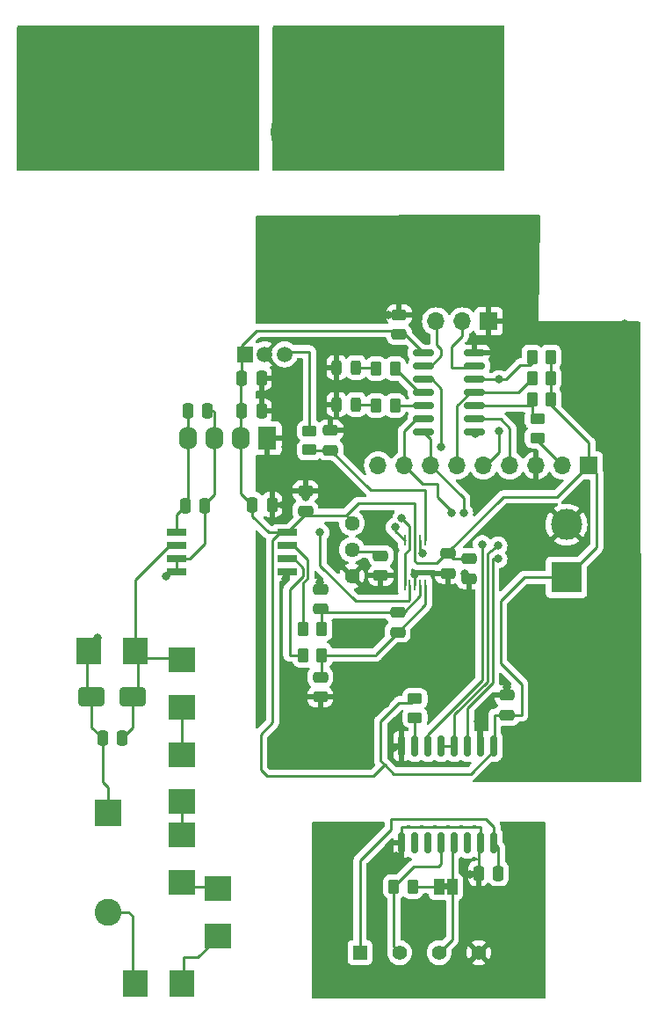
<source format=gbr>
%TF.GenerationSoftware,KiCad,Pcbnew,7.0.11-7.0.11~ubuntu20.04.1*%
%TF.CreationDate,2024-08-15T08:53:24+02:00*%
%TF.ProjectId,diyBMS_CurrentVoltage_ADS1115,64697942-4d53-45f4-9375-7272656e7456,rev?*%
%TF.SameCoordinates,Original*%
%TF.FileFunction,Copper,L1,Top*%
%TF.FilePolarity,Positive*%
%FSLAX46Y46*%
G04 Gerber Fmt 4.6, Leading zero omitted, Abs format (unit mm)*
G04 Created by KiCad (PCBNEW 7.0.11-7.0.11~ubuntu20.04.1) date 2024-08-15 08:53:24*
%MOMM*%
%LPD*%
G01*
G04 APERTURE LIST*
G04 Aperture macros list*
%AMRoundRect*
0 Rectangle with rounded corners*
0 $1 Rounding radius*
0 $2 $3 $4 $5 $6 $7 $8 $9 X,Y pos of 4 corners*
0 Add a 4 corners polygon primitive as box body*
4,1,4,$2,$3,$4,$5,$6,$7,$8,$9,$2,$3,0*
0 Add four circle primitives for the rounded corners*
1,1,$1+$1,$2,$3*
1,1,$1+$1,$4,$5*
1,1,$1+$1,$6,$7*
1,1,$1+$1,$8,$9*
0 Add four rect primitives between the rounded corners*
20,1,$1+$1,$2,$3,$4,$5,0*
20,1,$1+$1,$4,$5,$6,$7,0*
20,1,$1+$1,$6,$7,$8,$9,0*
20,1,$1+$1,$8,$9,$2,$3,0*%
%AMHorizOval*
0 Thick line with rounded ends*
0 $1 width*
0 $2 $3 position (X,Y) of the first rounded end (center of the circle)*
0 $4 $5 position (X,Y) of the second rounded end (center of the circle)*
0 Add line between two ends*
20,1,$1,$2,$3,$4,$5,0*
0 Add two circle primitives to create the rounded ends*
1,1,$1,$2,$3*
1,1,$1,$4,$5*%
G04 Aperture macros list end*
%TA.AperFunction,SMDPad,CuDef*%
%ADD10R,2.600000X2.484000*%
%TD*%
%TA.AperFunction,SMDPad,CuDef*%
%ADD11RoundRect,0.150000X-0.150000X0.875000X-0.150000X-0.875000X0.150000X-0.875000X0.150000X0.875000X0*%
%TD*%
%TA.AperFunction,ComponentPad*%
%ADD12R,1.400000X1.400000*%
%TD*%
%TA.AperFunction,ComponentPad*%
%ADD13C,1.400000*%
%TD*%
%TA.AperFunction,ComponentPad*%
%ADD14R,1.700000X1.700000*%
%TD*%
%TA.AperFunction,ComponentPad*%
%ADD15O,1.700000X1.700000*%
%TD*%
%TA.AperFunction,SMDPad,CuDef*%
%ADD16RoundRect,0.250000X0.475000X-0.250000X0.475000X0.250000X-0.475000X0.250000X-0.475000X-0.250000X0*%
%TD*%
%TA.AperFunction,ComponentPad*%
%ADD17C,3.200000*%
%TD*%
%TA.AperFunction,SMDPad,CuDef*%
%ADD18RoundRect,0.250000X-0.250000X-0.475000X0.250000X-0.475000X0.250000X0.475000X-0.250000X0.475000X0*%
%TD*%
%TA.AperFunction,SMDPad,CuDef*%
%ADD19RoundRect,0.250000X0.250000X0.475000X-0.250000X0.475000X-0.250000X-0.475000X0.250000X-0.475000X0*%
%TD*%
%TA.AperFunction,SMDPad,CuDef*%
%ADD20RoundRect,0.250000X-0.475000X0.250000X-0.475000X-0.250000X0.475000X-0.250000X0.475000X0.250000X0*%
%TD*%
%TA.AperFunction,SMDPad,CuDef*%
%ADD21RoundRect,0.250000X-0.262500X-0.450000X0.262500X-0.450000X0.262500X0.450000X-0.262500X0.450000X0*%
%TD*%
%TA.AperFunction,SMDPad,CuDef*%
%ADD22RoundRect,0.250000X1.000000X0.650000X-1.000000X0.650000X-1.000000X-0.650000X1.000000X-0.650000X0*%
%TD*%
%TA.AperFunction,SMDPad,CuDef*%
%ADD23RoundRect,0.250000X0.450000X-0.262500X0.450000X0.262500X-0.450000X0.262500X-0.450000X-0.262500X0*%
%TD*%
%TA.AperFunction,SMDPad,CuDef*%
%ADD24R,2.484000X2.600000*%
%TD*%
%TA.AperFunction,ComponentPad*%
%ADD25R,2.600000X2.600000*%
%TD*%
%TA.AperFunction,ComponentPad*%
%ADD26C,2.600000*%
%TD*%
%TA.AperFunction,SMDPad,CuDef*%
%ADD27R,1.905000X0.640000*%
%TD*%
%TA.AperFunction,SMDPad,CuDef*%
%ADD28R,0.250000X1.100000*%
%TD*%
%TA.AperFunction,ComponentPad*%
%ADD29R,1.500000X1.500000*%
%TD*%
%TA.AperFunction,ComponentPad*%
%ADD30C,1.500000*%
%TD*%
%TA.AperFunction,ComponentPad*%
%ADD31HorizOval,0.800000X0.000000X0.000000X0.000000X0.000000X0*%
%TD*%
%TA.AperFunction,ComponentPad*%
%ADD32HorizOval,0.800000X0.000000X0.000000X0.000000X0.000000X0*%
%TD*%
%TA.AperFunction,ComponentPad*%
%ADD33C,0.800000*%
%TD*%
%TA.AperFunction,ComponentPad*%
%ADD34O,9.000000X6.000000*%
%TD*%
%TA.AperFunction,SMDPad,CuDef*%
%ADD35RoundRect,0.250000X0.262500X0.450000X-0.262500X0.450000X-0.262500X-0.450000X0.262500X-0.450000X0*%
%TD*%
%TA.AperFunction,SMDPad,CuDef*%
%ADD36RoundRect,0.243750X-0.243750X-0.456250X0.243750X-0.456250X0.243750X0.456250X-0.243750X0.456250X0*%
%TD*%
%TA.AperFunction,SMDPad,CuDef*%
%ADD37R,1.000000X1.500000*%
%TD*%
%TA.AperFunction,SMDPad,CuDef*%
%ADD38RoundRect,0.250000X-0.450000X0.262500X-0.450000X-0.262500X0.450000X-0.262500X0.450000X0.262500X0*%
%TD*%
%TA.AperFunction,ComponentPad*%
%ADD39R,3.000000X3.000000*%
%TD*%
%TA.AperFunction,ComponentPad*%
%ADD40C,3.000000*%
%TD*%
%TA.AperFunction,SMDPad,CuDef*%
%ADD41RoundRect,0.150000X-0.825000X-0.150000X0.825000X-0.150000X0.825000X0.150000X-0.825000X0.150000X0*%
%TD*%
%TA.AperFunction,ComponentPad*%
%ADD42C,1.440000*%
%TD*%
%TA.AperFunction,ComponentPad*%
%ADD43R,1.750000X2.250000*%
%TD*%
%TA.AperFunction,ComponentPad*%
%ADD44O,1.750000X2.250000*%
%TD*%
%TA.AperFunction,ViaPad*%
%ADD45C,0.800000*%
%TD*%
%TA.AperFunction,Conductor*%
%ADD46C,0.250000*%
%TD*%
G04 APERTURE END LIST*
%TA.AperFunction,EtchedComponent*%
%TO.C,JP1*%
G36*
X65699000Y-90900000D02*
G01*
X65199000Y-90900000D01*
X65199000Y-90300000D01*
X65699000Y-90300000D01*
X65699000Y-90900000D01*
G37*
%TD.AperFunction*%
%TD*%
D10*
%TO.P,R5,1*%
%TO.N,Net-(R4-Pad2)*%
X39977000Y-73317500D03*
%TO.P,R5,2*%
%TO.N,Net-(D1-A1)*%
X39977000Y-68801500D03*
%TD*%
D11*
%TO.P,U5,1,VDD1*%
%TO.N,+5V*%
X70104000Y-77060000D03*
%TO.P,U5,2,GND1*%
%TO.N,GND*%
X68834000Y-77060000D03*
%TO.P,U5,3,RxD*%
%TO.N,RXD*%
X67564000Y-77060000D03*
%TO.P,U5,4,~{RE}*%
%TO.N,XDIR*%
X66294000Y-77060000D03*
%TO.P,U5,5,DE*%
X65024000Y-77060000D03*
%TO.P,U5,6,TxD*%
%TO.N,TXD*%
X63754000Y-77060000D03*
%TO.P,U5,7,PV*%
%TO.N,Net-(U5-PV)*%
X62484000Y-77060000D03*
%TO.P,U5,8,GND1*%
%TO.N,GND*%
X61214000Y-77060000D03*
%TO.P,U5,9,GND2*%
%TO.N,GND2*%
X61214000Y-86360000D03*
%TO.P,U5,10,NC*%
%TO.N,unconnected-(U5-NC-Pad10)*%
X62484000Y-86360000D03*
%TO.P,U5,11,NC*%
%TO.N,unconnected-(U5-NC-Pad11)*%
X63754000Y-86360000D03*
%TO.P,U5,12,A*%
%TO.N,A*%
X65024000Y-86360000D03*
%TO.P,U5,13,B*%
%TO.N,B*%
X66294000Y-86360000D03*
%TO.P,U5,14,NC*%
%TO.N,unconnected-(U5-NC-Pad14)*%
X67564000Y-86360000D03*
%TO.P,U5,15,GND2*%
%TO.N,GND2*%
X68834000Y-86360000D03*
%TO.P,U5,16,VDD2*%
%TO.N,VDD2*%
X70104000Y-86360000D03*
%TD*%
D12*
%TO.P,J3,1,Pin_1*%
%TO.N,VDD2*%
X57194000Y-96950000D03*
D13*
%TO.P,J3,2,Pin_2*%
%TO.N,A*%
X61004000Y-96950000D03*
%TO.P,J3,3,Pin_3*%
%TO.N,B*%
X64814000Y-96950000D03*
%TO.P,J3,4,Pin_4*%
%TO.N,GND2*%
X68624000Y-96950000D03*
%TD*%
D14*
%TO.P,J8,1,Pin_1*%
%TO.N,GND*%
X69596000Y-36195000D03*
D15*
%TO.P,J8,2,Pin_2*%
%TO.N,PA3*%
X67056000Y-36195000D03*
%TO.P,J8,3,Pin_3*%
%TO.N,PA4*%
X64516000Y-36195000D03*
%TD*%
D16*
%TO.P,C16,1*%
%TO.N,GND*%
X67691000Y-60955000D03*
%TO.P,C16,2*%
%TO.N,+5V*%
X67691000Y-59055000D03*
%TD*%
%TO.P,C3,1*%
%TO.N,+5V*%
X51943000Y-54417000D03*
%TO.P,C3,2*%
%TO.N,GND*%
X51943000Y-52517000D03*
%TD*%
D17*
%TO.P,J5,1,Pin_1*%
%TO.N,Net-(J5-Pin_1)*%
X35931000Y-9783000D03*
X31496000Y-9783000D03*
X27061000Y-9783000D03*
X35931000Y-14218000D03*
X31496000Y-14218000D03*
X27061000Y-14218000D03*
X35931000Y-18653000D03*
X31496000Y-18653000D03*
X27061000Y-18653000D03*
%TD*%
D18*
%TO.P,C10,1*%
%TO.N,GND2*%
X68629000Y-89330000D03*
%TO.P,C10,2*%
%TO.N,VDD2*%
X70529000Y-89330000D03*
%TD*%
%TO.P,C8,1*%
%TO.N,+5V*%
X46802000Y-53848000D03*
%TO.P,C8,2*%
%TO.N,GND*%
X48702000Y-53848000D03*
%TD*%
D19*
%TO.P,C6,1*%
%TO.N,Net-(D1-A1)*%
X34262000Y-76329500D03*
%TO.P,C6,2*%
%TO.N,GND1*%
X32362000Y-76329500D03*
%TD*%
D10*
%TO.P,R3,1*%
%TO.N,Net-(R2-Pad2)*%
X40040500Y-90144500D03*
%TO.P,R3,2*%
%TO.N,Net-(R3-Pad2)*%
X40040500Y-85628500D03*
%TD*%
D20*
%TO.P,C9,1*%
%TO.N,+5V*%
X65659000Y-58552000D03*
%TO.P,C9,2*%
%TO.N,GND*%
X65659000Y-60452000D03*
%TD*%
D16*
%TO.P,C5,1*%
%TO.N,+5V*%
X71374000Y-74090000D03*
%TO.P,C5,2*%
%TO.N,GND*%
X71374000Y-72190000D03*
%TD*%
D20*
%TO.P,C13,1*%
%TO.N,GND*%
X53363500Y-61981000D03*
%TO.P,C13,2*%
%TO.N,Net-(U2-AIN0)*%
X53363500Y-63881000D03*
%TD*%
D18*
%TO.P,C11,1*%
%TO.N,+5V*%
X45786000Y-41656000D03*
%TO.P,C11,2*%
%TO.N,GND*%
X47686000Y-41656000D03*
%TD*%
D21*
%TO.P,R8,1*%
%TO.N,Net-(U1-OUT-)*%
X51689000Y-68326000D03*
%TO.P,R8,2*%
%TO.N,Net-(U2-AIN1)*%
X53514000Y-68326000D03*
%TD*%
D22*
%TO.P,D1,1,A1*%
%TO.N,Net-(D1-A1)*%
X35312000Y-72329500D03*
%TO.P,D1,2,A2*%
%TO.N,GND1*%
X31312000Y-72329500D03*
%TD*%
D18*
%TO.P,C1,1*%
%TO.N,+5VP*%
X40579000Y-44831000D03*
%TO.P,C1,2*%
%TO.N,GND1*%
X42479000Y-44831000D03*
%TD*%
D23*
%TO.P,R17,1*%
%TO.N,Net-(U2-AIN2)*%
X52324000Y-48561000D03*
%TO.P,R17,2*%
%TO.N,Net-(U3-VIOUT)*%
X52324000Y-46736000D03*
%TD*%
D10*
%TO.P,R4,1*%
%TO.N,Net-(R3-Pad2)*%
X39977000Y-82397500D03*
%TO.P,R4,2*%
%TO.N,Net-(R4-Pad2)*%
X39977000Y-77881500D03*
%TD*%
D18*
%TO.P,C4,1*%
%TO.N,+5V*%
X45786000Y-44831000D03*
%TO.P,C4,2*%
%TO.N,GND*%
X47686000Y-44831000D03*
%TD*%
D14*
%TO.P,J2,1,Pin_1*%
%TO.N,+5V*%
X79248000Y-50038000D03*
D15*
%TO.P,J2,2,Pin_2*%
%TO.N,Net-(J2-Pin_2)*%
X76708000Y-50038000D03*
%TO.P,J2,3,Pin_3*%
%TO.N,GND*%
X74168000Y-50038000D03*
%TO.P,J2,4,Pin_4*%
%TO.N,XDIR*%
X71628000Y-50038000D03*
%TO.P,J2,5,Pin_5*%
%TO.N,SCL*%
X69088000Y-50038000D03*
%TO.P,J2,6,Pin_6*%
%TO.N,SDA*%
X66548000Y-50038000D03*
%TO.P,J2,7,Pin_7*%
%TO.N,TXD*%
X64008000Y-50038000D03*
%TO.P,J2,8,Pin_8*%
%TO.N,RXD*%
X61468000Y-50038000D03*
%TO.P,J2,9,Pin_9*%
%TO.N,PA5*%
X58928000Y-50038000D03*
%TD*%
D20*
%TO.P,C14,1*%
%TO.N,Net-(U2-AIN1)*%
X53363500Y-70424000D03*
%TO.P,C14,2*%
%TO.N,GND*%
X53363500Y-72324000D03*
%TD*%
D23*
%TO.P,R14,1*%
%TO.N,Net-(J2-Pin_2)*%
X74271500Y-47394500D03*
%TO.P,R14,2*%
%TO.N,RESET*%
X74271500Y-45569500D03*
%TD*%
D24*
%TO.P,R1,1*%
%TO.N,Net-(J7-Pin_2)*%
X35496500Y-99951500D03*
%TO.P,R1,2*%
%TO.N,Net-(R1-Pad2)*%
X40012500Y-99951500D03*
%TD*%
D21*
%TO.P,R9,1*%
%TO.N,RESET*%
X73763500Y-43688000D03*
%TO.P,R9,2*%
%TO.N,+5V*%
X75588500Y-43688000D03*
%TD*%
%TO.P,R12,1*%
%TO.N,Net-(D2-A)*%
X58754000Y-44296252D03*
%TO.P,R12,2*%
%TO.N,PA7*%
X60579000Y-44296252D03*
%TD*%
%TO.P,R13,1*%
%TO.N,Net-(D3-A)*%
X58754000Y-40740252D03*
%TO.P,R13,2*%
%TO.N,PA6*%
X60579000Y-40740252D03*
%TD*%
D25*
%TO.P,J7,1,Pin_1*%
%TO.N,GND1*%
X32865000Y-83505000D03*
D26*
%TO.P,J7,2,Pin_2*%
%TO.N,Net-(J7-Pin_2)*%
X32865000Y-93025000D03*
%TD*%
D27*
%TO.P,U1,1,VDD1*%
%TO.N,+5VP*%
X39470000Y-56515000D03*
%TO.P,U1,2,IN*%
%TO.N,Net-(D1-A1)*%
X39470000Y-57785000D03*
%TO.P,U1,3,IN-*%
%TO.N,GND1*%
X39470000Y-59055000D03*
%TO.P,U1,4,GND1*%
X39470000Y-60325000D03*
%TO.P,U1,5,GND2*%
%TO.N,GND*%
X50165000Y-60325000D03*
%TO.P,U1,6,OUT-*%
%TO.N,Net-(U1-OUT-)*%
X50165000Y-59055000D03*
%TO.P,U1,7,OUT+*%
%TO.N,Net-(U1-OUT+)*%
X50165000Y-57785000D03*
%TO.P,U1,8,VDD2*%
%TO.N,+5V*%
X50165000Y-56515000D03*
%TD*%
D28*
%TO.P,U2,1,ADDR*%
%TO.N,SDA*%
X61484000Y-61586000D03*
%TO.P,U2,2,ALERT/RDY*%
%TO.N,ALERT*%
X61984000Y-61586000D03*
%TO.P,U2,3,GND*%
%TO.N,GND*%
X62484000Y-61586000D03*
%TO.P,U2,4,AIN0*%
%TO.N,Net-(U2-AIN0)*%
X62984000Y-61586000D03*
%TO.P,U2,5,AIN1*%
%TO.N,Net-(U2-AIN1)*%
X63484000Y-61586000D03*
%TO.P,U2,6,AIN2*%
%TO.N,Net-(U2-AIN2)*%
X63484000Y-57286000D03*
%TO.P,U2,7,AIN3*%
%TO.N,Net-(U2-AIN3)*%
X62984000Y-57286000D03*
%TO.P,U2,8,VDD*%
%TO.N,+5V*%
X62484000Y-57286000D03*
%TO.P,U2,9,SDA*%
%TO.N,SDA*%
X61984000Y-57286000D03*
%TO.P,U2,10,SCL*%
%TO.N,SCL*%
X61484000Y-57286000D03*
%TD*%
D10*
%TO.P,R2,1*%
%TO.N,Net-(R1-Pad2)*%
X43469500Y-95314500D03*
%TO.P,R2,2*%
%TO.N,Net-(R2-Pad2)*%
X43469500Y-90798500D03*
%TD*%
D29*
%TO.P,U3,1,VCC*%
%TO.N,+5V*%
X46106000Y-39378000D03*
D30*
%TO.P,U3,2,GND*%
%TO.N,GND*%
X48016000Y-39378000D03*
%TO.P,U3,3,VIOUT*%
%TO.N,Net-(U3-VIOUT)*%
X49926000Y-39378000D03*
D31*
%TO.P,U3,4,IP+*%
%TO.N,Net-(J4-Pin_1)*%
X49066000Y-17348000D03*
D32*
X49066000Y-18608000D03*
D33*
X49816000Y-16318000D03*
X49816000Y-19638000D03*
X51016000Y-15928000D03*
X51016000Y-20028000D03*
X52346000Y-15928000D03*
X52346000Y-20028000D03*
D34*
X53016000Y-17978000D03*
D33*
X53686000Y-15928000D03*
X53686000Y-20028000D03*
X55016000Y-15928000D03*
X55016000Y-20028000D03*
X56216000Y-16318000D03*
X56216000Y-19638000D03*
X56966000Y-17348000D03*
X56966000Y-18608000D03*
%TO.P,U3,5,IP-*%
%TO.N,Net-(J5-Pin_1)*%
X39066000Y-17348000D03*
X39066000Y-18608000D03*
X39816000Y-16318000D03*
X39816000Y-19638000D03*
X41016000Y-15928000D03*
X41016000Y-20028000D03*
X42346000Y-15928000D03*
X42346000Y-20028000D03*
D34*
X43016000Y-17978000D03*
D33*
X43686000Y-15928000D03*
X43686000Y-20028000D03*
X45016000Y-15928000D03*
X45016000Y-20028000D03*
X46216000Y-16318000D03*
X46216000Y-19638000D03*
D32*
X46966000Y-17348000D03*
D31*
X46966000Y-18608000D03*
%TD*%
D35*
%TO.P,R10,1*%
%TO.N,+5V*%
X75588500Y-39624000D03*
%TO.P,R10,2*%
%TO.N,SCL*%
X73763500Y-39624000D03*
%TD*%
D36*
%TO.P,D2,1,K*%
%TO.N,GND*%
X54942500Y-44196000D03*
%TO.P,D2,2,A*%
%TO.N,Net-(D2-A)*%
X56817500Y-44196000D03*
%TD*%
D21*
%TO.P,R7,1*%
%TO.N,Net-(U1-OUT+)*%
X51689000Y-65786000D03*
%TO.P,R7,2*%
%TO.N,Net-(U2-AIN0)*%
X53514000Y-65786000D03*
%TD*%
D37*
%TO.P,JP1,1,A*%
%TO.N,Net-(JP1-A)*%
X64799000Y-90600000D03*
%TO.P,JP1,2,B*%
%TO.N,B*%
X66099000Y-90600000D03*
%TD*%
D24*
%TO.P,R6,1*%
%TO.N,Net-(D1-A1)*%
X35570000Y-67884500D03*
%TO.P,R6,2*%
%TO.N,GND1*%
X31054000Y-67884500D03*
%TD*%
D16*
%TO.P,C7,1*%
%TO.N,+5V*%
X60960000Y-37460000D03*
%TO.P,C7,2*%
%TO.N,GND*%
X60960000Y-35560000D03*
%TD*%
D38*
%TO.P,R15,1*%
%TO.N,+5V*%
X62484000Y-72493500D03*
%TO.P,R15,2*%
%TO.N,Net-(U5-PV)*%
X62484000Y-74318500D03*
%TD*%
D16*
%TO.P,C15,1*%
%TO.N,Net-(U2-AIN1)*%
X60833000Y-66101000D03*
%TO.P,C15,2*%
%TO.N,Net-(U2-AIN0)*%
X60833000Y-64201000D03*
%TD*%
D39*
%TO.P,J6,1,Pin_1*%
%TO.N,+5V*%
X77089000Y-60833000D03*
D40*
%TO.P,J6,2,Pin_2*%
%TO.N,GND*%
X77089000Y-55753000D03*
%TD*%
D18*
%TO.P,C2,1*%
%TO.N,+5VP*%
X40325000Y-53975000D03*
%TO.P,C2,2*%
%TO.N,GND1*%
X42225000Y-53975000D03*
%TD*%
D41*
%TO.P,U4,1,VCC*%
%TO.N,+5V*%
X63287500Y-39216252D03*
%TO.P,U4,2,PA4*%
%TO.N,PA4*%
X63287500Y-40486252D03*
%TO.P,U4,3,PA5*%
%TO.N,PA5*%
X63287500Y-41756252D03*
%TO.P,U4,4,PA6*%
%TO.N,PA6*%
X63287500Y-43026252D03*
%TO.P,U4,5,PA7*%
%TO.N,PA7*%
X63287500Y-44296252D03*
%TO.P,U4,6,PB3*%
%TO.N,RXD*%
X63287500Y-45566252D03*
%TO.P,U4,7,PB2*%
%TO.N,TXD*%
X63287500Y-46836252D03*
%TO.P,U4,8,PB1*%
%TO.N,ALERT*%
X68237500Y-46836252D03*
%TO.P,U4,9,PB0*%
%TO.N,XDIR*%
X68237500Y-45566252D03*
%TO.P,U4,10,~{RESET}/PA0*%
%TO.N,RESET*%
X68237500Y-44296252D03*
%TO.P,U4,11,PA1*%
%TO.N,SDA*%
X68237500Y-43026252D03*
%TO.P,U4,12,PA2*%
%TO.N,SCL*%
X68237500Y-41756252D03*
%TO.P,U4,13,PA3*%
%TO.N,PA3*%
X68237500Y-40486252D03*
%TO.P,U4,14,GND*%
%TO.N,GND*%
X68237500Y-39216252D03*
%TD*%
D42*
%TO.P,RV1,1,1*%
%TO.N,+5V*%
X56406000Y-55616000D03*
%TO.P,RV1,2,2*%
%TO.N,Net-(U2-AIN3)*%
X56406000Y-58156000D03*
%TO.P,RV1,3,3*%
%TO.N,GND*%
X56406000Y-60696000D03*
%TD*%
D35*
%TO.P,R11,1*%
%TO.N,+5V*%
X75588500Y-41656000D03*
%TO.P,R11,2*%
%TO.N,SDA*%
X73763500Y-41656000D03*
%TD*%
%TO.P,R16,1*%
%TO.N,Net-(JP1-A)*%
X62274000Y-90600000D03*
%TO.P,R16,2*%
%TO.N,A*%
X60449000Y-90600000D03*
%TD*%
D36*
%TO.P,D3,1,K*%
%TO.N,GND*%
X54942500Y-40640000D03*
%TO.P,D3,2,A*%
%TO.N,Net-(D3-A)*%
X56817500Y-40640000D03*
%TD*%
D17*
%TO.P,J4,1,Pin_1*%
%TO.N,Net-(J4-Pin_1)*%
X68961000Y-9783000D03*
X64526000Y-9783000D03*
X60091000Y-9783000D03*
X68961000Y-14218000D03*
X64526000Y-14218000D03*
X60091000Y-14218000D03*
X68961000Y-18653000D03*
X64526000Y-18653000D03*
X60091000Y-18653000D03*
%TD*%
D43*
%TO.P,PS1,1,-Vin*%
%TO.N,GND*%
X48260000Y-47433500D03*
D44*
%TO.P,PS1,2,+Vin*%
%TO.N,+5V*%
X45720000Y-47433500D03*
%TO.P,PS1,3,-Vout*%
%TO.N,GND1*%
X43180000Y-47433500D03*
%TO.P,PS1,4,+Vout*%
%TO.N,+5VP*%
X40640000Y-47433500D03*
%TD*%
D16*
%TO.P,C12,1*%
%TO.N,Net-(U2-AIN2)*%
X54356000Y-48578500D03*
%TO.P,C12,2*%
%TO.N,GND*%
X54356000Y-46678500D03*
%TD*%
D20*
%TO.P,C17,1*%
%TO.N,Net-(U2-AIN3)*%
X59182000Y-58740000D03*
%TO.P,C17,2*%
%TO.N,GND*%
X59182000Y-60640000D03*
%TD*%
D45*
%TO.N,GND1*%
X31877000Y-66675000D03*
X38481000Y-60706000D03*
%TO.N,GND*%
X81026000Y-79502000D03*
X82677000Y-36449000D03*
X59944000Y-35560000D03*
X49022000Y-27686000D03*
X56134000Y-47752000D03*
X53340000Y-61341000D03*
X71374000Y-71374000D03*
X54864000Y-42672000D03*
X72771000Y-27178000D03*
X65532000Y-67310000D03*
X49784000Y-53848000D03*
X59690000Y-73025000D03*
X47625000Y-58928000D03*
X67310000Y-60452000D03*
X68580000Y-74676000D03*
X53848000Y-76708000D03*
X51943000Y-53086000D03*
X50038000Y-60960000D03*
X62485139Y-60567352D03*
X60452000Y-77216000D03*
X50038000Y-48260000D03*
X54991000Y-66929000D03*
%TO.N,GND2*%
X67818000Y-89408000D03*
X60706000Y-87630000D03*
%TO.N,SCL*%
X70612000Y-46736000D03*
X60579000Y-56007000D03*
X70612000Y-41783000D03*
%TO.N,SDA*%
X61214000Y-55118000D03*
%TO.N,TXD*%
X67183000Y-54610000D03*
X68961000Y-57658000D03*
%TO.N,RXD*%
X70485000Y-59055000D03*
X66040000Y-54610000D03*
%TO.N,PA5*%
X65024000Y-48260000D03*
%TO.N,ALERT*%
X53340000Y-56515000D03*
X68326000Y-46990000D03*
%TO.N,XDIR*%
X70485000Y-57785000D03*
%TO.N,Net-(U2-AIN3)*%
X59436000Y-58674000D03*
X63246000Y-58547000D03*
%TD*%
D46*
%TO.N,Net-(D1-A1)*%
X38837500Y-57785000D02*
X35570000Y-61052500D01*
X35570000Y-61052500D02*
X35570000Y-67884500D01*
X35312000Y-72329500D02*
X35312000Y-75279500D01*
X36487000Y-68609500D02*
X35762000Y-67884500D01*
X35762000Y-67884500D02*
X35762000Y-71879500D01*
X39470000Y-57785000D02*
X38837500Y-57785000D01*
X35312000Y-75279500D02*
X34262000Y-76329500D01*
X35762000Y-71879500D02*
X35312000Y-72329500D01*
X39977000Y-68609500D02*
X36487000Y-68609500D01*
%TO.N,GND1*%
X39470000Y-59055000D02*
X39470000Y-60325000D01*
X42479000Y-44831000D02*
X43053000Y-44831000D01*
X43053000Y-44831000D02*
X43180000Y-44958000D01*
X30862000Y-71879500D02*
X31312000Y-72329500D01*
X31312000Y-75279500D02*
X32362000Y-76329500D01*
X42164000Y-53848000D02*
X43180000Y-52832000D01*
X31312000Y-72329500D02*
X31312000Y-75279500D01*
X30862000Y-67884500D02*
X30862000Y-71879500D01*
X39470000Y-59055000D02*
X40767000Y-59055000D01*
X43180000Y-47433500D02*
X43180000Y-44958000D01*
X32357000Y-76334500D02*
X32362000Y-76329500D01*
X40767000Y-59055000D02*
X42225000Y-57597000D01*
X32357000Y-80557500D02*
X32357000Y-76334500D01*
X42225000Y-57597000D02*
X42225000Y-53975000D01*
X43180000Y-52832000D02*
X43180000Y-47433500D01*
X32865000Y-81065500D02*
X32357000Y-80557500D01*
X42164000Y-53914000D02*
X42225000Y-53975000D01*
X32865000Y-81065500D02*
X32865000Y-83505000D01*
%TO.N,GND*%
X60452000Y-77216000D02*
X61058000Y-77216000D01*
X70163000Y-72190000D02*
X71374000Y-72190000D01*
X68580000Y-76806000D02*
X68834000Y-77060000D01*
X62485139Y-60567352D02*
X62600491Y-60452000D01*
X54942500Y-42750500D02*
X54864000Y-42672000D01*
X68580000Y-74676000D02*
X68580000Y-76806000D01*
X61058000Y-77216000D02*
X61214000Y-77060000D01*
X50292000Y-60452000D02*
X50165000Y-60325000D01*
X70163000Y-72190000D02*
X68580000Y-73773000D01*
X48702000Y-53848000D02*
X49784000Y-53848000D01*
X54864000Y-40718500D02*
X54942500Y-40640000D01*
X68580000Y-73773000D02*
X68580000Y-74676000D01*
X62484000Y-61586000D02*
X62484000Y-60568491D01*
X54864000Y-42672000D02*
X54864000Y-40718500D01*
X54942500Y-44196000D02*
X54942500Y-42750500D01*
X62484000Y-60568491D02*
X62485139Y-60567352D01*
X62600491Y-60452000D02*
X65532000Y-60452000D01*
%TO.N,+5V*%
X70104000Y-77060000D02*
X70104000Y-77486751D01*
X70163000Y-77001000D02*
X70104000Y-77060000D01*
X45786000Y-40132000D02*
X45786000Y-38542000D01*
X75588500Y-39624000D02*
X75588500Y-41656000D01*
X59563000Y-78867000D02*
X59182000Y-78486000D01*
X55880000Y-54864000D02*
X51816000Y-54864000D01*
X63287500Y-39216252D02*
X61155248Y-37084000D01*
X48387000Y-56515000D02*
X50165000Y-56515000D01*
X58457000Y-79973000D02*
X59563000Y-78867000D01*
X70163000Y-74090000D02*
X70163000Y-74168000D01*
X62484000Y-59309000D02*
X62484000Y-57286000D01*
X49532500Y-56515000D02*
X48768000Y-57279500D01*
X51816000Y-54864000D02*
X50165000Y-56515000D01*
X45786000Y-40132000D02*
X45786000Y-39698000D01*
X48223000Y-79973000D02*
X58457000Y-79973000D01*
X64590000Y-59494000D02*
X62669000Y-59494000D01*
X76200000Y-53086000D02*
X79248000Y-50038000D01*
X56406000Y-55616000D02*
X56406000Y-55390000D01*
X45720000Y-52766000D02*
X46802000Y-53848000D01*
X66162000Y-59055000D02*
X65659000Y-58552000D01*
X62484000Y-57286000D02*
X62484000Y-53721000D01*
X72126173Y-74090000D02*
X72771000Y-74090000D01*
X70104000Y-77486751D02*
X67834751Y-79756000D01*
X46802000Y-53848000D02*
X46802000Y-54930000D01*
X58547000Y-53721000D02*
X57023000Y-53721000D01*
X59182000Y-78486000D02*
X59182000Y-74676000D01*
X60960000Y-72898000D02*
X62079500Y-72898000D01*
X77089000Y-60833000D02*
X80010000Y-57912000D01*
X45786000Y-39698000D02*
X46106000Y-39378000D01*
X70163000Y-74168000D02*
X70163000Y-77001000D01*
X61155248Y-37084000D02*
X47244000Y-37084000D01*
X50165000Y-56515000D02*
X49532500Y-56515000D01*
X79248000Y-47855500D02*
X79248000Y-50038000D01*
X80010000Y-57912000D02*
X80010000Y-50800000D01*
X75588500Y-44196000D02*
X79248000Y-47855500D01*
X47625000Y-75946000D02*
X47625000Y-79375000D01*
X59182000Y-74676000D02*
X60960000Y-72898000D01*
X60452000Y-79756000D02*
X59563000Y-78867000D01*
X73025000Y-60833000D02*
X77089000Y-60833000D01*
X46802000Y-54930000D02*
X48387000Y-56515000D01*
X45720000Y-41722000D02*
X45720000Y-52766000D01*
X70241000Y-74090000D02*
X70163000Y-74168000D01*
X56406000Y-55390000D02*
X55880000Y-54864000D01*
X62079500Y-72898000D02*
X62484000Y-72493500D01*
X70998000Y-53086000D02*
X65532000Y-58552000D01*
X45786000Y-41656000D02*
X45786000Y-40132000D01*
X75588500Y-41656000D02*
X75588500Y-43688000D01*
X48768000Y-74803000D02*
X47625000Y-75946000D01*
X62484000Y-53721000D02*
X58547000Y-53721000D01*
X70739000Y-69088000D02*
X70739000Y-63119000D01*
X71374000Y-74090000D02*
X70241000Y-74090000D01*
X62669000Y-59494000D02*
X62484000Y-59309000D01*
X47625000Y-79375000D02*
X48223000Y-79973000D01*
X45786000Y-38542000D02*
X47244000Y-37084000D01*
X76200000Y-53086000D02*
X70998000Y-53086000D01*
X65532000Y-58552000D02*
X64590000Y-59494000D01*
X57023000Y-53721000D02*
X55880000Y-54864000D01*
X80010000Y-50800000D02*
X79248000Y-50038000D01*
X72771000Y-71120000D02*
X70739000Y-69088000D01*
X67691000Y-59055000D02*
X66162000Y-59055000D01*
X70739000Y-63119000D02*
X73025000Y-60833000D01*
X67834751Y-79756000D02*
X60452000Y-79756000D01*
X45786000Y-41656000D02*
X45720000Y-41722000D01*
X72771000Y-74090000D02*
X72771000Y-71120000D01*
X48768000Y-57279500D02*
X48768000Y-74803000D01*
%TO.N,+5VP*%
X40640000Y-53660000D02*
X40640000Y-47433500D01*
X40325000Y-53975000D02*
X40640000Y-53660000D01*
X40640000Y-44892000D02*
X40579000Y-44831000D01*
X40325000Y-53975000D02*
X39470000Y-54830000D01*
X39470000Y-54830000D02*
X39470000Y-56515000D01*
X40640000Y-47433500D02*
X40640000Y-44892000D01*
%TO.N,Net-(R1-Pad2)*%
X40204500Y-97411500D02*
X41564500Y-97411500D01*
X41564500Y-97411500D02*
X43469500Y-95506500D01*
X40204500Y-97411500D02*
X40204500Y-99951500D01*
%TO.N,Net-(R2-Pad2)*%
X43469500Y-90606500D02*
X39294500Y-90606500D01*
%TO.N,Net-(R3-Pad2)*%
X39977000Y-85373000D02*
X40040500Y-85436500D01*
X39977000Y-82589500D02*
X39977000Y-85373000D01*
%TO.N,Net-(R4-Pad2)*%
X39977000Y-77689500D02*
X39977000Y-73509500D01*
%TO.N,Net-(U1-OUT+)*%
X52139000Y-59126500D02*
X52139000Y-60909896D01*
X50165000Y-57785000D02*
X50797500Y-57785000D01*
X52139000Y-60909896D02*
X51689000Y-61359896D01*
X50797500Y-57785000D02*
X52139000Y-59126500D01*
X51689000Y-61359896D02*
X51689000Y-65786000D01*
%TO.N,Net-(U1-OUT-)*%
X50419000Y-68326000D02*
X51689000Y-68326000D01*
X50419000Y-61993500D02*
X50419000Y-68326000D01*
X51689000Y-60723500D02*
X50419000Y-61993500D01*
X50817500Y-59055000D02*
X51689000Y-59926500D01*
X50165000Y-59055000D02*
X50817500Y-59055000D01*
X51689000Y-59926500D02*
X51689000Y-60723500D01*
%TO.N,GND2*%
X61214000Y-86360000D02*
X61214000Y-84836000D01*
X68629000Y-86565000D02*
X68834000Y-86360000D01*
X68834000Y-84836000D02*
X68834000Y-86360000D01*
X68629000Y-89330000D02*
X68629000Y-86565000D01*
X68580000Y-84836000D02*
X68834000Y-84836000D01*
X61214000Y-84836000D02*
X68580000Y-84836000D01*
%TO.N,VDD2*%
X60198000Y-84074000D02*
X60198000Y-85090000D01*
X57194000Y-88094000D02*
X57194000Y-96950000D01*
X70529000Y-89330000D02*
X70529000Y-86785000D01*
X60198000Y-85090000D02*
X57194000Y-88094000D01*
X70104000Y-86360000D02*
X70104000Y-84836000D01*
X70104000Y-84836000D02*
X69342000Y-84074000D01*
X70529000Y-86785000D02*
X70104000Y-86360000D01*
X69342000Y-84074000D02*
X60198000Y-84074000D01*
%TO.N,Net-(D2-A)*%
X58653748Y-44196000D02*
X58754000Y-44296252D01*
X56817500Y-44196000D02*
X58653748Y-44196000D01*
%TO.N,Net-(D3-A)*%
X56817500Y-40640000D02*
X58653748Y-40640000D01*
X58653748Y-40640000D02*
X58754000Y-40740252D01*
%TO.N,Net-(J2-Pin_2)*%
X74318500Y-47648500D02*
X76708000Y-50038000D01*
X74271500Y-47648500D02*
X74318500Y-47648500D01*
%TO.N,SCL*%
X71247000Y-41783000D02*
X72644000Y-40386000D01*
X72644000Y-40386000D02*
X73509500Y-40386000D01*
X68237500Y-41756252D02*
X70585252Y-41756252D01*
X70585252Y-41756252D02*
X70612000Y-41783000D01*
X61484000Y-57286000D02*
X60579000Y-56381000D01*
X70612000Y-48768000D02*
X70612000Y-46736000D01*
X69088000Y-50292000D02*
X70612000Y-48768000D01*
X73509500Y-40386000D02*
X73763500Y-40132000D01*
X60579000Y-56007000D02*
X60579000Y-56134000D01*
X60579000Y-56381000D02*
X60579000Y-56007000D01*
X70612000Y-41783000D02*
X71247000Y-41783000D01*
%TO.N,SDA*%
X66548000Y-50292000D02*
X66548000Y-44339001D01*
X61984000Y-55888000D02*
X61214000Y-55118000D01*
X73279000Y-42164000D02*
X73763500Y-42164000D01*
X61984000Y-57286000D02*
X61984000Y-55888000D01*
X68237500Y-43026252D02*
X72416748Y-43026252D01*
X61984000Y-58111000D02*
X61984000Y-57286000D01*
X61984000Y-58111000D02*
X61484000Y-58611000D01*
X66548000Y-44339001D02*
X67860749Y-43026252D01*
X61484000Y-58611000D02*
X61484000Y-61586000D01*
X72416748Y-43026252D02*
X73279000Y-42164000D01*
X67860749Y-43026252D02*
X68237500Y-43026252D01*
%TO.N,TXD*%
X63754000Y-75946000D02*
X63754000Y-77060000D01*
X64008000Y-50038000D02*
X67183000Y-53213000D01*
X64008000Y-47556752D02*
X63287500Y-46836252D01*
X67183000Y-53213000D02*
X67183000Y-54610000D01*
X68961000Y-57658000D02*
X68961000Y-70739000D01*
X64008000Y-50292000D02*
X64008000Y-47556752D01*
X68961000Y-70739000D02*
X63754000Y-75946000D01*
%TO.N,RXD*%
X61468000Y-46736000D02*
X61468000Y-50292000D01*
X69977000Y-59055000D02*
X70485000Y-59055000D01*
X67564000Y-73408792D02*
X69977000Y-70995792D01*
X64643000Y-53086000D02*
X66040000Y-54483000D01*
X67564000Y-77060000D02*
X67564000Y-73408792D01*
X63287500Y-45566252D02*
X62637748Y-45566252D01*
X63246000Y-51816000D02*
X64643000Y-51816000D01*
X64643000Y-51816000D02*
X64643000Y-53086000D01*
X69977000Y-70995792D02*
X69977000Y-59055000D01*
X61468000Y-50038000D02*
X63246000Y-51816000D01*
X62637748Y-45566252D02*
X61468000Y-46736000D01*
%TO.N,PA5*%
X65024000Y-42672000D02*
X64108252Y-41756252D01*
X65024000Y-48260000D02*
X65024000Y-42672000D01*
X64108252Y-41756252D02*
X63287500Y-41756252D01*
%TO.N,Net-(JP1-A)*%
X64799000Y-90600000D02*
X62274000Y-90600000D01*
%TO.N,B*%
X64814000Y-96950000D02*
X66099000Y-95665000D01*
X66099000Y-86555000D02*
X66294000Y-86360000D01*
X66099000Y-90600000D02*
X66099000Y-86555000D01*
X66099000Y-95665000D02*
X66099000Y-90600000D01*
%TO.N,RESET*%
X73663248Y-44296252D02*
X73763500Y-44196000D01*
X73763500Y-45315500D02*
X74271500Y-45823500D01*
X73763500Y-44196000D02*
X73763500Y-45315500D01*
X68237500Y-44296252D02*
X73663248Y-44296252D01*
%TO.N,PA7*%
X63287500Y-44296252D02*
X60579000Y-44296252D01*
%TO.N,PA6*%
X63287500Y-43026252D02*
X62865000Y-43026252D01*
X62865000Y-43026252D02*
X60579000Y-40740252D01*
%TO.N,Net-(U5-PV)*%
X62484000Y-77060000D02*
X62484000Y-74318500D01*
%TO.N,A*%
X60449000Y-90600000D02*
X60449000Y-96395000D01*
X60449000Y-96395000D02*
X61004000Y-96950000D01*
X64770000Y-88646000D02*
X65024000Y-88392000D01*
X65024000Y-88392000D02*
X65024000Y-86360000D01*
X60449000Y-90600000D02*
X62403000Y-88646000D01*
X62403000Y-88646000D02*
X64770000Y-88646000D01*
%TO.N,PA3*%
X68083752Y-40640000D02*
X68237500Y-40486252D01*
X66040000Y-40640000D02*
X68083752Y-40640000D01*
X66040000Y-38608000D02*
X66040000Y-40640000D01*
X67056000Y-36195000D02*
X67056000Y-37592000D01*
X67056000Y-37592000D02*
X66040000Y-38608000D01*
%TO.N,PA4*%
X64587500Y-38425500D02*
X65024000Y-38862000D01*
X64516000Y-36195000D02*
X64587500Y-36266500D01*
X64587500Y-36266500D02*
X64587500Y-38425500D01*
X65024000Y-39497000D02*
X64034748Y-40486252D01*
X64034748Y-40486252D02*
X63287500Y-40486252D01*
X65024000Y-38862000D02*
X65024000Y-39497000D01*
%TO.N,ALERT*%
X53340000Y-59690000D02*
X53340000Y-56515000D01*
X61984000Y-62984000D02*
X61849000Y-63119000D01*
X56769000Y-63119000D02*
X53340000Y-59690000D01*
X61849000Y-63119000D02*
X56769000Y-63119000D01*
X61984000Y-61586000D02*
X61984000Y-62984000D01*
%TO.N,XDIR*%
X69469000Y-70867396D02*
X69469000Y-70739000D01*
X69469000Y-70739000D02*
X69469000Y-58547000D01*
X66294000Y-77060000D02*
X66294000Y-74042396D01*
X71628000Y-46482000D02*
X71628000Y-50292000D01*
X68237500Y-45566252D02*
X70712252Y-45566252D01*
X66294000Y-74042396D02*
X69469000Y-70867396D01*
X65024000Y-77060000D02*
X66294000Y-77060000D01*
X70712252Y-45566252D02*
X71628000Y-46482000D01*
X69469000Y-58547000D02*
X70485000Y-57785000D01*
%TO.N,Net-(J7-Pin_2)*%
X34885000Y-93025000D02*
X35304500Y-93444500D01*
X35304500Y-93444500D02*
X35304500Y-99951500D01*
X32865000Y-93025000D02*
X34885000Y-93025000D01*
%TO.N,Net-(U3-VIOUT)*%
X49926000Y-39378000D02*
X50188000Y-39116000D01*
X52324000Y-39116000D02*
X52324000Y-46736000D01*
X50188000Y-39116000D02*
X52324000Y-39116000D01*
%TO.N,Net-(U2-AIN2)*%
X63500000Y-56445000D02*
X63500000Y-52451000D01*
X63500000Y-52451000D02*
X58228500Y-52451000D01*
X52341500Y-48578500D02*
X52324000Y-48561000D01*
X63484000Y-56461000D02*
X63500000Y-56445000D01*
X54356000Y-48578500D02*
X52341500Y-48578500D01*
X58228500Y-52451000D02*
X54356000Y-48578500D01*
X63484000Y-57286000D02*
X63484000Y-56461000D01*
%TO.N,Net-(U2-AIN0)*%
X61403396Y-64201000D02*
X60833000Y-64201000D01*
X60833000Y-64201000D02*
X53683500Y-64201000D01*
X62984000Y-62620396D02*
X61403396Y-64201000D01*
X53514000Y-64031500D02*
X53363500Y-63881000D01*
X62984000Y-61586000D02*
X62984000Y-62620396D01*
X53683500Y-64201000D02*
X53363500Y-63881000D01*
X53514000Y-65786000D02*
X53514000Y-64031500D01*
%TO.N,Net-(U2-AIN1)*%
X58697500Y-68236500D02*
X60833000Y-66101000D01*
X63484000Y-61586000D02*
X63484000Y-63450000D01*
X53514000Y-68326000D02*
X53514000Y-70273500D01*
X53514000Y-68326000D02*
X58697500Y-68326000D01*
X63484000Y-63450000D02*
X60833000Y-66101000D01*
X58697500Y-68326000D02*
X58697500Y-68236500D01*
%TO.N,Net-(U2-AIN3)*%
X58509500Y-58359000D02*
X58547000Y-58396500D01*
X62984000Y-57286000D02*
X62984000Y-58285000D01*
X62984000Y-58285000D02*
X63246000Y-58547000D01*
X56388000Y-58359000D02*
X58509500Y-58359000D01*
%TD*%
%TA.AperFunction,Conductor*%
%TO.N,GND2*%
G36*
X59515539Y-84347685D02*
G01*
X59561294Y-84400489D01*
X59572500Y-84452000D01*
X59572500Y-84779546D01*
X59552815Y-84846585D01*
X59536181Y-84867227D01*
X56810208Y-87593199D01*
X56797951Y-87603020D01*
X56798134Y-87603241D01*
X56792122Y-87608214D01*
X56746098Y-87657223D01*
X56743391Y-87660016D01*
X56723889Y-87679517D01*
X56723875Y-87679534D01*
X56721407Y-87682715D01*
X56713843Y-87691570D01*
X56683937Y-87723418D01*
X56683936Y-87723420D01*
X56674284Y-87740976D01*
X56663610Y-87757226D01*
X56651329Y-87773061D01*
X56651324Y-87773068D01*
X56633975Y-87813158D01*
X56628838Y-87823644D01*
X56607803Y-87861906D01*
X56602822Y-87881307D01*
X56596521Y-87899710D01*
X56588562Y-87918102D01*
X56588561Y-87918105D01*
X56581728Y-87961243D01*
X56579360Y-87972674D01*
X56568501Y-88014971D01*
X56568500Y-88014982D01*
X56568500Y-88035016D01*
X56566973Y-88054415D01*
X56563840Y-88074194D01*
X56563840Y-88074195D01*
X56567950Y-88117674D01*
X56568500Y-88129343D01*
X56568500Y-95625500D01*
X56548815Y-95692539D01*
X56496011Y-95738294D01*
X56449389Y-95748450D01*
X56449423Y-95749099D01*
X56449429Y-95749146D01*
X56449426Y-95749146D01*
X56449436Y-95749324D01*
X56446123Y-95749501D01*
X56386516Y-95755908D01*
X56251671Y-95806202D01*
X56251664Y-95806206D01*
X56136455Y-95892452D01*
X56136452Y-95892455D01*
X56050206Y-96007664D01*
X56050202Y-96007671D01*
X55999908Y-96142517D01*
X55993501Y-96202116D01*
X55993501Y-96202123D01*
X55993500Y-96202135D01*
X55993500Y-97697870D01*
X55993501Y-97697876D01*
X55999908Y-97757483D01*
X56050202Y-97892328D01*
X56050206Y-97892335D01*
X56136452Y-98007544D01*
X56136455Y-98007547D01*
X56251664Y-98093793D01*
X56251671Y-98093797D01*
X56386517Y-98144091D01*
X56386516Y-98144091D01*
X56393444Y-98144835D01*
X56446127Y-98150500D01*
X57941872Y-98150499D01*
X58001483Y-98144091D01*
X58136331Y-98093796D01*
X58251546Y-98007546D01*
X58337796Y-97892331D01*
X58388091Y-97757483D01*
X58394500Y-97697873D01*
X58394499Y-96202128D01*
X58388091Y-96142517D01*
X58386318Y-96137764D01*
X58337797Y-96007671D01*
X58337793Y-96007664D01*
X58251547Y-95892455D01*
X58251544Y-95892452D01*
X58136335Y-95806206D01*
X58136328Y-95806202D01*
X58001482Y-95755908D01*
X58001483Y-95755908D01*
X57941883Y-95749501D01*
X57941881Y-95749500D01*
X57941873Y-95749500D01*
X57941864Y-95749500D01*
X57938548Y-95749322D01*
X57938615Y-95748065D01*
X57876461Y-95729815D01*
X57830706Y-95677011D01*
X57819500Y-95625500D01*
X57819500Y-88404451D01*
X57839185Y-88337412D01*
X57855814Y-88316775D01*
X59562588Y-86610000D01*
X60414000Y-86610000D01*
X60414000Y-87300649D01*
X60416899Y-87337489D01*
X60416900Y-87337495D01*
X60462716Y-87495193D01*
X60462717Y-87495196D01*
X60546314Y-87636552D01*
X60546321Y-87636561D01*
X60662438Y-87752678D01*
X60662447Y-87752685D01*
X60803801Y-87836281D01*
X60961514Y-87882100D01*
X60961511Y-87882100D01*
X60963998Y-87882295D01*
X60964000Y-87882295D01*
X60964000Y-86610000D01*
X60414000Y-86610000D01*
X59562588Y-86610000D01*
X60202319Y-85970269D01*
X60263642Y-85936785D01*
X60333334Y-85941769D01*
X60389267Y-85983641D01*
X60413684Y-86049105D01*
X60414000Y-86057951D01*
X60414000Y-86110000D01*
X61340000Y-86110000D01*
X61407039Y-86129685D01*
X61452794Y-86182489D01*
X61464000Y-86234000D01*
X61464000Y-87882295D01*
X61464001Y-87882295D01*
X61466486Y-87882100D01*
X61624198Y-87836281D01*
X61765550Y-87752686D01*
X61771717Y-87747903D01*
X61773630Y-87750369D01*
X61822222Y-87723802D01*
X61891917Y-87728749D01*
X61924762Y-87749853D01*
X61925969Y-87748298D01*
X61932132Y-87753078D01*
X61932135Y-87753081D01*
X62073602Y-87836744D01*
X62112930Y-87848170D01*
X62171815Y-87885775D01*
X62201022Y-87949247D01*
X62191276Y-88018434D01*
X62145673Y-88071369D01*
X62141453Y-88073980D01*
X62135367Y-88077579D01*
X62117901Y-88086135D01*
X62099272Y-88093511D01*
X62099267Y-88093514D01*
X62063926Y-88119189D01*
X62054168Y-88125599D01*
X62016580Y-88147828D01*
X62002408Y-88162000D01*
X61987623Y-88174628D01*
X61971412Y-88186407D01*
X61943571Y-88220059D01*
X61935711Y-88228696D01*
X60801226Y-89363181D01*
X60739903Y-89396666D01*
X60713545Y-89399500D01*
X60136498Y-89399500D01*
X60136480Y-89399501D01*
X60033703Y-89410000D01*
X60033700Y-89410001D01*
X59867168Y-89465185D01*
X59867163Y-89465187D01*
X59717842Y-89557289D01*
X59593789Y-89681342D01*
X59501687Y-89830663D01*
X59501685Y-89830668D01*
X59493617Y-89855016D01*
X59446501Y-89997203D01*
X59446501Y-89997204D01*
X59446500Y-89997204D01*
X59436000Y-90099983D01*
X59436000Y-91100001D01*
X59436001Y-91100019D01*
X59446500Y-91202796D01*
X59446501Y-91202799D01*
X59495114Y-91349500D01*
X59501686Y-91369334D01*
X59593788Y-91518656D01*
X59717844Y-91642712D01*
X59764596Y-91671548D01*
X59811320Y-91723494D01*
X59823500Y-91777087D01*
X59823500Y-96312255D01*
X59821775Y-96327872D01*
X59822061Y-96327899D01*
X59821326Y-96335665D01*
X59823439Y-96402872D01*
X59823500Y-96406767D01*
X59823500Y-96434357D01*
X59824003Y-96438335D01*
X59824918Y-96449967D01*
X59826290Y-96493624D01*
X59826291Y-96493627D01*
X59831880Y-96512867D01*
X59835824Y-96531911D01*
X59838336Y-96551791D01*
X59838338Y-96551800D01*
X59840780Y-96557968D01*
X59847154Y-96627546D01*
X59844753Y-96637542D01*
X59818885Y-96728464D01*
X59798357Y-96949999D01*
X59798357Y-96950000D01*
X59818884Y-97171535D01*
X59818885Y-97171537D01*
X59879769Y-97385523D01*
X59879775Y-97385538D01*
X59978938Y-97584683D01*
X59978943Y-97584691D01*
X60113020Y-97762238D01*
X60277437Y-97912123D01*
X60277439Y-97912125D01*
X60466595Y-98029245D01*
X60466596Y-98029245D01*
X60466599Y-98029247D01*
X60674060Y-98109618D01*
X60892757Y-98150500D01*
X60892759Y-98150500D01*
X61115241Y-98150500D01*
X61115243Y-98150500D01*
X61333940Y-98109618D01*
X61541401Y-98029247D01*
X61730562Y-97912124D01*
X61894981Y-97762236D01*
X62029058Y-97584689D01*
X62128229Y-97385528D01*
X62189115Y-97171536D01*
X62209643Y-96950000D01*
X62189115Y-96728464D01*
X62128229Y-96514472D01*
X62128224Y-96514461D01*
X62029061Y-96315316D01*
X62029056Y-96315308D01*
X61894979Y-96137761D01*
X61730562Y-95987876D01*
X61730560Y-95987874D01*
X61541404Y-95870754D01*
X61541398Y-95870752D01*
X61511765Y-95859272D01*
X61333940Y-95790382D01*
X61333934Y-95790381D01*
X61333928Y-95790379D01*
X61175714Y-95760803D01*
X61113433Y-95729135D01*
X61078161Y-95668823D01*
X61074500Y-95638915D01*
X61074500Y-91777087D01*
X61094185Y-91710048D01*
X61133402Y-91671548D01*
X61180156Y-91642712D01*
X61273819Y-91549049D01*
X61335142Y-91515564D01*
X61404834Y-91520548D01*
X61449181Y-91549049D01*
X61542844Y-91642712D01*
X61692166Y-91734814D01*
X61858703Y-91789999D01*
X61961491Y-91800500D01*
X62586508Y-91800499D01*
X62586516Y-91800498D01*
X62586519Y-91800498D01*
X62652117Y-91793797D01*
X62689297Y-91789999D01*
X62855834Y-91734814D01*
X63005156Y-91642712D01*
X63129212Y-91518656D01*
X63221314Y-91369334D01*
X63240811Y-91310493D01*
X63280584Y-91253051D01*
X63345100Y-91226228D01*
X63358517Y-91225500D01*
X63674501Y-91225500D01*
X63741540Y-91245185D01*
X63787295Y-91297989D01*
X63798501Y-91349500D01*
X63798501Y-91397876D01*
X63804908Y-91457483D01*
X63855202Y-91592328D01*
X63855206Y-91592335D01*
X63941452Y-91707544D01*
X63941455Y-91707547D01*
X64056664Y-91793793D01*
X64056671Y-91793797D01*
X64191517Y-91844091D01*
X64191516Y-91844091D01*
X64198444Y-91844835D01*
X64251127Y-91850500D01*
X65346872Y-91850499D01*
X65349500Y-91850499D01*
X65416539Y-91870184D01*
X65462294Y-91922987D01*
X65473500Y-91974499D01*
X65473500Y-95354546D01*
X65453815Y-95421585D01*
X65437181Y-95442227D01*
X65143892Y-95735515D01*
X65082569Y-95769000D01*
X65033426Y-95769722D01*
X64925243Y-95749500D01*
X64702757Y-95749500D01*
X64484060Y-95790382D01*
X64443219Y-95806204D01*
X64276601Y-95870752D01*
X64276595Y-95870754D01*
X64087439Y-95987874D01*
X64087437Y-95987876D01*
X63923020Y-96137761D01*
X63788943Y-96315308D01*
X63788938Y-96315316D01*
X63689775Y-96514461D01*
X63689769Y-96514476D01*
X63628885Y-96728462D01*
X63628884Y-96728464D01*
X63608357Y-96949999D01*
X63608357Y-96950000D01*
X63628884Y-97171535D01*
X63628885Y-97171537D01*
X63689769Y-97385523D01*
X63689775Y-97385538D01*
X63788938Y-97584683D01*
X63788943Y-97584691D01*
X63923020Y-97762238D01*
X64087437Y-97912123D01*
X64087439Y-97912125D01*
X64276595Y-98029245D01*
X64276596Y-98029245D01*
X64276599Y-98029247D01*
X64484060Y-98109618D01*
X64702757Y-98150500D01*
X64702759Y-98150500D01*
X64925241Y-98150500D01*
X64925243Y-98150500D01*
X65143940Y-98109618D01*
X65351401Y-98029247D01*
X65468278Y-97956880D01*
X67970672Y-97956880D01*
X68086821Y-98028797D01*
X68086822Y-98028798D01*
X68294195Y-98109134D01*
X68512807Y-98150000D01*
X68735193Y-98150000D01*
X68953809Y-98109133D01*
X69161168Y-98028801D01*
X69161181Y-98028795D01*
X69277326Y-97956879D01*
X68624001Y-97303553D01*
X68624000Y-97303553D01*
X67970672Y-97956879D01*
X67970672Y-97956880D01*
X65468278Y-97956880D01*
X65540562Y-97912124D01*
X65704981Y-97762236D01*
X65839058Y-97584689D01*
X65938229Y-97385528D01*
X65999115Y-97171536D01*
X66019643Y-96950000D01*
X67418859Y-96950000D01*
X67439378Y-97171439D01*
X67500240Y-97385350D01*
X67599369Y-97584428D01*
X67615137Y-97605308D01*
X67615138Y-97605308D01*
X68241145Y-96979302D01*
X68270372Y-96979302D01*
X68299047Y-97092538D01*
X68362936Y-97190327D01*
X68455115Y-97262072D01*
X68565595Y-97300000D01*
X68653005Y-97300000D01*
X68739216Y-97285614D01*
X68841947Y-97230019D01*
X68921060Y-97144079D01*
X68967982Y-97037108D01*
X68975200Y-96950000D01*
X68977553Y-96950000D01*
X69632861Y-97605308D01*
X69648631Y-97584425D01*
X69648633Y-97584422D01*
X69747759Y-97385350D01*
X69808621Y-97171439D01*
X69829141Y-96950000D01*
X69829141Y-96949999D01*
X69808621Y-96728560D01*
X69747759Y-96514649D01*
X69648635Y-96315580D01*
X69648630Y-96315572D01*
X69632860Y-96294690D01*
X68977553Y-96949999D01*
X68977553Y-96950000D01*
X68975200Y-96950000D01*
X68977628Y-96920698D01*
X68948953Y-96807462D01*
X68885064Y-96709673D01*
X68792885Y-96637928D01*
X68682405Y-96600000D01*
X68594995Y-96600000D01*
X68508784Y-96614386D01*
X68406053Y-96669981D01*
X68326940Y-96755921D01*
X68280018Y-96862892D01*
X68270372Y-96979302D01*
X68241145Y-96979302D01*
X68270447Y-96950000D01*
X67615138Y-96294691D01*
X67615137Y-96294691D01*
X67599368Y-96315574D01*
X67500240Y-96514649D01*
X67439378Y-96728560D01*
X67418859Y-96949999D01*
X67418859Y-96950000D01*
X66019643Y-96950000D01*
X65999115Y-96728464D01*
X65999112Y-96728454D01*
X65998685Y-96726167D01*
X65998798Y-96725046D01*
X65998586Y-96722755D01*
X65999034Y-96722713D01*
X66005713Y-96656651D01*
X66032889Y-96615699D01*
X66482787Y-96165802D01*
X66495042Y-96155986D01*
X66494859Y-96155764D01*
X66500868Y-96150791D01*
X66500877Y-96150786D01*
X66546949Y-96101722D01*
X66549566Y-96099023D01*
X66569120Y-96079471D01*
X66571576Y-96076303D01*
X66579156Y-96067427D01*
X66609062Y-96035582D01*
X66618713Y-96018024D01*
X66629396Y-96001761D01*
X66641673Y-95985936D01*
X66659021Y-95945844D01*
X66660356Y-95943119D01*
X67970671Y-95943119D01*
X68624000Y-96596447D01*
X68624001Y-96596447D01*
X69277327Y-95943119D01*
X69161178Y-95871202D01*
X69161177Y-95871201D01*
X68953804Y-95790865D01*
X68735193Y-95750000D01*
X68512807Y-95750000D01*
X68294195Y-95790865D01*
X68086824Y-95871200D01*
X68086823Y-95871201D01*
X67970671Y-95943119D01*
X66660356Y-95943119D01*
X66664151Y-95935371D01*
X66685197Y-95897092D01*
X66690180Y-95877680D01*
X66696481Y-95859280D01*
X66704437Y-95840896D01*
X66711270Y-95797748D01*
X66713633Y-95786338D01*
X66724500Y-95744019D01*
X66724500Y-95723983D01*
X66726027Y-95704582D01*
X66729160Y-95684804D01*
X66725050Y-95641324D01*
X66724500Y-95629655D01*
X66724500Y-91923466D01*
X66744185Y-91856427D01*
X66796989Y-91810672D01*
X66805156Y-91807288D01*
X66841331Y-91793796D01*
X66956546Y-91707546D01*
X67042796Y-91592331D01*
X67093091Y-91457483D01*
X67099500Y-91397873D01*
X67099499Y-89802128D01*
X67093091Y-89742517D01*
X67070274Y-89681342D01*
X67042797Y-89607671D01*
X67042793Y-89607664D01*
X67022084Y-89580000D01*
X67629001Y-89580000D01*
X67629001Y-89854986D01*
X67639494Y-89957697D01*
X67694641Y-90124119D01*
X67694643Y-90124124D01*
X67786684Y-90273345D01*
X67910654Y-90397315D01*
X68059875Y-90489356D01*
X68059880Y-90489358D01*
X68226302Y-90544505D01*
X68226309Y-90544506D01*
X68329019Y-90554999D01*
X68378999Y-90554998D01*
X68379000Y-90554998D01*
X68379000Y-89580000D01*
X67629001Y-89580000D01*
X67022084Y-89580000D01*
X66956547Y-89492455D01*
X66956544Y-89492452D01*
X66841334Y-89406205D01*
X66805164Y-89392714D01*
X66749231Y-89350841D01*
X66724816Y-89285376D01*
X66724500Y-89276533D01*
X66724500Y-87895583D01*
X66744185Y-87828544D01*
X66785379Y-87788851D01*
X66845865Y-87753081D01*
X66845869Y-87753076D01*
X66852031Y-87748298D01*
X66853933Y-87750750D01*
X66902579Y-87724155D01*
X66972274Y-87729104D01*
X67004695Y-87749940D01*
X67005969Y-87748298D01*
X67012132Y-87753078D01*
X67012135Y-87753081D01*
X67153602Y-87836744D01*
X67167687Y-87840836D01*
X67311426Y-87882597D01*
X67311429Y-87882597D01*
X67311431Y-87882598D01*
X67348306Y-87885500D01*
X67348314Y-87885500D01*
X67779686Y-87885500D01*
X67779694Y-87885500D01*
X67816569Y-87882598D01*
X67816571Y-87882597D01*
X67816573Y-87882597D01*
X67887732Y-87861923D01*
X67974398Y-87836744D01*
X68115865Y-87753081D01*
X68115868Y-87753077D01*
X68122026Y-87748301D01*
X68123839Y-87750638D01*
X68172949Y-87723798D01*
X68242643Y-87728756D01*
X68274996Y-87749551D01*
X68276278Y-87747900D01*
X68282447Y-87752685D01*
X68423802Y-87836281D01*
X68512062Y-87861923D01*
X68570948Y-87899529D01*
X68600155Y-87963002D01*
X68590409Y-88032188D01*
X68544806Y-88085123D01*
X68477823Y-88104999D01*
X68477469Y-88105000D01*
X68329029Y-88105000D01*
X68329012Y-88105001D01*
X68226302Y-88115494D01*
X68059880Y-88170641D01*
X68059875Y-88170643D01*
X67910654Y-88262684D01*
X67786684Y-88386654D01*
X67694643Y-88535875D01*
X67694641Y-88535880D01*
X67639494Y-88702302D01*
X67639493Y-88702309D01*
X67629000Y-88805013D01*
X67629000Y-89080000D01*
X68755000Y-89080000D01*
X68822039Y-89099685D01*
X68867794Y-89152489D01*
X68879000Y-89204000D01*
X68879000Y-90554999D01*
X68928972Y-90554999D01*
X68928986Y-90554998D01*
X69031697Y-90544505D01*
X69198119Y-90489358D01*
X69198124Y-90489356D01*
X69347345Y-90397315D01*
X69471318Y-90273342D01*
X69473165Y-90270348D01*
X69474969Y-90268724D01*
X69475798Y-90267677D01*
X69475976Y-90267818D01*
X69525110Y-90223621D01*
X69594073Y-90212396D01*
X69658156Y-90240236D01*
X69684243Y-90270341D01*
X69686288Y-90273656D01*
X69810344Y-90397712D01*
X69959666Y-90489814D01*
X70126203Y-90544999D01*
X70228991Y-90555500D01*
X70829008Y-90555499D01*
X70829016Y-90555498D01*
X70829019Y-90555498D01*
X70885302Y-90549748D01*
X70931797Y-90544999D01*
X71098334Y-90489814D01*
X71247656Y-90397712D01*
X71371712Y-90273656D01*
X71463814Y-90124334D01*
X71518999Y-89957797D01*
X71529500Y-89855009D01*
X71529499Y-88804992D01*
X71518999Y-88702203D01*
X71463814Y-88535666D01*
X71371712Y-88386344D01*
X71247656Y-88262288D01*
X71247653Y-88262285D01*
X71213401Y-88241158D01*
X71166678Y-88189210D01*
X71154500Y-88135621D01*
X71154500Y-86867742D01*
X71156224Y-86852122D01*
X71155939Y-86852095D01*
X71156673Y-86844333D01*
X71154561Y-86777112D01*
X71154500Y-86773218D01*
X71154500Y-86745656D01*
X71154500Y-86745650D01*
X71153996Y-86741668D01*
X71153081Y-86730029D01*
X71151710Y-86686373D01*
X71146119Y-86667130D01*
X71142173Y-86648078D01*
X71139664Y-86628208D01*
X71123579Y-86587583D01*
X71119806Y-86576562D01*
X71107618Y-86534610D01*
X71107617Y-86534609D01*
X71107617Y-86534607D01*
X71107616Y-86534606D01*
X71097423Y-86517371D01*
X71088861Y-86499894D01*
X71081487Y-86481269D01*
X71055816Y-86445937D01*
X71049405Y-86436177D01*
X71027170Y-86398580D01*
X71027168Y-86398578D01*
X71027165Y-86398574D01*
X71013006Y-86384415D01*
X71000368Y-86369619D01*
X70988594Y-86353413D01*
X70954929Y-86325563D01*
X70946292Y-86317702D01*
X70940811Y-86312220D01*
X70907331Y-86250894D01*
X70904500Y-86224547D01*
X70904500Y-85419313D01*
X70904499Y-85419298D01*
X70901598Y-85382432D01*
X70901597Y-85382426D01*
X70855745Y-85224606D01*
X70855744Y-85224603D01*
X70855744Y-85224602D01*
X70772081Y-85083135D01*
X70772079Y-85083133D01*
X70772076Y-85083129D01*
X70765819Y-85076872D01*
X70732334Y-85015549D01*
X70729500Y-84989191D01*
X70729500Y-84918742D01*
X70731224Y-84903122D01*
X70730939Y-84903095D01*
X70731673Y-84895333D01*
X70729561Y-84828112D01*
X70729500Y-84824218D01*
X70729500Y-84796656D01*
X70729500Y-84796650D01*
X70728996Y-84792668D01*
X70728081Y-84781029D01*
X70726710Y-84737373D01*
X70721119Y-84718130D01*
X70717173Y-84699078D01*
X70714664Y-84679208D01*
X70698579Y-84638583D01*
X70694806Y-84627562D01*
X70682618Y-84585610D01*
X70682617Y-84585609D01*
X70682617Y-84585607D01*
X70682616Y-84585606D01*
X70672423Y-84568371D01*
X70663861Y-84550894D01*
X70656487Y-84532270D01*
X70651121Y-84524884D01*
X70627642Y-84459077D01*
X70643468Y-84391024D01*
X70693575Y-84342330D01*
X70751440Y-84328000D01*
X74933000Y-84328000D01*
X75000039Y-84347685D01*
X75045794Y-84400489D01*
X75057000Y-84452000D01*
X75057000Y-101222000D01*
X75037315Y-101289039D01*
X74984511Y-101334794D01*
X74933000Y-101346000D01*
X52702000Y-101346000D01*
X52634961Y-101326315D01*
X52589206Y-101273511D01*
X52578000Y-101222000D01*
X52578000Y-84452000D01*
X52597685Y-84384961D01*
X52650489Y-84339206D01*
X52702000Y-84328000D01*
X59448500Y-84328000D01*
X59515539Y-84347685D01*
G37*
%TD.AperFunction*%
%TA.AperFunction,Conductor*%
G36*
X68349069Y-84719185D02*
G01*
X68394824Y-84771989D01*
X68404768Y-84841147D01*
X68375743Y-84904703D01*
X68345151Y-84930232D01*
X68282449Y-84967313D01*
X68276283Y-84972097D01*
X68274389Y-84969655D01*
X68225580Y-84996239D01*
X68155894Y-84991179D01*
X68123227Y-84970159D01*
X68122031Y-84971702D01*
X68115866Y-84966920D01*
X68115865Y-84966919D01*
X68115862Y-84966917D01*
X68115858Y-84966914D01*
X68053831Y-84930232D01*
X68006147Y-84879164D01*
X67993643Y-84810422D01*
X68020288Y-84745832D01*
X68077623Y-84705902D01*
X68116951Y-84699500D01*
X68282030Y-84699500D01*
X68349069Y-84719185D01*
G37*
%TD.AperFunction*%
%TA.AperFunction,Conductor*%
G36*
X61998088Y-84719185D02*
G01*
X62043843Y-84771989D01*
X62053787Y-84841147D01*
X62024762Y-84904703D01*
X61994169Y-84930232D01*
X61932143Y-84966913D01*
X61925974Y-84971699D01*
X61924174Y-84969379D01*
X61874913Y-84996230D01*
X61805225Y-84991193D01*
X61772992Y-84970461D01*
X61771722Y-84972100D01*
X61765552Y-84967314D01*
X61702849Y-84930232D01*
X61655165Y-84879163D01*
X61642662Y-84810421D01*
X61669307Y-84745832D01*
X61726643Y-84705902D01*
X61765970Y-84699500D01*
X61931049Y-84699500D01*
X61998088Y-84719185D01*
G37*
%TD.AperFunction*%
%TA.AperFunction,Conductor*%
G36*
X63268088Y-84719185D02*
G01*
X63313843Y-84771989D01*
X63323787Y-84841147D01*
X63294762Y-84904703D01*
X63264169Y-84930232D01*
X63202141Y-84966914D01*
X63195969Y-84971702D01*
X63194072Y-84969256D01*
X63145358Y-84995857D01*
X63075666Y-84990873D01*
X63043296Y-84970069D01*
X63042031Y-84971702D01*
X63035866Y-84966920D01*
X63035865Y-84966919D01*
X63035862Y-84966917D01*
X63035858Y-84966914D01*
X62973831Y-84930232D01*
X62926147Y-84879164D01*
X62913643Y-84810422D01*
X62940288Y-84745832D01*
X62997623Y-84705902D01*
X63036951Y-84699500D01*
X63201049Y-84699500D01*
X63268088Y-84719185D01*
G37*
%TD.AperFunction*%
%TA.AperFunction,Conductor*%
G36*
X64538088Y-84719185D02*
G01*
X64583843Y-84771989D01*
X64593787Y-84841147D01*
X64564762Y-84904703D01*
X64534169Y-84930232D01*
X64472141Y-84966914D01*
X64465969Y-84971702D01*
X64464072Y-84969256D01*
X64415358Y-84995857D01*
X64345666Y-84990873D01*
X64313296Y-84970069D01*
X64312031Y-84971702D01*
X64305866Y-84966920D01*
X64305865Y-84966919D01*
X64305862Y-84966917D01*
X64305858Y-84966914D01*
X64243831Y-84930232D01*
X64196147Y-84879164D01*
X64183643Y-84810422D01*
X64210288Y-84745832D01*
X64267623Y-84705902D01*
X64306951Y-84699500D01*
X64471049Y-84699500D01*
X64538088Y-84719185D01*
G37*
%TD.AperFunction*%
%TA.AperFunction,Conductor*%
G36*
X65808088Y-84719185D02*
G01*
X65853843Y-84771989D01*
X65863787Y-84841147D01*
X65834762Y-84904703D01*
X65804169Y-84930232D01*
X65742141Y-84966914D01*
X65735969Y-84971702D01*
X65734072Y-84969256D01*
X65685358Y-84995857D01*
X65615666Y-84990873D01*
X65583296Y-84970069D01*
X65582031Y-84971702D01*
X65575866Y-84966920D01*
X65575865Y-84966919D01*
X65575862Y-84966917D01*
X65575858Y-84966914D01*
X65513831Y-84930232D01*
X65466147Y-84879164D01*
X65453643Y-84810422D01*
X65480288Y-84745832D01*
X65537623Y-84705902D01*
X65576951Y-84699500D01*
X65741049Y-84699500D01*
X65808088Y-84719185D01*
G37*
%TD.AperFunction*%
%TA.AperFunction,Conductor*%
G36*
X67078088Y-84719185D02*
G01*
X67123843Y-84771989D01*
X67133787Y-84841147D01*
X67104762Y-84904703D01*
X67074169Y-84930232D01*
X67012141Y-84966914D01*
X67005969Y-84971702D01*
X67004072Y-84969256D01*
X66955358Y-84995857D01*
X66885666Y-84990873D01*
X66853296Y-84970069D01*
X66852031Y-84971702D01*
X66845866Y-84966920D01*
X66845865Y-84966919D01*
X66845862Y-84966917D01*
X66845858Y-84966914D01*
X66783831Y-84930232D01*
X66736147Y-84879164D01*
X66723643Y-84810422D01*
X66750288Y-84745832D01*
X66807623Y-84705902D01*
X66846951Y-84699500D01*
X67011049Y-84699500D01*
X67078088Y-84719185D01*
G37*
%TD.AperFunction*%
%TD*%
%TA.AperFunction,Conductor*%
%TO.N,GND*%
G36*
X74490132Y-25961259D02*
G01*
X74536067Y-26013907D01*
X74547439Y-26067339D01*
X74421999Y-36194999D01*
X74422000Y-36195000D01*
X84077355Y-36195000D01*
X84144394Y-36214685D01*
X84190149Y-36267489D01*
X84201354Y-36318645D01*
X84327644Y-80394068D01*
X84308152Y-80461163D01*
X84255479Y-80507069D01*
X84204068Y-80518422D01*
X68132834Y-80573273D01*
X68065728Y-80553818D01*
X68019793Y-80501170D01*
X68009614Y-80432046D01*
X68038421Y-80368392D01*
X68078575Y-80338851D01*
X68078422Y-80338592D01*
X68081001Y-80337066D01*
X68083174Y-80335468D01*
X68085131Y-80334620D01*
X68085141Y-80334618D01*
X68102380Y-80324422D01*
X68119854Y-80315862D01*
X68138478Y-80308488D01*
X68138478Y-80308487D01*
X68138483Y-80308486D01*
X68173834Y-80282800D01*
X68183565Y-80276408D01*
X68221171Y-80254170D01*
X68235340Y-80239999D01*
X68250130Y-80227368D01*
X68266338Y-80215594D01*
X68294189Y-80181926D01*
X68302030Y-80173309D01*
X69853522Y-78621819D01*
X69914845Y-78588334D01*
X69941203Y-78585500D01*
X70319686Y-78585500D01*
X70319694Y-78585500D01*
X70356569Y-78582598D01*
X70356571Y-78582597D01*
X70356573Y-78582597D01*
X70398191Y-78570505D01*
X70514398Y-78536744D01*
X70655865Y-78453081D01*
X70772081Y-78336865D01*
X70855744Y-78195398D01*
X70901598Y-78037569D01*
X70904500Y-78000694D01*
X70904500Y-76119306D01*
X70901598Y-76082431D01*
X70855744Y-75924602D01*
X70839286Y-75896773D01*
X70805768Y-75840095D01*
X70788500Y-75776975D01*
X70788500Y-75214499D01*
X70808185Y-75147460D01*
X70860989Y-75101705D01*
X70912495Y-75090499D01*
X71899008Y-75090499D01*
X71899016Y-75090498D01*
X71899019Y-75090498D01*
X71959497Y-75084320D01*
X72001797Y-75079999D01*
X72168334Y-75024814D01*
X72317656Y-74932712D01*
X72441712Y-74808656D01*
X72462839Y-74774402D01*
X72514787Y-74727679D01*
X72568378Y-74715500D01*
X72700153Y-74715500D01*
X72723385Y-74717696D01*
X72724989Y-74718001D01*
X72731412Y-74719227D01*
X72731413Y-74719226D01*
X72731414Y-74719227D01*
X72786759Y-74715745D01*
X72794545Y-74715500D01*
X72810342Y-74715500D01*
X72810350Y-74715500D01*
X72826071Y-74713513D01*
X72833735Y-74712789D01*
X72889138Y-74709304D01*
X72896905Y-74706780D01*
X72919680Y-74701688D01*
X72927792Y-74700664D01*
X72979396Y-74680231D01*
X72986671Y-74677612D01*
X73039441Y-74660467D01*
X73046337Y-74656090D01*
X73067133Y-74645494D01*
X73074732Y-74642486D01*
X73119631Y-74609864D01*
X73126026Y-74605517D01*
X73172877Y-74575786D01*
X73178466Y-74569833D01*
X73195979Y-74554394D01*
X73202587Y-74549594D01*
X73237954Y-74506840D01*
X73243078Y-74501029D01*
X73281062Y-74460582D01*
X73284998Y-74453421D01*
X73298119Y-74434114D01*
X73303324Y-74427823D01*
X73303326Y-74427819D01*
X73326939Y-74377638D01*
X73330467Y-74370711D01*
X73357197Y-74322092D01*
X73359227Y-74314181D01*
X73367135Y-74292218D01*
X73370614Y-74284826D01*
X73371061Y-74282486D01*
X73378780Y-74242016D01*
X73381010Y-74230325D01*
X73382697Y-74222775D01*
X73396500Y-74169019D01*
X73396500Y-74160844D01*
X73398697Y-74137606D01*
X73400227Y-74129586D01*
X73396745Y-74074241D01*
X73396500Y-74066455D01*
X73396500Y-71202742D01*
X73398224Y-71187122D01*
X73397939Y-71187096D01*
X73398671Y-71179340D01*
X73398673Y-71179333D01*
X73396561Y-71112126D01*
X73396500Y-71108231D01*
X73396500Y-71080654D01*
X73396500Y-71080650D01*
X73395996Y-71076665D01*
X73395080Y-71065021D01*
X73394758Y-71054775D01*
X73393709Y-71021373D01*
X73388122Y-71002144D01*
X73384174Y-70983084D01*
X73381663Y-70963204D01*
X73365588Y-70922604D01*
X73361804Y-70911552D01*
X73349618Y-70869609D01*
X73349616Y-70869606D01*
X73339423Y-70852371D01*
X73330861Y-70834894D01*
X73323487Y-70816269D01*
X73297816Y-70780937D01*
X73291405Y-70771177D01*
X73269170Y-70733580D01*
X73269168Y-70733578D01*
X73269165Y-70733574D01*
X73255006Y-70719415D01*
X73242368Y-70704619D01*
X73230594Y-70688413D01*
X73196940Y-70660572D01*
X73188299Y-70652709D01*
X71400819Y-68865228D01*
X71367334Y-68803905D01*
X71364500Y-68777547D01*
X71364500Y-63429452D01*
X71384185Y-63362413D01*
X71400819Y-63341771D01*
X73247772Y-61494819D01*
X73309095Y-61461334D01*
X73335453Y-61458500D01*
X74964501Y-61458500D01*
X75031540Y-61478185D01*
X75077295Y-61530989D01*
X75088501Y-61582500D01*
X75088501Y-62380876D01*
X75094908Y-62440483D01*
X75145202Y-62575328D01*
X75145206Y-62575335D01*
X75231452Y-62690544D01*
X75231455Y-62690547D01*
X75346664Y-62776793D01*
X75346671Y-62776797D01*
X75481517Y-62827091D01*
X75481516Y-62827091D01*
X75488444Y-62827835D01*
X75541127Y-62833500D01*
X78636872Y-62833499D01*
X78696483Y-62827091D01*
X78831331Y-62776796D01*
X78946546Y-62690546D01*
X79032796Y-62575331D01*
X79083091Y-62440483D01*
X79089500Y-62380873D01*
X79089499Y-59768451D01*
X79109184Y-59701413D01*
X79125813Y-59680776D01*
X80393788Y-58412801D01*
X80406042Y-58402986D01*
X80405859Y-58402764D01*
X80411868Y-58397791D01*
X80411877Y-58397786D01*
X80457949Y-58348722D01*
X80460566Y-58346023D01*
X80480120Y-58326471D01*
X80482576Y-58323303D01*
X80490156Y-58314427D01*
X80520062Y-58282582D01*
X80529715Y-58265020D01*
X80540389Y-58248770D01*
X80552673Y-58232936D01*
X80570019Y-58192850D01*
X80575157Y-58182362D01*
X80577159Y-58178722D01*
X80596197Y-58144092D01*
X80601177Y-58124691D01*
X80607478Y-58106288D01*
X80615438Y-58087896D01*
X80622272Y-58044741D01*
X80624635Y-58033331D01*
X80635500Y-57991019D01*
X80635500Y-57970983D01*
X80637027Y-57951582D01*
X80638310Y-57943483D01*
X80640160Y-57931804D01*
X80636050Y-57888324D01*
X80635500Y-57876655D01*
X80635500Y-50882742D01*
X80637224Y-50867122D01*
X80636939Y-50867095D01*
X80637673Y-50859333D01*
X80635561Y-50792111D01*
X80635500Y-50788217D01*
X80635500Y-50760656D01*
X80635500Y-50760650D01*
X80634996Y-50756668D01*
X80634081Y-50745029D01*
X80632710Y-50701373D01*
X80627119Y-50682130D01*
X80623173Y-50663078D01*
X80620664Y-50643208D01*
X80607207Y-50609220D01*
X80598499Y-50563572D01*
X80598499Y-49140129D01*
X80598498Y-49140123D01*
X80592091Y-49080516D01*
X80541797Y-48945671D01*
X80541793Y-48945664D01*
X80455547Y-48830455D01*
X80455544Y-48830452D01*
X80340335Y-48744206D01*
X80340328Y-48744202D01*
X80205482Y-48693908D01*
X80205483Y-48693908D01*
X80145883Y-48687501D01*
X80145881Y-48687500D01*
X80145873Y-48687500D01*
X80145865Y-48687500D01*
X79997500Y-48687500D01*
X79930461Y-48667815D01*
X79884706Y-48615011D01*
X79873500Y-48563500D01*
X79873500Y-47938242D01*
X79875224Y-47922622D01*
X79874939Y-47922595D01*
X79875673Y-47914833D01*
X79873561Y-47847612D01*
X79873500Y-47843718D01*
X79873500Y-47816156D01*
X79873500Y-47816150D01*
X79872996Y-47812168D01*
X79872081Y-47800529D01*
X79871421Y-47779522D01*
X79870710Y-47756873D01*
X79865119Y-47737630D01*
X79861173Y-47718578D01*
X79858664Y-47698708D01*
X79842579Y-47658083D01*
X79838806Y-47647062D01*
X79826618Y-47605110D01*
X79826617Y-47605109D01*
X79826617Y-47605107D01*
X79826616Y-47605106D01*
X79816423Y-47587871D01*
X79807861Y-47570394D01*
X79800487Y-47551769D01*
X79774816Y-47516437D01*
X79768405Y-47506677D01*
X79746170Y-47469080D01*
X79746168Y-47469078D01*
X79746165Y-47469074D01*
X79732006Y-47454915D01*
X79719368Y-47440119D01*
X79707594Y-47423913D01*
X79673940Y-47396072D01*
X79665299Y-47388209D01*
X76630522Y-44353431D01*
X76597037Y-44292108D01*
X76594845Y-44253147D01*
X76599938Y-44203302D01*
X76601500Y-44188009D01*
X76601499Y-43187992D01*
X76598786Y-43161438D01*
X76590999Y-43085203D01*
X76590998Y-43085200D01*
X76582859Y-43060637D01*
X76535814Y-42918666D01*
X76443712Y-42769344D01*
X76434049Y-42759681D01*
X76400564Y-42698358D01*
X76405548Y-42628666D01*
X76434049Y-42584319D01*
X76443712Y-42574656D01*
X76535814Y-42425334D01*
X76590999Y-42258797D01*
X76601500Y-42156009D01*
X76601499Y-41155992D01*
X76600459Y-41145815D01*
X76590999Y-41053203D01*
X76590998Y-41053200D01*
X76572988Y-40998849D01*
X76535814Y-40886666D01*
X76443712Y-40737344D01*
X76434049Y-40727681D01*
X76400564Y-40666358D01*
X76405548Y-40596666D01*
X76434049Y-40552319D01*
X76443712Y-40542656D01*
X76535814Y-40393334D01*
X76590999Y-40226797D01*
X76601500Y-40124009D01*
X76601499Y-39123992D01*
X76598277Y-39092455D01*
X76590999Y-39021203D01*
X76590998Y-39021200D01*
X76584155Y-39000550D01*
X76535814Y-38854666D01*
X76443712Y-38705344D01*
X76319656Y-38581288D01*
X76221130Y-38520517D01*
X76170336Y-38489187D01*
X76170331Y-38489185D01*
X76167672Y-38488304D01*
X76003797Y-38434001D01*
X76003795Y-38434000D01*
X75901010Y-38423500D01*
X75275998Y-38423500D01*
X75275980Y-38423501D01*
X75173203Y-38434000D01*
X75173200Y-38434001D01*
X75006668Y-38489185D01*
X75006663Y-38489187D01*
X74857342Y-38581289D01*
X74763681Y-38674951D01*
X74702358Y-38708436D01*
X74632666Y-38703452D01*
X74588319Y-38674951D01*
X74494657Y-38581289D01*
X74494656Y-38581288D01*
X74396130Y-38520517D01*
X74345336Y-38489187D01*
X74345331Y-38489185D01*
X74342672Y-38488304D01*
X74178797Y-38434001D01*
X74178795Y-38434000D01*
X74076010Y-38423500D01*
X73450998Y-38423500D01*
X73450980Y-38423501D01*
X73348203Y-38434000D01*
X73348200Y-38434001D01*
X73181668Y-38489185D01*
X73181663Y-38489187D01*
X73032342Y-38581289D01*
X72908289Y-38705342D01*
X72816187Y-38854663D01*
X72816186Y-38854666D01*
X72761001Y-39021203D01*
X72761001Y-39021204D01*
X72761000Y-39021204D01*
X72750500Y-39123983D01*
X72750500Y-39123991D01*
X72750500Y-39440000D01*
X72750501Y-39636500D01*
X72730817Y-39703539D01*
X72678013Y-39749294D01*
X72626501Y-39760500D01*
X72604650Y-39760500D01*
X72600962Y-39760965D01*
X72600649Y-39761005D01*
X72589031Y-39761918D01*
X72545377Y-39763290D01*
X72545367Y-39763292D01*
X72526134Y-39768879D01*
X72507094Y-39772822D01*
X72487217Y-39775334D01*
X72487210Y-39775335D01*
X72487208Y-39775336D01*
X72487206Y-39775336D01*
X72487205Y-39775337D01*
X72446584Y-39791419D01*
X72435537Y-39795201D01*
X72393611Y-39807382D01*
X72393608Y-39807383D01*
X72376363Y-39817581D01*
X72358901Y-39826135D01*
X72340272Y-39833511D01*
X72340267Y-39833514D01*
X72304926Y-39859189D01*
X72295168Y-39865599D01*
X72257580Y-39887828D01*
X72243408Y-39902000D01*
X72228623Y-39914628D01*
X72212412Y-39926407D01*
X72184571Y-39960059D01*
X72176711Y-39968696D01*
X71181611Y-40963796D01*
X71120288Y-40997281D01*
X71050596Y-40992297D01*
X71043494Y-40989394D01*
X70891807Y-40921857D01*
X70891802Y-40921855D01*
X70726255Y-40886668D01*
X70706646Y-40882500D01*
X70517354Y-40882500D01*
X70497745Y-40886668D01*
X70332197Y-40921855D01*
X70332192Y-40921857D01*
X70159270Y-40998848D01*
X70159265Y-40998851D01*
X70010316Y-41107070D01*
X69944510Y-41130550D01*
X69937431Y-41130752D01*
X69743192Y-41130752D01*
X69676153Y-41111067D01*
X69630398Y-41058263D01*
X69620454Y-40989105D01*
X69636459Y-40943632D01*
X69647340Y-40925233D01*
X69664244Y-40896650D01*
X69710098Y-40738821D01*
X69713000Y-40701946D01*
X69713000Y-40270558D01*
X69710098Y-40233683D01*
X69708097Y-40226797D01*
X69664245Y-40075858D01*
X69664244Y-40075855D01*
X69664244Y-40075854D01*
X69580581Y-39934387D01*
X69580578Y-39934384D01*
X69575798Y-39928221D01*
X69578135Y-39926407D01*
X69551298Y-39877302D01*
X69556256Y-39807608D01*
X69577054Y-39775250D01*
X69575403Y-39773969D01*
X69580186Y-39767802D01*
X69663781Y-39626450D01*
X69709600Y-39468738D01*
X69709795Y-39466253D01*
X69709795Y-39466252D01*
X68111500Y-39466252D01*
X68044461Y-39446567D01*
X67998706Y-39393763D01*
X67987500Y-39342252D01*
X67987500Y-38416252D01*
X68487500Y-38416252D01*
X68487500Y-38966252D01*
X69709795Y-38966252D01*
X69709795Y-38966250D01*
X69709600Y-38963765D01*
X69663781Y-38806053D01*
X69580185Y-38664699D01*
X69580178Y-38664690D01*
X69464061Y-38548573D01*
X69464052Y-38548566D01*
X69322696Y-38464969D01*
X69322693Y-38464968D01*
X69164995Y-38419152D01*
X69164989Y-38419151D01*
X69128149Y-38416252D01*
X68487500Y-38416252D01*
X67987500Y-38416252D01*
X67415700Y-38416252D01*
X67348661Y-38396567D01*
X67302906Y-38343763D01*
X67292962Y-38274605D01*
X67321987Y-38211049D01*
X67328004Y-38204585D01*
X67439792Y-38092797D01*
X67452042Y-38082985D01*
X67451859Y-38082764D01*
X67457868Y-38077791D01*
X67457877Y-38077786D01*
X67503949Y-38028722D01*
X67506566Y-38026023D01*
X67526120Y-38006471D01*
X67528576Y-38003303D01*
X67536156Y-37994427D01*
X67566062Y-37962582D01*
X67575715Y-37945020D01*
X67586389Y-37928770D01*
X67598673Y-37912936D01*
X67616019Y-37872850D01*
X67621157Y-37862362D01*
X67642196Y-37824093D01*
X67642197Y-37824092D01*
X67647177Y-37804691D01*
X67653478Y-37786288D01*
X67661438Y-37767896D01*
X67668272Y-37724741D01*
X67670635Y-37713331D01*
X67681500Y-37671019D01*
X67681500Y-37650983D01*
X67683027Y-37631582D01*
X67686160Y-37611804D01*
X67682050Y-37568324D01*
X67681500Y-37556655D01*
X67681500Y-37470226D01*
X67701185Y-37403187D01*
X67734374Y-37368654D01*
X67927401Y-37233495D01*
X68049717Y-37111178D01*
X68111036Y-37077696D01*
X68180728Y-37082680D01*
X68236662Y-37124551D01*
X68253577Y-37155528D01*
X68302646Y-37287088D01*
X68302649Y-37287093D01*
X68388809Y-37402187D01*
X68388812Y-37402190D01*
X68503906Y-37488350D01*
X68503913Y-37488354D01*
X68638620Y-37538596D01*
X68638627Y-37538598D01*
X68698155Y-37544999D01*
X68698172Y-37545000D01*
X69346000Y-37545000D01*
X69346000Y-36630501D01*
X69453685Y-36679680D01*
X69560237Y-36695000D01*
X69631763Y-36695000D01*
X69738315Y-36679680D01*
X69846000Y-36630501D01*
X69846000Y-37545000D01*
X70493828Y-37545000D01*
X70493844Y-37544999D01*
X70553372Y-37538598D01*
X70553379Y-37538596D01*
X70688086Y-37488354D01*
X70688093Y-37488350D01*
X70803187Y-37402190D01*
X70803190Y-37402187D01*
X70889350Y-37287093D01*
X70889354Y-37287086D01*
X70939596Y-37152379D01*
X70939598Y-37152372D01*
X70945999Y-37092844D01*
X70946000Y-37092827D01*
X70946000Y-36445000D01*
X70029686Y-36445000D01*
X70055493Y-36404844D01*
X70096000Y-36266889D01*
X70096000Y-36123111D01*
X70055493Y-35985156D01*
X70029686Y-35945000D01*
X70946000Y-35945000D01*
X70946000Y-35297172D01*
X70945999Y-35297155D01*
X70939598Y-35237627D01*
X70939596Y-35237620D01*
X70889354Y-35102913D01*
X70889350Y-35102906D01*
X70803190Y-34987812D01*
X70803187Y-34987809D01*
X70688093Y-34901649D01*
X70688086Y-34901645D01*
X70553379Y-34851403D01*
X70553372Y-34851401D01*
X70493844Y-34845000D01*
X69846000Y-34845000D01*
X69846000Y-35759498D01*
X69738315Y-35710320D01*
X69631763Y-35695000D01*
X69560237Y-35695000D01*
X69453685Y-35710320D01*
X69346000Y-35759498D01*
X69346000Y-34845000D01*
X68698155Y-34845000D01*
X68638627Y-34851401D01*
X68638620Y-34851403D01*
X68503913Y-34901645D01*
X68503906Y-34901649D01*
X68388812Y-34987809D01*
X68388809Y-34987812D01*
X68302649Y-35102906D01*
X68302645Y-35102913D01*
X68253578Y-35234470D01*
X68211707Y-35290404D01*
X68146242Y-35314821D01*
X68077969Y-35299969D01*
X68049715Y-35278819D01*
X68005366Y-35234470D01*
X67927401Y-35156505D01*
X67927397Y-35156502D01*
X67927396Y-35156501D01*
X67733834Y-35020967D01*
X67733830Y-35020965D01*
X67733828Y-35020964D01*
X67519663Y-34921097D01*
X67519659Y-34921096D01*
X67519655Y-34921094D01*
X67291413Y-34859938D01*
X67291403Y-34859936D01*
X67056001Y-34839341D01*
X67055999Y-34839341D01*
X66820596Y-34859936D01*
X66820586Y-34859938D01*
X66592344Y-34921094D01*
X66592335Y-34921098D01*
X66378171Y-35020964D01*
X66378169Y-35020965D01*
X66184597Y-35156505D01*
X66017505Y-35323597D01*
X65887575Y-35509158D01*
X65832998Y-35552783D01*
X65763500Y-35559977D01*
X65701145Y-35528454D01*
X65684425Y-35509158D01*
X65554494Y-35323597D01*
X65387402Y-35156506D01*
X65387395Y-35156501D01*
X65193834Y-35020967D01*
X65193830Y-35020965D01*
X65193828Y-35020964D01*
X64979663Y-34921097D01*
X64979659Y-34921096D01*
X64979655Y-34921094D01*
X64751413Y-34859938D01*
X64751403Y-34859936D01*
X64516001Y-34839341D01*
X64515999Y-34839341D01*
X64280596Y-34859936D01*
X64280586Y-34859938D01*
X64052344Y-34921094D01*
X64052335Y-34921098D01*
X63838171Y-35020964D01*
X63838169Y-35020965D01*
X63644597Y-35156505D01*
X63477505Y-35323597D01*
X63341965Y-35517169D01*
X63341964Y-35517171D01*
X63242098Y-35731335D01*
X63242094Y-35731344D01*
X63180938Y-35959586D01*
X63180936Y-35959596D01*
X63160341Y-36194999D01*
X63160341Y-36195000D01*
X63180936Y-36430403D01*
X63180938Y-36430413D01*
X63242094Y-36658655D01*
X63242096Y-36658659D01*
X63242097Y-36658663D01*
X63280651Y-36741342D01*
X63341965Y-36872830D01*
X63341967Y-36872834D01*
X63354455Y-36890668D01*
X63477505Y-37066401D01*
X63644599Y-37233495D01*
X63741384Y-37301265D01*
X63838165Y-37369032D01*
X63838167Y-37369033D01*
X63838170Y-37369035D01*
X63849221Y-37374188D01*
X63890404Y-37393392D01*
X63942844Y-37439564D01*
X63962000Y-37505774D01*
X63962000Y-38291752D01*
X63942315Y-38358791D01*
X63889511Y-38404546D01*
X63838000Y-38415752D01*
X63422952Y-38415752D01*
X63355913Y-38396067D01*
X63335271Y-38379433D01*
X62221818Y-37265979D01*
X62188333Y-37204656D01*
X62185499Y-37178298D01*
X62185499Y-37159998D01*
X62185498Y-37159981D01*
X62174999Y-37057203D01*
X62174998Y-37057200D01*
X62119814Y-36890666D01*
X62027712Y-36741344D01*
X61903656Y-36617288D01*
X61900342Y-36615243D01*
X61898546Y-36613248D01*
X61897989Y-36612807D01*
X61898064Y-36612711D01*
X61853618Y-36563297D01*
X61842397Y-36494334D01*
X61870240Y-36430252D01*
X61900348Y-36404165D01*
X61903342Y-36402318D01*
X62027315Y-36278345D01*
X62119356Y-36129124D01*
X62119358Y-36129119D01*
X62174505Y-35962697D01*
X62174506Y-35962690D01*
X62184999Y-35859986D01*
X62185000Y-35859973D01*
X62185000Y-35810000D01*
X59735001Y-35810000D01*
X59735001Y-35859986D01*
X59745494Y-35962697D01*
X59800641Y-36129119D01*
X59800643Y-36129124D01*
X59887169Y-36269403D01*
X59905609Y-36336795D01*
X59884687Y-36403459D01*
X59831045Y-36448229D01*
X59781630Y-36458500D01*
X47326737Y-36458500D01*
X47311120Y-36456776D01*
X47311093Y-36457062D01*
X47303331Y-36456327D01*
X47244894Y-36458164D01*
X47177269Y-36440594D01*
X47129879Y-36389253D01*
X47117000Y-36334225D01*
X47117000Y-35310000D01*
X59735000Y-35310000D01*
X60710000Y-35310000D01*
X60710000Y-34560000D01*
X61210000Y-34560000D01*
X61210000Y-35310000D01*
X62184999Y-35310000D01*
X62184999Y-35260028D01*
X62184998Y-35260013D01*
X62174505Y-35157302D01*
X62119358Y-34990880D01*
X62119356Y-34990875D01*
X62027315Y-34841654D01*
X61903345Y-34717684D01*
X61754124Y-34625643D01*
X61754119Y-34625641D01*
X61587697Y-34570494D01*
X61587690Y-34570493D01*
X61484986Y-34560000D01*
X61210000Y-34560000D01*
X60710000Y-34560000D01*
X60435029Y-34560000D01*
X60435012Y-34560001D01*
X60332302Y-34570494D01*
X60165880Y-34625641D01*
X60165875Y-34625643D01*
X60016654Y-34717684D01*
X59892684Y-34841654D01*
X59800643Y-34990875D01*
X59800641Y-34990880D01*
X59745494Y-35157302D01*
X59745493Y-35157309D01*
X59735000Y-35260013D01*
X59735000Y-35310000D01*
X47117000Y-35310000D01*
X47117000Y-26158577D01*
X47136685Y-26091538D01*
X47189489Y-26045783D01*
X47240575Y-26034578D01*
X74423029Y-25941804D01*
X74490132Y-25961259D01*
G37*
%TD.AperFunction*%
%TA.AperFunction,Conductor*%
G36*
X62293241Y-60001215D02*
G01*
X62298416Y-60004060D01*
X62298418Y-60004062D01*
X62315975Y-60013714D01*
X62332231Y-60024392D01*
X62348064Y-60036674D01*
X62383410Y-60051968D01*
X62388155Y-60054022D01*
X62398635Y-60059155D01*
X62436908Y-60080197D01*
X62456312Y-60085179D01*
X62474710Y-60091478D01*
X62493105Y-60099438D01*
X62536254Y-60106271D01*
X62547680Y-60108638D01*
X62589981Y-60119500D01*
X62610016Y-60119500D01*
X62629413Y-60121026D01*
X62649196Y-60124160D01*
X62692675Y-60120050D01*
X62704344Y-60119500D01*
X64310000Y-60119500D01*
X64377039Y-60139185D01*
X64415037Y-60183037D01*
X64434000Y-60202000D01*
X65785000Y-60202000D01*
X65852039Y-60221685D01*
X65897794Y-60274489D01*
X65909000Y-60326000D01*
X65909000Y-61451999D01*
X66183972Y-61451999D01*
X66183986Y-61451998D01*
X66286695Y-61441506D01*
X66365032Y-61415547D01*
X66434860Y-61413145D01*
X66494902Y-61448876D01*
X66521742Y-61494248D01*
X66531638Y-61524113D01*
X66531643Y-61524124D01*
X66623684Y-61673345D01*
X66747654Y-61797315D01*
X66896875Y-61889356D01*
X66896880Y-61889358D01*
X67063302Y-61944505D01*
X67063309Y-61944506D01*
X67166019Y-61954999D01*
X67440999Y-61954999D01*
X67441000Y-61954998D01*
X67441000Y-60829000D01*
X67460685Y-60761961D01*
X67513489Y-60716206D01*
X67565000Y-60705000D01*
X67817000Y-60705000D01*
X67884039Y-60724685D01*
X67929794Y-60777489D01*
X67941000Y-60829000D01*
X67941000Y-61954999D01*
X68211500Y-61954999D01*
X68278539Y-61974684D01*
X68324294Y-62027488D01*
X68335500Y-62078999D01*
X68335500Y-70428546D01*
X68315815Y-70495585D01*
X68299181Y-70516227D01*
X63841948Y-74973459D01*
X63780625Y-75006944D01*
X63710933Y-75001960D01*
X63655000Y-74960088D01*
X63630583Y-74894624D01*
X63636560Y-74846779D01*
X63673999Y-74733797D01*
X63684500Y-74631009D01*
X63684499Y-74005992D01*
X63673999Y-73903203D01*
X63618814Y-73736666D01*
X63526712Y-73587344D01*
X63433049Y-73493681D01*
X63399564Y-73432358D01*
X63404548Y-73362666D01*
X63433049Y-73318319D01*
X63437863Y-73313505D01*
X63526712Y-73224656D01*
X63618814Y-73075334D01*
X63673999Y-72908797D01*
X63684500Y-72806009D01*
X63684499Y-72180992D01*
X63673999Y-72078203D01*
X63618814Y-71911666D01*
X63526712Y-71762344D01*
X63402656Y-71638288D01*
X63253334Y-71546186D01*
X63086797Y-71491001D01*
X63086795Y-71491000D01*
X62984010Y-71480500D01*
X61983998Y-71480500D01*
X61983980Y-71480501D01*
X61881203Y-71491000D01*
X61881200Y-71491001D01*
X61714668Y-71546185D01*
X61714663Y-71546187D01*
X61565342Y-71638289D01*
X61441289Y-71762342D01*
X61349187Y-71911663D01*
X61349185Y-71911668D01*
X61294001Y-72078204D01*
X61294000Y-72078205D01*
X61285532Y-72161102D01*
X61259136Y-72225794D01*
X61201955Y-72265945D01*
X61162174Y-72272500D01*
X61042743Y-72272500D01*
X61027122Y-72270775D01*
X61027095Y-72271061D01*
X61019333Y-72270326D01*
X60952113Y-72272439D01*
X60948219Y-72272500D01*
X60920650Y-72272500D01*
X60916673Y-72273002D01*
X60905042Y-72273917D01*
X60861374Y-72275289D01*
X60861368Y-72275290D01*
X60842126Y-72280880D01*
X60823087Y-72284823D01*
X60803217Y-72287334D01*
X60803203Y-72287337D01*
X60762598Y-72303413D01*
X60751554Y-72307194D01*
X60709614Y-72319379D01*
X60709610Y-72319381D01*
X60692366Y-72329579D01*
X60674905Y-72338133D01*
X60656274Y-72345510D01*
X60656262Y-72345517D01*
X60620933Y-72371185D01*
X60611173Y-72377596D01*
X60573580Y-72399829D01*
X60559414Y-72413995D01*
X60544624Y-72426627D01*
X60528414Y-72438404D01*
X60528411Y-72438407D01*
X60500573Y-72472058D01*
X60492711Y-72480697D01*
X58798208Y-74175199D01*
X58785951Y-74185020D01*
X58786134Y-74185241D01*
X58780122Y-74190214D01*
X58734098Y-74239223D01*
X58731391Y-74242016D01*
X58711889Y-74261517D01*
X58711875Y-74261534D01*
X58709407Y-74264715D01*
X58701843Y-74273570D01*
X58671937Y-74305418D01*
X58671936Y-74305420D01*
X58662284Y-74322976D01*
X58651610Y-74339226D01*
X58639329Y-74355061D01*
X58639324Y-74355068D01*
X58621975Y-74395158D01*
X58616838Y-74405644D01*
X58595803Y-74443906D01*
X58590822Y-74463307D01*
X58584521Y-74481710D01*
X58576562Y-74500102D01*
X58576561Y-74500105D01*
X58569728Y-74543243D01*
X58567360Y-74554674D01*
X58556501Y-74596971D01*
X58556500Y-74596982D01*
X58556500Y-74617016D01*
X58554973Y-74636415D01*
X58551840Y-74656194D01*
X58551840Y-74656195D01*
X58555950Y-74699674D01*
X58556500Y-74711343D01*
X58556500Y-78403255D01*
X58554775Y-78418872D01*
X58555061Y-78418899D01*
X58554326Y-78426665D01*
X58556439Y-78493872D01*
X58556500Y-78497767D01*
X58556500Y-78525357D01*
X58557003Y-78529335D01*
X58557918Y-78540967D01*
X58559290Y-78584624D01*
X58559291Y-78584627D01*
X58564880Y-78603867D01*
X58568824Y-78622911D01*
X58571336Y-78642792D01*
X58587414Y-78683403D01*
X58591197Y-78694452D01*
X58603381Y-78736388D01*
X58613580Y-78753634D01*
X58622138Y-78771103D01*
X58632386Y-78796984D01*
X58631161Y-78797468D01*
X58644463Y-78857786D01*
X58620232Y-78923320D01*
X58608435Y-78936972D01*
X58234228Y-79311181D01*
X58172905Y-79344666D01*
X58146547Y-79347500D01*
X48533452Y-79347500D01*
X48466413Y-79327815D01*
X48445775Y-79311185D01*
X48286816Y-79152226D01*
X48253334Y-79090905D01*
X48250500Y-79064547D01*
X48250500Y-76256452D01*
X48270185Y-76189413D01*
X48286819Y-76168771D01*
X48715036Y-75740554D01*
X49151788Y-75303801D01*
X49164042Y-75293986D01*
X49163859Y-75293764D01*
X49169868Y-75288791D01*
X49169877Y-75288786D01*
X49215949Y-75239722D01*
X49218566Y-75237023D01*
X49238120Y-75217471D01*
X49240576Y-75214303D01*
X49248156Y-75205427D01*
X49278062Y-75173582D01*
X49287713Y-75156024D01*
X49298396Y-75139761D01*
X49310673Y-75123936D01*
X49328021Y-75083844D01*
X49333151Y-75073371D01*
X49354197Y-75035092D01*
X49359180Y-75015680D01*
X49365481Y-74997280D01*
X49373437Y-74978896D01*
X49380270Y-74935748D01*
X49382633Y-74924338D01*
X49393500Y-74882019D01*
X49393500Y-74861983D01*
X49395027Y-74842582D01*
X49398160Y-74822804D01*
X49394050Y-74779324D01*
X49393500Y-74767655D01*
X49393500Y-72574000D01*
X52138501Y-72574000D01*
X52138501Y-72623986D01*
X52148994Y-72726697D01*
X52204141Y-72893119D01*
X52204143Y-72893124D01*
X52296184Y-73042345D01*
X52420154Y-73166315D01*
X52569375Y-73258356D01*
X52569380Y-73258358D01*
X52735802Y-73313505D01*
X52735809Y-73313506D01*
X52838519Y-73323999D01*
X53113499Y-73323999D01*
X53113500Y-73323998D01*
X53113500Y-72574000D01*
X53613500Y-72574000D01*
X53613500Y-73323999D01*
X53888472Y-73323999D01*
X53888486Y-73323998D01*
X53991197Y-73313505D01*
X54157619Y-73258358D01*
X54157624Y-73258356D01*
X54306845Y-73166315D01*
X54430815Y-73042345D01*
X54522856Y-72893124D01*
X54522858Y-72893119D01*
X54578005Y-72726697D01*
X54578006Y-72726690D01*
X54588499Y-72623986D01*
X54588500Y-72623973D01*
X54588500Y-72574000D01*
X53613500Y-72574000D01*
X53113500Y-72574000D01*
X52138501Y-72574000D01*
X49393500Y-72574000D01*
X49393500Y-61269000D01*
X49413185Y-61201961D01*
X49465989Y-61156206D01*
X49517500Y-61145000D01*
X49915000Y-61145000D01*
X49915000Y-60199000D01*
X49934685Y-60131961D01*
X49987489Y-60086206D01*
X50039000Y-60075000D01*
X50291000Y-60075000D01*
X50358039Y-60094685D01*
X50403794Y-60147489D01*
X50415000Y-60199000D01*
X50415000Y-61061546D01*
X50395315Y-61128585D01*
X50378681Y-61149227D01*
X50035208Y-61492699D01*
X50022951Y-61502520D01*
X50023134Y-61502741D01*
X50017122Y-61507714D01*
X49971098Y-61556723D01*
X49968391Y-61559516D01*
X49948889Y-61579017D01*
X49948875Y-61579034D01*
X49946407Y-61582215D01*
X49938843Y-61591070D01*
X49908937Y-61622918D01*
X49908936Y-61622920D01*
X49899284Y-61640476D01*
X49888610Y-61656726D01*
X49876329Y-61672561D01*
X49876324Y-61672568D01*
X49858975Y-61712658D01*
X49853838Y-61723144D01*
X49832803Y-61761406D01*
X49827822Y-61780807D01*
X49821521Y-61799210D01*
X49813562Y-61817602D01*
X49813561Y-61817605D01*
X49806728Y-61860743D01*
X49804360Y-61872174D01*
X49793501Y-61914471D01*
X49793500Y-61914482D01*
X49793500Y-61934516D01*
X49791973Y-61953915D01*
X49788840Y-61973694D01*
X49788840Y-61973695D01*
X49792950Y-62017174D01*
X49793500Y-62028843D01*
X49793500Y-68255152D01*
X49791305Y-68278382D01*
X49789773Y-68286414D01*
X49793255Y-68341757D01*
X49793500Y-68349543D01*
X49793500Y-68365356D01*
X49795481Y-68381037D01*
X49796213Y-68388785D01*
X49799696Y-68444138D01*
X49802222Y-68451914D01*
X49807309Y-68474672D01*
X49808334Y-68482784D01*
X49808335Y-68482790D01*
X49808336Y-68482792D01*
X49828753Y-68534359D01*
X49831390Y-68541685D01*
X49848532Y-68594440D01*
X49852907Y-68601333D01*
X49863503Y-68622129D01*
X49866511Y-68629726D01*
X49866513Y-68629730D01*
X49866514Y-68629732D01*
X49891282Y-68663823D01*
X49899121Y-68674612D01*
X49903498Y-68681053D01*
X49933213Y-68727875D01*
X49933213Y-68727876D01*
X49939164Y-68733464D01*
X49954604Y-68750978D01*
X49959403Y-68757585D01*
X50002146Y-68792945D01*
X50007978Y-68798087D01*
X50048418Y-68836062D01*
X50055578Y-68839998D01*
X50074879Y-68853114D01*
X50081177Y-68858324D01*
X50081178Y-68858324D01*
X50081179Y-68858325D01*
X50131362Y-68881939D01*
X50138300Y-68885474D01*
X50147227Y-68890382D01*
X50186903Y-68912195D01*
X50186905Y-68912195D01*
X50186908Y-68912197D01*
X50192205Y-68913556D01*
X50194814Y-68914227D01*
X50216776Y-68922132D01*
X50224174Y-68925614D01*
X50278666Y-68936008D01*
X50286263Y-68937707D01*
X50339981Y-68951500D01*
X50348153Y-68951500D01*
X50371385Y-68953696D01*
X50372989Y-68954001D01*
X50379412Y-68955227D01*
X50379413Y-68955226D01*
X50379414Y-68955227D01*
X50434759Y-68951745D01*
X50442545Y-68951500D01*
X50604483Y-68951500D01*
X50671522Y-68971185D01*
X50717277Y-69023989D01*
X50722186Y-69036489D01*
X50741686Y-69095334D01*
X50833788Y-69244656D01*
X50957844Y-69368712D01*
X51107166Y-69460814D01*
X51273703Y-69515999D01*
X51376491Y-69526500D01*
X52001508Y-69526499D01*
X52001516Y-69526498D01*
X52001519Y-69526498D01*
X52057802Y-69520748D01*
X52104297Y-69515999D01*
X52177228Y-69491831D01*
X52247055Y-69489429D01*
X52307097Y-69525160D01*
X52338290Y-69587680D01*
X52330731Y-69657139D01*
X52303917Y-69697215D01*
X52295788Y-69705344D01*
X52203687Y-69854663D01*
X52203686Y-69854666D01*
X52148501Y-70021203D01*
X52148501Y-70021204D01*
X52148500Y-70021204D01*
X52138000Y-70123983D01*
X52138000Y-70724001D01*
X52138001Y-70724019D01*
X52148500Y-70826796D01*
X52148501Y-70826799D01*
X52200289Y-70983084D01*
X52203686Y-70993334D01*
X52295788Y-71142656D01*
X52419844Y-71266712D01*
X52423128Y-71268737D01*
X52423153Y-71268753D01*
X52424945Y-71270746D01*
X52425511Y-71271193D01*
X52425434Y-71271289D01*
X52469879Y-71320699D01*
X52481103Y-71389661D01*
X52453261Y-71453744D01*
X52423165Y-71479826D01*
X52420160Y-71481679D01*
X52420155Y-71481683D01*
X52296184Y-71605654D01*
X52204143Y-71754875D01*
X52204141Y-71754880D01*
X52148994Y-71921302D01*
X52148993Y-71921309D01*
X52138500Y-72024013D01*
X52138500Y-72074000D01*
X54588499Y-72074000D01*
X54588499Y-72024028D01*
X54588498Y-72024013D01*
X54578005Y-71921302D01*
X54522858Y-71754880D01*
X54522856Y-71754875D01*
X54430815Y-71605654D01*
X54306844Y-71481683D01*
X54306841Y-71481681D01*
X54303839Y-71479829D01*
X54302213Y-71478021D01*
X54301177Y-71477202D01*
X54301317Y-71477024D01*
X54257117Y-71427880D01*
X54245897Y-71358917D01*
X54273743Y-71294836D01*
X54303844Y-71268754D01*
X54307156Y-71266712D01*
X54431212Y-71142656D01*
X54523314Y-70993334D01*
X54578499Y-70826797D01*
X54589000Y-70724009D01*
X54588999Y-70123992D01*
X54578499Y-70021203D01*
X54523314Y-69854666D01*
X54431212Y-69705344D01*
X54307156Y-69581288D01*
X54307155Y-69581287D01*
X54287977Y-69569458D01*
X54270804Y-69558866D01*
X54224080Y-69506920D01*
X54212857Y-69437957D01*
X54240700Y-69373875D01*
X54248198Y-69365669D01*
X54369212Y-69244656D01*
X54461314Y-69095334D01*
X54480811Y-69036493D01*
X54520584Y-68979051D01*
X54585100Y-68952228D01*
X54598517Y-68951500D01*
X58626653Y-68951500D01*
X58649885Y-68953696D01*
X58651489Y-68954001D01*
X58657912Y-68955227D01*
X58657913Y-68955226D01*
X58657914Y-68955227D01*
X58713259Y-68951745D01*
X58721045Y-68951500D01*
X58736842Y-68951500D01*
X58736850Y-68951500D01*
X58752571Y-68949513D01*
X58760235Y-68948789D01*
X58815638Y-68945304D01*
X58823405Y-68942780D01*
X58846180Y-68937688D01*
X58854292Y-68936664D01*
X58905896Y-68916231D01*
X58913171Y-68913612D01*
X58965941Y-68896467D01*
X58972837Y-68892090D01*
X58993633Y-68881494D01*
X59001232Y-68878486D01*
X59046131Y-68845864D01*
X59052526Y-68841517D01*
X59099377Y-68811786D01*
X59104966Y-68805833D01*
X59122479Y-68790394D01*
X59129087Y-68785594D01*
X59164454Y-68742840D01*
X59169578Y-68737029D01*
X59207562Y-68696582D01*
X59211498Y-68689421D01*
X59224619Y-68670114D01*
X59229824Y-68663823D01*
X59245867Y-68629730D01*
X59253439Y-68613638D01*
X59256967Y-68606711D01*
X59283697Y-68558092D01*
X59283698Y-68558084D01*
X59286567Y-68550842D01*
X59288022Y-68551418D01*
X59315696Y-68502892D01*
X60680772Y-67137818D01*
X60742095Y-67104333D01*
X60768453Y-67101499D01*
X61358002Y-67101499D01*
X61358008Y-67101499D01*
X61460797Y-67090999D01*
X61627334Y-67035814D01*
X61776656Y-66943712D01*
X61900712Y-66819656D01*
X61992814Y-66670334D01*
X62047999Y-66503797D01*
X62058500Y-66401009D01*
X62058499Y-65811451D01*
X62078183Y-65744413D01*
X62094813Y-65723776D01*
X63867788Y-63950801D01*
X63880042Y-63940986D01*
X63879859Y-63940764D01*
X63885868Y-63935791D01*
X63885877Y-63935786D01*
X63931949Y-63886722D01*
X63934566Y-63884023D01*
X63954120Y-63864471D01*
X63956576Y-63861303D01*
X63964156Y-63852427D01*
X63994062Y-63820582D01*
X64003713Y-63803024D01*
X64014396Y-63786761D01*
X64026673Y-63770936D01*
X64044021Y-63730844D01*
X64049151Y-63720371D01*
X64070197Y-63682092D01*
X64075180Y-63662680D01*
X64081481Y-63644280D01*
X64089437Y-63625896D01*
X64096270Y-63582748D01*
X64098633Y-63571338D01*
X64109500Y-63529019D01*
X64109500Y-63508983D01*
X64111027Y-63489582D01*
X64114160Y-63469804D01*
X64110050Y-63426324D01*
X64109500Y-63414655D01*
X64109500Y-61540537D01*
X64109499Y-61540515D01*
X64109499Y-60988129D01*
X64109498Y-60988123D01*
X64108732Y-60981000D01*
X64103091Y-60928517D01*
X64095629Y-60908511D01*
X64052797Y-60793671D01*
X64052793Y-60793664D01*
X63984173Y-60702000D01*
X64434001Y-60702000D01*
X64434001Y-60751986D01*
X64444494Y-60854697D01*
X64499641Y-61021119D01*
X64499643Y-61021124D01*
X64591684Y-61170345D01*
X64715654Y-61294315D01*
X64864875Y-61386356D01*
X64864880Y-61386358D01*
X65031302Y-61441505D01*
X65031309Y-61441506D01*
X65134019Y-61451999D01*
X65408999Y-61451999D01*
X65409000Y-61451998D01*
X65409000Y-60702000D01*
X64434001Y-60702000D01*
X63984173Y-60702000D01*
X63966547Y-60678455D01*
X63966544Y-60678452D01*
X63851335Y-60592206D01*
X63851328Y-60592202D01*
X63716486Y-60541910D01*
X63716485Y-60541909D01*
X63716483Y-60541909D01*
X63656873Y-60535500D01*
X63656863Y-60535500D01*
X63311130Y-60535500D01*
X63311120Y-60535501D01*
X63247248Y-60542367D01*
X63220742Y-60542367D01*
X63216483Y-60541909D01*
X63156873Y-60535500D01*
X63156865Y-60535500D01*
X62811130Y-60535500D01*
X62811125Y-60535501D01*
X62763160Y-60540657D01*
X62751517Y-60541909D01*
X62751516Y-60541909D01*
X62744904Y-60542620D01*
X62718393Y-60542619D01*
X62656842Y-60536000D01*
X62609000Y-60536000D01*
X62608948Y-60536051D01*
X62589315Y-60602914D01*
X62559336Y-60635123D01*
X62558336Y-60635872D01*
X62492879Y-60660306D01*
X62424602Y-60645472D01*
X62409664Y-60635872D01*
X62408664Y-60635123D01*
X62366807Y-60579178D01*
X62359027Y-60536027D01*
X62359000Y-60536000D01*
X62311166Y-60536000D01*
X62249595Y-60542619D01*
X62223110Y-60542621D01*
X62220268Y-60542316D01*
X62155712Y-60515590D01*
X62115853Y-60458206D01*
X62109500Y-60419024D01*
X62109500Y-60109875D01*
X62129185Y-60042836D01*
X62181989Y-59997081D01*
X62251147Y-59987137D01*
X62293241Y-60001215D01*
G37*
%TD.AperFunction*%
%TA.AperFunction,Conductor*%
G36*
X61282858Y-73562245D02*
G01*
X61338791Y-73604117D01*
X61363208Y-73669581D01*
X61351909Y-73730825D01*
X61349188Y-73736660D01*
X61349186Y-73736665D01*
X61349186Y-73736666D01*
X61294001Y-73903203D01*
X61294001Y-73903204D01*
X61294000Y-73903204D01*
X61283500Y-74005983D01*
X61283500Y-74631001D01*
X61283501Y-74631019D01*
X61294000Y-74733796D01*
X61294001Y-74733799D01*
X61349185Y-74900331D01*
X61349187Y-74900336D01*
X61384069Y-74956888D01*
X61441288Y-75049656D01*
X61565344Y-75173712D01*
X61672481Y-75239794D01*
X61714668Y-75265815D01*
X61735110Y-75272588D01*
X61773502Y-75285310D01*
X61830947Y-75325081D01*
X61857772Y-75389596D01*
X61858500Y-75403016D01*
X61858500Y-75504888D01*
X61838815Y-75571927D01*
X61786011Y-75617682D01*
X61716853Y-75627626D01*
X61671380Y-75611621D01*
X61624194Y-75583716D01*
X61466494Y-75537900D01*
X61466497Y-75537900D01*
X61464000Y-75537703D01*
X61464000Y-78582295D01*
X61464001Y-78582295D01*
X61466486Y-78582100D01*
X61624198Y-78536281D01*
X61765550Y-78452686D01*
X61771717Y-78447903D01*
X61773630Y-78450369D01*
X61822222Y-78423802D01*
X61891917Y-78428749D01*
X61924762Y-78449853D01*
X61925969Y-78448298D01*
X61932132Y-78453078D01*
X61932135Y-78453081D01*
X62073602Y-78536744D01*
X62088138Y-78540967D01*
X62231426Y-78582597D01*
X62231429Y-78582597D01*
X62231431Y-78582598D01*
X62268306Y-78585500D01*
X62268314Y-78585500D01*
X62699686Y-78585500D01*
X62699694Y-78585500D01*
X62736569Y-78582598D01*
X62736571Y-78582597D01*
X62736573Y-78582597D01*
X62778191Y-78570505D01*
X62894398Y-78536744D01*
X63035865Y-78453081D01*
X63035870Y-78453075D01*
X63042031Y-78448298D01*
X63043933Y-78450750D01*
X63092579Y-78424155D01*
X63162274Y-78429104D01*
X63194695Y-78449940D01*
X63195969Y-78448298D01*
X63202132Y-78453078D01*
X63202135Y-78453081D01*
X63343602Y-78536744D01*
X63358138Y-78540967D01*
X63501426Y-78582597D01*
X63501429Y-78582597D01*
X63501431Y-78582598D01*
X63538306Y-78585500D01*
X63538314Y-78585500D01*
X63969686Y-78585500D01*
X63969694Y-78585500D01*
X64006569Y-78582598D01*
X64006571Y-78582597D01*
X64006573Y-78582597D01*
X64048191Y-78570505D01*
X64164398Y-78536744D01*
X64305865Y-78453081D01*
X64305870Y-78453075D01*
X64312031Y-78448298D01*
X64313933Y-78450750D01*
X64362579Y-78424155D01*
X64432274Y-78429104D01*
X64464695Y-78449940D01*
X64465969Y-78448298D01*
X64472132Y-78453078D01*
X64472135Y-78453081D01*
X64613602Y-78536744D01*
X64628138Y-78540967D01*
X64771426Y-78582597D01*
X64771429Y-78582597D01*
X64771431Y-78582598D01*
X64808306Y-78585500D01*
X64808314Y-78585500D01*
X65239686Y-78585500D01*
X65239694Y-78585500D01*
X65276569Y-78582598D01*
X65276571Y-78582597D01*
X65276573Y-78582597D01*
X65318191Y-78570505D01*
X65434398Y-78536744D01*
X65575865Y-78453081D01*
X65575870Y-78453075D01*
X65582031Y-78448298D01*
X65583933Y-78450750D01*
X65632579Y-78424155D01*
X65702274Y-78429104D01*
X65734695Y-78449940D01*
X65735969Y-78448298D01*
X65742132Y-78453078D01*
X65742135Y-78453081D01*
X65883602Y-78536744D01*
X65898138Y-78540967D01*
X66041426Y-78582597D01*
X66041429Y-78582597D01*
X66041431Y-78582598D01*
X66078306Y-78585500D01*
X66078314Y-78585500D01*
X66509686Y-78585500D01*
X66509694Y-78585500D01*
X66546569Y-78582598D01*
X66546571Y-78582597D01*
X66546573Y-78582597D01*
X66588191Y-78570505D01*
X66704398Y-78536744D01*
X66845865Y-78453081D01*
X66845870Y-78453075D01*
X66852031Y-78448298D01*
X66853933Y-78450750D01*
X66902579Y-78424155D01*
X66972274Y-78429104D01*
X67004695Y-78449940D01*
X67005969Y-78448298D01*
X67012132Y-78453078D01*
X67012135Y-78453081D01*
X67153602Y-78536744D01*
X67168138Y-78540967D01*
X67311426Y-78582597D01*
X67311429Y-78582597D01*
X67311431Y-78582598D01*
X67348306Y-78585500D01*
X67348314Y-78585500D01*
X67779686Y-78585500D01*
X67779694Y-78585500D01*
X67814705Y-78582744D01*
X67883081Y-78597108D01*
X67932838Y-78646158D01*
X67948178Y-78714323D01*
X67924230Y-78779960D01*
X67912116Y-78794043D01*
X67782840Y-78923320D01*
X67611977Y-79094182D01*
X67550656Y-79127666D01*
X67524298Y-79130500D01*
X60762452Y-79130500D01*
X60695413Y-79110815D01*
X60674771Y-79094181D01*
X60378058Y-78797468D01*
X60055390Y-78474799D01*
X60040514Y-78456818D01*
X60035923Y-78450062D01*
X59994317Y-78413381D01*
X59988640Y-78408049D01*
X59843819Y-78263228D01*
X59810334Y-78201905D01*
X59807500Y-78175547D01*
X59807500Y-77310000D01*
X60414000Y-77310000D01*
X60414000Y-78000649D01*
X60416899Y-78037489D01*
X60416900Y-78037495D01*
X60462716Y-78195193D01*
X60462717Y-78195196D01*
X60546314Y-78336552D01*
X60546321Y-78336561D01*
X60662438Y-78452678D01*
X60662447Y-78452685D01*
X60803801Y-78536281D01*
X60961514Y-78582100D01*
X60961511Y-78582100D01*
X60963998Y-78582295D01*
X60964000Y-78582295D01*
X60964000Y-77310000D01*
X60414000Y-77310000D01*
X59807500Y-77310000D01*
X59807500Y-76810000D01*
X60414000Y-76810000D01*
X60964000Y-76810000D01*
X60964000Y-75537703D01*
X60961503Y-75537900D01*
X60803806Y-75583716D01*
X60803803Y-75583717D01*
X60662447Y-75667314D01*
X60662438Y-75667321D01*
X60546321Y-75783438D01*
X60546314Y-75783447D01*
X60462717Y-75924803D01*
X60462716Y-75924806D01*
X60416900Y-76082504D01*
X60416899Y-76082510D01*
X60414000Y-76119350D01*
X60414000Y-76810000D01*
X59807500Y-76810000D01*
X59807500Y-74986452D01*
X59827185Y-74919413D01*
X59843819Y-74898771D01*
X60481073Y-74261517D01*
X61151845Y-73590744D01*
X61213166Y-73557261D01*
X61282858Y-73562245D01*
G37*
%TD.AperFunction*%
%TA.AperFunction,Conductor*%
G36*
X70807703Y-70041739D02*
G01*
X70814181Y-70047771D01*
X71744729Y-70978319D01*
X71778214Y-71039642D01*
X71773230Y-71109334D01*
X71731358Y-71165267D01*
X71665894Y-71189684D01*
X71657048Y-71190000D01*
X71624000Y-71190000D01*
X71624000Y-72316000D01*
X71604315Y-72383039D01*
X71551511Y-72428794D01*
X71500000Y-72440000D01*
X70149001Y-72440000D01*
X70149001Y-72489986D01*
X70159494Y-72592697D01*
X70214641Y-72759119D01*
X70214643Y-72759124D01*
X70306684Y-72908345D01*
X70430655Y-73032316D01*
X70430659Y-73032319D01*
X70433656Y-73034168D01*
X70435279Y-73035972D01*
X70436323Y-73036798D01*
X70436181Y-73036976D01*
X70480381Y-73086116D01*
X70491602Y-73155079D01*
X70463759Y-73219161D01*
X70433661Y-73245241D01*
X70430349Y-73247283D01*
X70430343Y-73247288D01*
X70306288Y-73371343D01*
X70306285Y-73371347D01*
X70286780Y-73402969D01*
X70234831Y-73449693D01*
X70189030Y-73461625D01*
X70044862Y-73470696D01*
X70044859Y-73470696D01*
X69894558Y-73519533D01*
X69761123Y-73604214D01*
X69652937Y-73719419D01*
X69652934Y-73719422D01*
X69576804Y-73857904D01*
X69576801Y-73857912D01*
X69537500Y-74010978D01*
X69537500Y-74109016D01*
X69535973Y-74128413D01*
X69535787Y-74129588D01*
X69532840Y-74148194D01*
X69532840Y-74148195D01*
X69536950Y-74191674D01*
X69537500Y-74203343D01*
X69537500Y-75539781D01*
X69517815Y-75606820D01*
X69465011Y-75652575D01*
X69395853Y-75662519D01*
X69350379Y-75646513D01*
X69244196Y-75583717D01*
X69244193Y-75583716D01*
X69086494Y-75537900D01*
X69086497Y-75537900D01*
X69084000Y-75537703D01*
X69084000Y-77186000D01*
X69064315Y-77253039D01*
X69011511Y-77298794D01*
X68960000Y-77310000D01*
X68708000Y-77310000D01*
X68640961Y-77290315D01*
X68595206Y-77237511D01*
X68584000Y-77186000D01*
X68584000Y-75537703D01*
X68581503Y-75537900D01*
X68423806Y-75583716D01*
X68423805Y-75583716D01*
X68376620Y-75611621D01*
X68308895Y-75628802D01*
X68242633Y-75606642D01*
X68198871Y-75552176D01*
X68189500Y-75504888D01*
X68189500Y-73719243D01*
X68209185Y-73652204D01*
X68225814Y-73631567D01*
X69945513Y-71911868D01*
X70006832Y-71878386D01*
X70076524Y-71883370D01*
X70120871Y-71911871D01*
X70149000Y-71940000D01*
X71124000Y-71940000D01*
X71124000Y-71190000D01*
X70849029Y-71190000D01*
X70849012Y-71190001D01*
X70739569Y-71201182D01*
X70739267Y-71198231D01*
X70682551Y-71193873D01*
X70626840Y-71151706D01*
X70602771Y-71086113D01*
X70602500Y-71077923D01*
X70602500Y-71054775D01*
X70604027Y-71035374D01*
X70607160Y-71015596D01*
X70603050Y-70972116D01*
X70602500Y-70960447D01*
X70602500Y-70135452D01*
X70622185Y-70068413D01*
X70674989Y-70022658D01*
X70744147Y-70012714D01*
X70807703Y-70041739D01*
G37*
%TD.AperFunction*%
%TA.AperFunction,Conductor*%
G36*
X47322203Y-56335239D02*
G01*
X47328671Y-56341262D01*
X47664430Y-56677021D01*
X47886197Y-56898788D01*
X47896022Y-56911051D01*
X47896243Y-56910869D01*
X47901211Y-56916874D01*
X47901213Y-56916876D01*
X47901214Y-56916877D01*
X47950222Y-56962899D01*
X47953021Y-56965612D01*
X47972522Y-56985114D01*
X47972526Y-56985117D01*
X47972529Y-56985120D01*
X47975702Y-56987581D01*
X47984574Y-56995159D01*
X48016418Y-57025062D01*
X48033976Y-57034714D01*
X48050235Y-57045395D01*
X48066064Y-57057673D01*
X48070654Y-57059659D01*
X48124364Y-57104345D01*
X48145389Y-57170977D01*
X48142872Y-57192662D01*
X48143478Y-57192739D01*
X48142500Y-57200482D01*
X48142500Y-57220516D01*
X48140973Y-57239915D01*
X48137840Y-57259694D01*
X48137840Y-57259695D01*
X48141950Y-57303174D01*
X48142500Y-57314843D01*
X48142500Y-74492546D01*
X48122815Y-74559585D01*
X48106181Y-74580227D01*
X47328681Y-75357727D01*
X47267358Y-75391212D01*
X47197666Y-75386228D01*
X47141733Y-75344356D01*
X47117316Y-75278892D01*
X47117000Y-75270046D01*
X47117000Y-56428952D01*
X47136685Y-56361913D01*
X47189489Y-56316158D01*
X47258647Y-56306214D01*
X47322203Y-56335239D01*
G37*
%TD.AperFunction*%
%TA.AperFunction,Conductor*%
G36*
X59705661Y-64846185D02*
G01*
X59744161Y-64885403D01*
X59765289Y-64919657D01*
X59889346Y-65043714D01*
X59892182Y-65045463D01*
X59893717Y-65047170D01*
X59895011Y-65048193D01*
X59894836Y-65048414D01*
X59938905Y-65097411D01*
X59950126Y-65166374D01*
X59922282Y-65230456D01*
X59892182Y-65256537D01*
X59889346Y-65258285D01*
X59765289Y-65382342D01*
X59673187Y-65531663D01*
X59673186Y-65531666D01*
X59618001Y-65698203D01*
X59618001Y-65698204D01*
X59618000Y-65698204D01*
X59607500Y-65800983D01*
X59607500Y-66390545D01*
X59587815Y-66457584D01*
X59571181Y-66478226D01*
X58385228Y-67664181D01*
X58323905Y-67697666D01*
X58297547Y-67700500D01*
X54598517Y-67700500D01*
X54531478Y-67680815D01*
X54485723Y-67628011D01*
X54480811Y-67615505D01*
X54461314Y-67556666D01*
X54369212Y-67407344D01*
X54245156Y-67283288D01*
X54095834Y-67191186D01*
X54043079Y-67173704D01*
X53985636Y-67133934D01*
X53958813Y-67069418D01*
X53971128Y-67000642D01*
X54018671Y-66949442D01*
X54043075Y-66938296D01*
X54095834Y-66920814D01*
X54245156Y-66828712D01*
X54369212Y-66704656D01*
X54461314Y-66555334D01*
X54516499Y-66388797D01*
X54527000Y-66286009D01*
X54526999Y-65285992D01*
X54516499Y-65183203D01*
X54461314Y-65016666D01*
X54460654Y-65015597D01*
X54460427Y-65014766D01*
X54458260Y-65010118D01*
X54459054Y-65009747D01*
X54442214Y-64948206D01*
X54463136Y-64881542D01*
X54516777Y-64836772D01*
X54566193Y-64826500D01*
X59638622Y-64826500D01*
X59705661Y-64846185D01*
G37*
%TD.AperFunction*%
%TA.AperFunction,Conductor*%
G36*
X60485450Y-54366185D02*
G01*
X60531205Y-54418989D01*
X60541149Y-54488147D01*
X60512124Y-54551703D01*
X60510561Y-54553472D01*
X60481466Y-54585785D01*
X60386821Y-54749715D01*
X60386818Y-54749722D01*
X60329692Y-54925539D01*
X60328326Y-54929744D01*
X60320169Y-55007353D01*
X60313410Y-55071661D01*
X60286825Y-55136276D01*
X60240526Y-55171978D01*
X60126267Y-55222850D01*
X60126265Y-55222851D01*
X59973129Y-55334111D01*
X59846466Y-55474785D01*
X59751821Y-55638715D01*
X59751818Y-55638722D01*
X59693327Y-55818740D01*
X59693326Y-55818744D01*
X59673540Y-56007000D01*
X59693326Y-56195256D01*
X59693327Y-56195259D01*
X59751818Y-56375277D01*
X59751821Y-56375284D01*
X59846467Y-56539216D01*
X59973129Y-56679888D01*
X60005293Y-56703256D01*
X60050428Y-56736049D01*
X60074489Y-56762472D01*
X60076053Y-56761260D01*
X60080826Y-56767413D01*
X60080830Y-56767420D01*
X60080835Y-56767425D01*
X60094990Y-56781580D01*
X60107627Y-56796375D01*
X60119406Y-56812587D01*
X60148973Y-56837047D01*
X60153057Y-56840425D01*
X60161698Y-56848288D01*
X60822181Y-57508772D01*
X60855666Y-57570095D01*
X60858500Y-57596453D01*
X60858500Y-57883869D01*
X60858501Y-57883876D01*
X60864908Y-57943483D01*
X60915202Y-58078328D01*
X60915206Y-58078335D01*
X60952063Y-58127569D01*
X60976481Y-58193033D01*
X60961630Y-58261306D01*
X60950781Y-58277874D01*
X60941329Y-58290060D01*
X60941324Y-58290068D01*
X60923975Y-58330158D01*
X60918838Y-58340644D01*
X60897803Y-58378906D01*
X60892822Y-58398307D01*
X60886521Y-58416710D01*
X60878562Y-58435102D01*
X60878561Y-58435105D01*
X60871728Y-58478243D01*
X60869360Y-58489674D01*
X60858501Y-58531971D01*
X60858500Y-58531982D01*
X60858500Y-58552016D01*
X60856973Y-58571415D01*
X60853840Y-58591194D01*
X60853840Y-58591195D01*
X60857950Y-58634674D01*
X60858500Y-58646343D01*
X60858500Y-62183870D01*
X60858501Y-62183876D01*
X60864908Y-62243483D01*
X60895748Y-62326167D01*
X60900732Y-62395859D01*
X60867247Y-62457182D01*
X60805924Y-62490666D01*
X60779566Y-62493500D01*
X57079453Y-62493500D01*
X57012414Y-62473815D01*
X56991772Y-62457181D01*
X56626978Y-62092387D01*
X56593493Y-62031064D01*
X56598477Y-61961372D01*
X56640349Y-61905439D01*
X56682566Y-61884931D01*
X56824850Y-61846806D01*
X56824864Y-61846801D01*
X57018325Y-61756589D01*
X57074030Y-61717583D01*
X56450400Y-61093953D01*
X56531148Y-61081165D01*
X56644045Y-61023641D01*
X56733641Y-60934045D01*
X56791165Y-60821148D01*
X56803953Y-60740400D01*
X57427583Y-61364029D01*
X57466589Y-61308325D01*
X57556801Y-61114864D01*
X57556805Y-61114853D01*
X57612054Y-60908662D01*
X57612055Y-60908654D01*
X57613687Y-60890000D01*
X57957001Y-60890000D01*
X57957001Y-60939986D01*
X57967494Y-61042697D01*
X58022641Y-61209119D01*
X58022643Y-61209124D01*
X58114684Y-61358345D01*
X58238654Y-61482315D01*
X58387875Y-61574356D01*
X58387880Y-61574358D01*
X58554302Y-61629505D01*
X58554309Y-61629506D01*
X58657019Y-61639999D01*
X58931999Y-61639999D01*
X58932000Y-61639998D01*
X58932000Y-60890000D01*
X59432000Y-60890000D01*
X59432000Y-61639999D01*
X59706972Y-61639999D01*
X59706986Y-61639998D01*
X59809697Y-61629505D01*
X59976119Y-61574358D01*
X59976124Y-61574356D01*
X60125345Y-61482315D01*
X60249315Y-61358345D01*
X60341356Y-61209124D01*
X60341358Y-61209119D01*
X60396505Y-61042697D01*
X60396506Y-61042690D01*
X60406999Y-60939986D01*
X60407000Y-60939973D01*
X60407000Y-60890000D01*
X59432000Y-60890000D01*
X58932000Y-60890000D01*
X57957001Y-60890000D01*
X57613687Y-60890000D01*
X57630660Y-60696002D01*
X57630660Y-60695997D01*
X57612055Y-60483345D01*
X57612054Y-60483337D01*
X57556805Y-60277146D01*
X57556802Y-60277140D01*
X57466586Y-60083669D01*
X57466582Y-60083663D01*
X57427584Y-60027968D01*
X56803953Y-60651599D01*
X56791165Y-60570852D01*
X56733641Y-60457955D01*
X56644045Y-60368359D01*
X56531148Y-60310835D01*
X56450400Y-60298046D01*
X57074030Y-59674415D01*
X57018329Y-59635413D01*
X56824859Y-59545197D01*
X56819764Y-59543342D01*
X56820455Y-59541443D01*
X56768325Y-59509667D01*
X56737797Y-59446820D01*
X56746093Y-59377444D01*
X56790579Y-59323567D01*
X56820257Y-59310014D01*
X56819936Y-59309130D01*
X56825013Y-59307280D01*
X56825030Y-59307276D01*
X57018581Y-59217021D01*
X57193519Y-59094529D01*
X57267230Y-59020817D01*
X57328551Y-58987334D01*
X57354910Y-58984500D01*
X57838852Y-58984500D01*
X57905891Y-59004185D01*
X57951646Y-59056989D01*
X57962210Y-59095898D01*
X57967001Y-59142797D01*
X57967001Y-59142799D01*
X58014167Y-59285135D01*
X58022186Y-59309334D01*
X58114288Y-59458656D01*
X58238344Y-59582712D01*
X58241628Y-59584737D01*
X58241653Y-59584753D01*
X58243445Y-59586746D01*
X58244011Y-59587193D01*
X58243934Y-59587289D01*
X58288379Y-59636699D01*
X58299603Y-59705661D01*
X58271761Y-59769744D01*
X58241665Y-59795826D01*
X58238660Y-59797679D01*
X58238655Y-59797683D01*
X58114684Y-59921654D01*
X58022643Y-60070875D01*
X58022641Y-60070880D01*
X57967494Y-60237302D01*
X57967493Y-60237309D01*
X57957000Y-60340013D01*
X57957000Y-60390000D01*
X60406999Y-60390000D01*
X60406999Y-60340028D01*
X60406998Y-60340013D01*
X60396505Y-60237302D01*
X60341358Y-60070880D01*
X60341356Y-60070875D01*
X60249315Y-59921654D01*
X60125344Y-59797683D01*
X60125341Y-59797681D01*
X60122339Y-59795829D01*
X60120713Y-59794021D01*
X60119677Y-59793202D01*
X60119817Y-59793024D01*
X60075617Y-59743880D01*
X60064397Y-59674917D01*
X60092243Y-59610836D01*
X60122344Y-59584754D01*
X60125656Y-59582712D01*
X60249712Y-59458656D01*
X60341814Y-59309334D01*
X60396999Y-59142797D01*
X60407500Y-59040009D01*
X60407499Y-58439992D01*
X60406999Y-58435102D01*
X60396999Y-58337203D01*
X60396998Y-58337200D01*
X60396439Y-58335514D01*
X60341814Y-58170666D01*
X60249712Y-58021344D01*
X60125656Y-57897288D01*
X59976334Y-57805186D01*
X59809797Y-57750001D01*
X59809795Y-57750000D01*
X59707010Y-57739500D01*
X58657001Y-57739500D01*
X58656972Y-57739502D01*
X58646734Y-57740548D01*
X58603302Y-57737295D01*
X58588523Y-57733500D01*
X58588519Y-57733500D01*
X58568484Y-57733500D01*
X58549086Y-57731973D01*
X58541662Y-57730797D01*
X58529305Y-57728840D01*
X58529304Y-57728840D01*
X58485825Y-57732950D01*
X58474156Y-57733500D01*
X57634654Y-57733500D01*
X57567615Y-57713815D01*
X57522272Y-57661905D01*
X57467022Y-57543421D01*
X57447248Y-57515181D01*
X57344529Y-57368481D01*
X57344527Y-57368478D01*
X57193521Y-57217472D01*
X57018578Y-57094977D01*
X57018579Y-57094977D01*
X56889337Y-57034711D01*
X56825030Y-57004724D01*
X56825023Y-57004722D01*
X56819936Y-57002870D01*
X56820709Y-57000746D01*
X56769305Y-56969424D01*
X56738766Y-56906581D01*
X56747050Y-56837204D01*
X56791528Y-56783320D01*
X56820315Y-56770172D01*
X56819936Y-56769130D01*
X56825013Y-56767280D01*
X56825030Y-56767276D01*
X57018581Y-56677021D01*
X57193519Y-56554529D01*
X57344529Y-56403519D01*
X57467021Y-56228581D01*
X57557276Y-56035030D01*
X57612549Y-55828747D01*
X57631162Y-55616000D01*
X57631046Y-55614678D01*
X57621118Y-55501200D01*
X57612549Y-55403253D01*
X57564211Y-55222851D01*
X57557278Y-55196977D01*
X57557277Y-55196976D01*
X57557276Y-55196970D01*
X57472380Y-55014913D01*
X57467022Y-55003421D01*
X57466269Y-55002346D01*
X57344529Y-54828481D01*
X57344527Y-54828478D01*
X57193521Y-54677472D01*
X57172000Y-54662403D01*
X57128375Y-54607827D01*
X57121181Y-54538328D01*
X57152704Y-54475973D01*
X57155397Y-54473192D01*
X57245773Y-54382818D01*
X57307096Y-54349333D01*
X57333453Y-54346500D01*
X58467981Y-54346500D01*
X60418411Y-54346500D01*
X60485450Y-54366185D01*
G37*
%TD.AperFunction*%
%TA.AperFunction,Conductor*%
G36*
X52969703Y-60204739D02*
G01*
X52976181Y-60210771D01*
X53592273Y-60826864D01*
X53625758Y-60888187D01*
X53620774Y-60957879D01*
X53613500Y-60969197D01*
X53613500Y-62107000D01*
X53593815Y-62174039D01*
X53541011Y-62219794D01*
X53489500Y-62231000D01*
X53237500Y-62231000D01*
X53170461Y-62211315D01*
X53124706Y-62158511D01*
X53113500Y-62107000D01*
X53113500Y-60981000D01*
X52888500Y-60981000D01*
X52821461Y-60961315D01*
X52775706Y-60908511D01*
X52764500Y-60857000D01*
X52764500Y-60298452D01*
X52784185Y-60231413D01*
X52836989Y-60185658D01*
X52906147Y-60175714D01*
X52969703Y-60204739D01*
G37*
%TD.AperFunction*%
%TA.AperFunction,Conductor*%
G36*
X79327539Y-51408184D02*
G01*
X79373294Y-51460988D01*
X79384500Y-51512499D01*
X79384500Y-57601547D01*
X79364815Y-57668586D01*
X79348181Y-57689228D01*
X78241227Y-58796181D01*
X78179904Y-58829666D01*
X78153546Y-58832500D01*
X75541129Y-58832500D01*
X75541123Y-58832501D01*
X75481516Y-58838908D01*
X75346671Y-58889202D01*
X75346664Y-58889206D01*
X75231455Y-58975452D01*
X75231452Y-58975455D01*
X75145206Y-59090664D01*
X75145202Y-59090671D01*
X75094908Y-59225517D01*
X75088501Y-59285116D01*
X75088500Y-59285135D01*
X75088500Y-60083500D01*
X75068815Y-60150539D01*
X75016011Y-60196294D01*
X74964500Y-60207500D01*
X73107737Y-60207500D01*
X73092120Y-60205776D01*
X73092093Y-60206062D01*
X73084331Y-60205327D01*
X73017144Y-60207439D01*
X73013250Y-60207500D01*
X72985650Y-60207500D01*
X72981962Y-60207965D01*
X72981649Y-60208005D01*
X72970031Y-60208918D01*
X72926373Y-60210290D01*
X72926372Y-60210290D01*
X72907129Y-60215881D01*
X72888079Y-60219825D01*
X72868211Y-60222334D01*
X72868210Y-60222335D01*
X72827600Y-60238413D01*
X72816553Y-60242195D01*
X72774610Y-60254381D01*
X72774609Y-60254382D01*
X72757367Y-60264579D01*
X72739899Y-60273137D01*
X72721269Y-60280513D01*
X72721266Y-60280515D01*
X72685939Y-60306181D01*
X72676180Y-60312592D01*
X72638579Y-60334830D01*
X72624408Y-60349000D01*
X72609623Y-60361628D01*
X72593412Y-60373407D01*
X72565571Y-60407059D01*
X72557711Y-60415696D01*
X70814181Y-62159227D01*
X70752858Y-62192712D01*
X70683166Y-62187728D01*
X70627233Y-62145856D01*
X70602816Y-62080392D01*
X70602500Y-62071546D01*
X70602500Y-60051055D01*
X70622185Y-59984016D01*
X70674989Y-59938261D01*
X70700720Y-59929765D01*
X70764803Y-59916144D01*
X70764806Y-59916142D01*
X70764808Y-59916142D01*
X70856092Y-59875499D01*
X70937730Y-59839151D01*
X71090871Y-59727888D01*
X71217533Y-59587216D01*
X71312179Y-59423284D01*
X71370674Y-59243256D01*
X71390460Y-59055000D01*
X71370674Y-58866744D01*
X71312179Y-58686716D01*
X71217533Y-58522784D01*
X71199693Y-58502971D01*
X71169464Y-58439981D01*
X71178089Y-58370646D01*
X71199694Y-58337028D01*
X71201057Y-58335514D01*
X71217533Y-58317216D01*
X71312179Y-58153284D01*
X71370674Y-57973256D01*
X71390460Y-57785000D01*
X71370674Y-57596744D01*
X71312179Y-57416716D01*
X71217533Y-57252784D01*
X71090871Y-57112112D01*
X71075848Y-57101197D01*
X70937734Y-57000851D01*
X70937729Y-57000848D01*
X70764807Y-56923857D01*
X70764802Y-56923855D01*
X70619001Y-56892865D01*
X70579646Y-56884500D01*
X70390354Y-56884500D01*
X70357897Y-56891398D01*
X70205197Y-56923855D01*
X70205192Y-56923857D01*
X70032270Y-57000848D01*
X70032265Y-57000851D01*
X69879135Y-57112106D01*
X69879123Y-57112117D01*
X69872319Y-57119673D01*
X69812830Y-57156318D01*
X69742973Y-57154983D01*
X69688025Y-57119667D01*
X69681222Y-57112112D01*
X69566871Y-56985112D01*
X69559231Y-56979561D01*
X69413734Y-56873851D01*
X69413729Y-56873848D01*
X69240807Y-56796857D01*
X69240802Y-56796855D01*
X69095001Y-56765865D01*
X69055646Y-56757500D01*
X68866354Y-56757500D01*
X68833897Y-56764398D01*
X68681197Y-56796855D01*
X68681192Y-56796857D01*
X68508270Y-56873848D01*
X68508265Y-56873851D01*
X68355129Y-56985111D01*
X68228466Y-57125785D01*
X68133821Y-57289715D01*
X68133818Y-57289722D01*
X68075327Y-57469740D01*
X68075326Y-57469744D01*
X68055540Y-57658000D01*
X68075326Y-57846256D01*
X68075327Y-57846259D01*
X68090248Y-57892182D01*
X68092243Y-57962024D01*
X68056162Y-58021856D01*
X67993461Y-58052684D01*
X67972317Y-58054500D01*
X67213450Y-58054500D01*
X67146411Y-58034815D01*
X67100656Y-57982011D01*
X67090712Y-57912853D01*
X67119737Y-57849297D01*
X67125753Y-57842835D01*
X71220772Y-53747819D01*
X71282095Y-53714334D01*
X71308453Y-53711500D01*
X76117257Y-53711500D01*
X76132877Y-53713224D01*
X76132904Y-53712939D01*
X76140662Y-53713672D01*
X76140662Y-53713671D01*
X76140667Y-53713673D01*
X76162178Y-53712996D01*
X76229801Y-53730563D01*
X76277193Y-53781903D01*
X76289306Y-53850714D01*
X76262294Y-53915151D01*
X76225501Y-53945767D01*
X76004961Y-54066191D01*
X76004953Y-54066196D01*
X75862437Y-54172882D01*
X75862436Y-54172883D01*
X76755252Y-55065699D01*
X76745591Y-55069216D01*
X76597156Y-55166843D01*
X76475236Y-55296070D01*
X76403231Y-55420784D01*
X75508883Y-54526436D01*
X75508882Y-54526437D01*
X75402196Y-54668953D01*
X75402191Y-54668961D01*
X75265091Y-54920041D01*
X75165109Y-55188104D01*
X75104300Y-55467637D01*
X75083891Y-55752998D01*
X75083891Y-55753001D01*
X75104300Y-56038362D01*
X75165109Y-56317895D01*
X75265091Y-56585958D01*
X75402191Y-56837038D01*
X75402196Y-56837046D01*
X75508882Y-56979561D01*
X75508883Y-56979562D01*
X76404195Y-56084250D01*
X76426340Y-56135587D01*
X76532433Y-56278094D01*
X76668530Y-56392294D01*
X76758216Y-56437335D01*
X75862436Y-57333115D01*
X76004960Y-57439807D01*
X76004961Y-57439808D01*
X76256042Y-57576908D01*
X76256041Y-57576908D01*
X76524104Y-57676890D01*
X76803637Y-57737699D01*
X77088999Y-57758109D01*
X77089001Y-57758109D01*
X77374362Y-57737699D01*
X77653895Y-57676890D01*
X77921958Y-57576908D01*
X78173047Y-57439803D01*
X78315561Y-57333116D01*
X78315562Y-57333115D01*
X77422748Y-56440300D01*
X77432409Y-56436784D01*
X77580844Y-56339157D01*
X77702764Y-56209930D01*
X77774768Y-56085215D01*
X78669115Y-56979562D01*
X78669116Y-56979561D01*
X78775803Y-56837047D01*
X78912908Y-56585958D01*
X79012890Y-56317895D01*
X79073699Y-56038362D01*
X79094109Y-55753001D01*
X79094109Y-55752998D01*
X79073699Y-55467637D01*
X79012890Y-55188104D01*
X78912908Y-54920041D01*
X78775808Y-54668961D01*
X78775807Y-54668960D01*
X78669115Y-54526436D01*
X77773803Y-55421747D01*
X77751660Y-55370413D01*
X77645567Y-55227906D01*
X77509470Y-55113706D01*
X77419782Y-55068663D01*
X78315562Y-54172883D01*
X78315561Y-54172882D01*
X78173046Y-54066196D01*
X78173038Y-54066191D01*
X77921957Y-53929091D01*
X77921958Y-53929091D01*
X77653895Y-53829109D01*
X77374362Y-53768300D01*
X77089001Y-53747891D01*
X77088999Y-53747891D01*
X76803637Y-53768300D01*
X76703362Y-53790114D01*
X76633670Y-53785130D01*
X76577737Y-53743258D01*
X76553320Y-53677794D01*
X76568172Y-53609521D01*
X76589315Y-53581275D01*
X76590370Y-53580219D01*
X76600582Y-53570007D01*
X76615379Y-53557368D01*
X76631587Y-53545594D01*
X76659438Y-53511926D01*
X76667279Y-53503309D01*
X78745771Y-51424818D01*
X78807094Y-51391333D01*
X78833452Y-51388499D01*
X79260500Y-51388499D01*
X79327539Y-51408184D01*
G37*
%TD.AperFunction*%
%TA.AperFunction,Conductor*%
G36*
X55123877Y-55509185D02*
G01*
X55169632Y-55561989D01*
X55180211Y-55610620D01*
X55180366Y-55610607D01*
X55180471Y-55611816D01*
X55180838Y-55613500D01*
X55180838Y-55616001D01*
X55199450Y-55828741D01*
X55199452Y-55828752D01*
X55254721Y-56035022D01*
X55254723Y-56035026D01*
X55254724Y-56035030D01*
X55288076Y-56106553D01*
X55344977Y-56228578D01*
X55467472Y-56403521D01*
X55618478Y-56554527D01*
X55618481Y-56554529D01*
X55793419Y-56677021D01*
X55793421Y-56677022D01*
X55793420Y-56677022D01*
X55849680Y-56703256D01*
X55986970Y-56767276D01*
X55986983Y-56767279D01*
X55992064Y-56769130D01*
X55991292Y-56771250D01*
X56042710Y-56802594D01*
X56073237Y-56865442D01*
X56064939Y-56934817D01*
X56020452Y-56988693D01*
X55991685Y-57001830D01*
X55992064Y-57002870D01*
X55986972Y-57004723D01*
X55986970Y-57004724D01*
X55986968Y-57004725D01*
X55793421Y-57094977D01*
X55618478Y-57217472D01*
X55467472Y-57368478D01*
X55344977Y-57543421D01*
X55254725Y-57736968D01*
X55254721Y-57736977D01*
X55199452Y-57943247D01*
X55199450Y-57943258D01*
X55180838Y-58155998D01*
X55180838Y-58156001D01*
X55199450Y-58368741D01*
X55199452Y-58368752D01*
X55254721Y-58575022D01*
X55254723Y-58575026D01*
X55254724Y-58575030D01*
X55282537Y-58634674D01*
X55344977Y-58768578D01*
X55467472Y-58943521D01*
X55618478Y-59094527D01*
X55618481Y-59094529D01*
X55793419Y-59217021D01*
X55793421Y-59217022D01*
X55793420Y-59217022D01*
X55849680Y-59243256D01*
X55986970Y-59307276D01*
X55986983Y-59307279D01*
X55992064Y-59309130D01*
X55991390Y-59310978D01*
X56043680Y-59342857D01*
X56074204Y-59405707D01*
X56065903Y-59475082D01*
X56021413Y-59528956D01*
X55991904Y-59542432D01*
X55992236Y-59543342D01*
X55987140Y-59545197D01*
X55793671Y-59635412D01*
X55793669Y-59635413D01*
X55737969Y-59674415D01*
X55737968Y-59674415D01*
X56361600Y-60298046D01*
X56280852Y-60310835D01*
X56167955Y-60368359D01*
X56078359Y-60457955D01*
X56020835Y-60570852D01*
X56008046Y-60651599D01*
X55384415Y-60027968D01*
X55384415Y-60027969D01*
X55345413Y-60083669D01*
X55345412Y-60083671D01*
X55255197Y-60277140D01*
X55255194Y-60277147D01*
X55217068Y-60419434D01*
X55180702Y-60479094D01*
X55117855Y-60509623D01*
X55048480Y-60501328D01*
X55009612Y-60475021D01*
X54001819Y-59467228D01*
X53968334Y-59405905D01*
X53965500Y-59379547D01*
X53965500Y-57213687D01*
X53985185Y-57146648D01*
X53997350Y-57130715D01*
X54021093Y-57104345D01*
X54072533Y-57047216D01*
X54167179Y-56883284D01*
X54225674Y-56703256D01*
X54245460Y-56515000D01*
X54225674Y-56326744D01*
X54167179Y-56146716D01*
X54072533Y-55982784D01*
X53945871Y-55842112D01*
X53942700Y-55839808D01*
X53792734Y-55730851D01*
X53792732Y-55730850D01*
X53792730Y-55730849D01*
X53783587Y-55726778D01*
X53730351Y-55681528D01*
X53710031Y-55614678D01*
X53729077Y-55547455D01*
X53781444Y-55501200D01*
X53834025Y-55489500D01*
X55056838Y-55489500D01*
X55123877Y-55509185D01*
G37*
%TD.AperFunction*%
%TA.AperFunction,Conductor*%
G36*
X48703729Y-39712176D02*
G01*
X48735822Y-39767762D01*
X48746423Y-39807326D01*
X48746424Y-39807329D01*
X48838897Y-40005638D01*
X48857514Y-40032225D01*
X48964402Y-40184877D01*
X49119123Y-40339598D01*
X49298361Y-40465102D01*
X49496670Y-40557575D01*
X49708023Y-40614207D01*
X49890926Y-40630208D01*
X49925998Y-40633277D01*
X49926000Y-40633277D01*
X49926002Y-40633277D01*
X49954254Y-40630805D01*
X50143977Y-40614207D01*
X50355330Y-40557575D01*
X50553639Y-40465102D01*
X50732877Y-40339598D01*
X50887598Y-40184877D01*
X51013102Y-40005639D01*
X51077618Y-39867285D01*
X51102887Y-39813095D01*
X51149059Y-39760656D01*
X51215269Y-39741500D01*
X51574500Y-39741500D01*
X51641539Y-39761185D01*
X51687294Y-39813989D01*
X51698500Y-39865500D01*
X51698500Y-45651483D01*
X51678815Y-45718522D01*
X51626011Y-45764277D01*
X51613510Y-45769186D01*
X51554666Y-45788686D01*
X51554663Y-45788687D01*
X51405342Y-45880789D01*
X51281289Y-46004842D01*
X51189187Y-46154163D01*
X51189185Y-46154168D01*
X51173583Y-46201252D01*
X51134001Y-46320703D01*
X51134001Y-46320704D01*
X51134000Y-46320704D01*
X51123500Y-46423483D01*
X51123500Y-47048501D01*
X51123501Y-47048519D01*
X51134000Y-47151296D01*
X51134001Y-47151299D01*
X51189185Y-47317831D01*
X51189187Y-47317836D01*
X51210084Y-47351715D01*
X51254614Y-47423911D01*
X51281289Y-47467157D01*
X51374951Y-47560819D01*
X51408436Y-47622142D01*
X51403452Y-47691834D01*
X51374951Y-47736181D01*
X51281289Y-47829842D01*
X51189187Y-47979163D01*
X51189186Y-47979166D01*
X51134001Y-48145703D01*
X51134001Y-48145704D01*
X51134000Y-48145704D01*
X51123500Y-48248483D01*
X51123500Y-48873501D01*
X51123501Y-48873519D01*
X51134000Y-48976296D01*
X51134001Y-48976299D01*
X51189185Y-49142831D01*
X51189187Y-49142836D01*
X51206424Y-49170782D01*
X51281288Y-49292156D01*
X51405344Y-49416212D01*
X51554666Y-49508314D01*
X51721203Y-49563499D01*
X51823991Y-49574000D01*
X52824008Y-49573999D01*
X52824016Y-49573998D01*
X52824019Y-49573998D01*
X52880302Y-49568248D01*
X52926797Y-49563499D01*
X53093334Y-49508314D01*
X53242656Y-49416212D01*
X53242659Y-49416209D01*
X53248061Y-49411938D01*
X53312856Y-49385796D01*
X53381498Y-49398836D01*
X53406460Y-49417012D01*
X53406681Y-49416734D01*
X53412341Y-49421209D01*
X53412344Y-49421212D01*
X53561666Y-49513314D01*
X53728203Y-49568499D01*
X53830991Y-49579000D01*
X54420547Y-49578999D01*
X54487586Y-49598683D01*
X54508227Y-49615317D01*
X56167515Y-51274606D01*
X57727697Y-52834788D01*
X57737522Y-52847051D01*
X57737743Y-52846869D01*
X57742711Y-52852875D01*
X57772776Y-52881108D01*
X57808171Y-52941350D01*
X57805377Y-53011164D01*
X57765283Y-53068385D01*
X57700618Y-53094845D01*
X57687892Y-53095500D01*
X57105738Y-53095500D01*
X57090121Y-53093776D01*
X57090094Y-53094062D01*
X57082332Y-53093327D01*
X57015145Y-53095439D01*
X57011251Y-53095500D01*
X56983650Y-53095500D01*
X56979962Y-53095965D01*
X56979649Y-53096005D01*
X56968031Y-53096918D01*
X56924373Y-53098290D01*
X56924372Y-53098290D01*
X56905129Y-53103881D01*
X56886079Y-53107825D01*
X56866211Y-53110334D01*
X56866210Y-53110334D01*
X56825599Y-53126413D01*
X56814554Y-53130194D01*
X56772614Y-53142379D01*
X56772610Y-53142381D01*
X56755366Y-53152579D01*
X56737905Y-53161133D01*
X56719274Y-53168510D01*
X56719262Y-53168517D01*
X56683933Y-53194185D01*
X56674173Y-53200596D01*
X56636580Y-53222829D01*
X56622414Y-53236995D01*
X56607624Y-53249627D01*
X56591414Y-53261404D01*
X56591411Y-53261407D01*
X56563573Y-53295058D01*
X56555711Y-53303697D01*
X55657228Y-54202181D01*
X55595905Y-54235666D01*
X55569547Y-54238500D01*
X53292499Y-54238500D01*
X53225460Y-54218815D01*
X53179705Y-54166011D01*
X53169714Y-54120087D01*
X53168659Y-54120141D01*
X53168498Y-54116981D01*
X53157999Y-54014203D01*
X53157998Y-54014200D01*
X53139677Y-53958912D01*
X53102814Y-53847666D01*
X53010712Y-53698344D01*
X52886656Y-53574288D01*
X52883342Y-53572243D01*
X52881546Y-53570248D01*
X52880989Y-53569807D01*
X52881064Y-53569711D01*
X52836618Y-53520297D01*
X52825397Y-53451334D01*
X52853240Y-53387252D01*
X52883348Y-53361165D01*
X52886342Y-53359318D01*
X53010315Y-53235345D01*
X53102356Y-53086124D01*
X53102358Y-53086119D01*
X53157505Y-52919697D01*
X53157506Y-52919690D01*
X53167999Y-52816986D01*
X53168000Y-52816973D01*
X53168000Y-52767000D01*
X50718001Y-52767000D01*
X50718001Y-52816986D01*
X50728494Y-52919697D01*
X50783641Y-53086119D01*
X50783643Y-53086124D01*
X50875684Y-53235345D01*
X50999655Y-53359316D01*
X50999659Y-53359319D01*
X51002656Y-53361168D01*
X51004279Y-53362972D01*
X51005323Y-53363798D01*
X51005181Y-53363976D01*
X51049381Y-53413116D01*
X51060602Y-53482079D01*
X51032759Y-53546161D01*
X51002661Y-53572241D01*
X50999349Y-53574283D01*
X50999343Y-53574288D01*
X50875289Y-53698342D01*
X50783187Y-53847663D01*
X50783186Y-53847666D01*
X50728001Y-54014203D01*
X50728001Y-54014204D01*
X50728000Y-54014204D01*
X50717500Y-54116983D01*
X50717500Y-54717001D01*
X50717501Y-54717019D01*
X50728000Y-54819796D01*
X50728001Y-54819799D01*
X50765571Y-54933176D01*
X50767973Y-55003004D01*
X50735546Y-55059861D01*
X50137226Y-55658181D01*
X50075903Y-55691666D01*
X50049545Y-55694500D01*
X49164629Y-55694500D01*
X49164623Y-55694501D01*
X49105016Y-55700908D01*
X48970171Y-55751202D01*
X48970164Y-55751206D01*
X48854957Y-55837451D01*
X48854952Y-55837455D01*
X48853192Y-55839808D01*
X48850837Y-55841570D01*
X48848680Y-55843728D01*
X48848369Y-55843417D01*
X48797260Y-55881681D01*
X48753923Y-55889500D01*
X48697453Y-55889500D01*
X48630414Y-55869815D01*
X48609772Y-55853181D01*
X47920256Y-55163665D01*
X47886771Y-55102342D01*
X47891755Y-55032650D01*
X47933627Y-54976717D01*
X47999091Y-54952300D01*
X48067364Y-54967152D01*
X48073034Y-54970446D01*
X48132869Y-55007353D01*
X48132880Y-55007358D01*
X48299302Y-55062505D01*
X48299309Y-55062506D01*
X48402019Y-55072999D01*
X48451999Y-55072998D01*
X48452000Y-55072998D01*
X48452000Y-54098000D01*
X48952000Y-54098000D01*
X48952000Y-55072999D01*
X49001972Y-55072999D01*
X49001986Y-55072998D01*
X49104697Y-55062505D01*
X49271119Y-55007358D01*
X49271124Y-55007356D01*
X49420345Y-54915315D01*
X49544315Y-54791345D01*
X49636356Y-54642124D01*
X49636358Y-54642119D01*
X49691505Y-54475697D01*
X49691506Y-54475690D01*
X49701999Y-54372986D01*
X49702000Y-54372973D01*
X49702000Y-54098000D01*
X48952000Y-54098000D01*
X48452000Y-54098000D01*
X48452000Y-52623000D01*
X48952000Y-52623000D01*
X48952000Y-53598000D01*
X49701999Y-53598000D01*
X49701999Y-53323028D01*
X49701998Y-53323013D01*
X49691505Y-53220302D01*
X49636358Y-53053880D01*
X49636356Y-53053875D01*
X49544315Y-52904654D01*
X49420345Y-52780684D01*
X49271124Y-52688643D01*
X49271119Y-52688641D01*
X49104697Y-52633494D01*
X49104690Y-52633493D01*
X49001986Y-52623000D01*
X48952000Y-52623000D01*
X48452000Y-52623000D01*
X48451999Y-52622999D01*
X48402029Y-52623000D01*
X48402011Y-52623001D01*
X48299302Y-52633494D01*
X48132880Y-52688641D01*
X48132875Y-52688643D01*
X47983654Y-52780684D01*
X47859683Y-52904655D01*
X47859679Y-52904660D01*
X47857826Y-52907665D01*
X47856018Y-52909290D01*
X47855202Y-52910323D01*
X47855025Y-52910183D01*
X47805874Y-52954385D01*
X47736911Y-52965601D01*
X47672831Y-52937752D01*
X47646753Y-52907653D01*
X47646737Y-52907628D01*
X47644712Y-52904344D01*
X47520656Y-52780288D01*
X47371334Y-52688186D01*
X47204797Y-52633001D01*
X47204796Y-52633000D01*
X47201996Y-52632073D01*
X47144551Y-52592300D01*
X47117728Y-52527784D01*
X47117000Y-52514367D01*
X47117000Y-52267000D01*
X50718000Y-52267000D01*
X51693000Y-52267000D01*
X51693000Y-51517000D01*
X52193000Y-51517000D01*
X52193000Y-52267000D01*
X53167999Y-52267000D01*
X53167999Y-52217028D01*
X53167998Y-52217013D01*
X53157505Y-52114302D01*
X53102358Y-51947880D01*
X53102356Y-51947875D01*
X53010315Y-51798654D01*
X52886345Y-51674684D01*
X52737124Y-51582643D01*
X52737119Y-51582641D01*
X52570697Y-51527494D01*
X52570690Y-51527493D01*
X52467986Y-51517000D01*
X52193000Y-51517000D01*
X51693000Y-51517000D01*
X51418029Y-51517000D01*
X51418012Y-51517001D01*
X51315302Y-51527494D01*
X51148880Y-51582641D01*
X51148875Y-51582643D01*
X50999654Y-51674684D01*
X50875684Y-51798654D01*
X50783643Y-51947875D01*
X50783641Y-51947880D01*
X50728494Y-52114302D01*
X50728493Y-52114309D01*
X50718000Y-52217013D01*
X50718000Y-52267000D01*
X47117000Y-52267000D01*
X47117000Y-49170782D01*
X47136685Y-49103743D01*
X47189489Y-49057988D01*
X47258647Y-49048044D01*
X47269924Y-49050927D01*
X47270070Y-49050313D01*
X47277627Y-49052098D01*
X47337155Y-49058499D01*
X47337172Y-49058500D01*
X48010000Y-49058500D01*
X48010000Y-47910553D01*
X48043846Y-47931136D01*
X48186122Y-47971000D01*
X48296764Y-47971000D01*
X48406379Y-47955934D01*
X48510000Y-47910925D01*
X48510000Y-49058500D01*
X49182828Y-49058500D01*
X49182844Y-49058499D01*
X49242372Y-49052098D01*
X49242379Y-49052096D01*
X49377086Y-49001854D01*
X49377093Y-49001850D01*
X49492187Y-48915690D01*
X49492190Y-48915687D01*
X49578350Y-48800593D01*
X49578354Y-48800586D01*
X49628596Y-48665879D01*
X49628598Y-48665872D01*
X49634999Y-48606344D01*
X49635000Y-48606327D01*
X49635000Y-47683500D01*
X48741450Y-47683500D01*
X48741725Y-47683110D01*
X48791205Y-47543886D01*
X48801288Y-47396475D01*
X48771226Y-47251810D01*
X48735831Y-47183500D01*
X49635000Y-47183500D01*
X49635000Y-46260672D01*
X49634999Y-46260655D01*
X49628598Y-46201127D01*
X49628596Y-46201120D01*
X49578354Y-46066413D01*
X49578350Y-46066406D01*
X49492190Y-45951312D01*
X49492187Y-45951309D01*
X49377093Y-45865149D01*
X49377086Y-45865145D01*
X49242379Y-45814903D01*
X49242372Y-45814901D01*
X49182844Y-45808500D01*
X48729424Y-45808500D01*
X48662385Y-45788815D01*
X48616630Y-45736011D01*
X48606686Y-45666853D01*
X48619130Y-45632521D01*
X48617304Y-45631670D01*
X48620358Y-45625119D01*
X48675505Y-45458697D01*
X48675506Y-45458690D01*
X48685999Y-45355986D01*
X48686000Y-45355973D01*
X48686000Y-45081000D01*
X47560000Y-45081000D01*
X47492961Y-45061315D01*
X47447206Y-45008511D01*
X47436000Y-44957000D01*
X47436000Y-43606000D01*
X47936000Y-43606000D01*
X47936000Y-44581000D01*
X48685999Y-44581000D01*
X48685999Y-44306028D01*
X48685998Y-44306013D01*
X48675505Y-44203302D01*
X48620358Y-44036880D01*
X48620356Y-44036875D01*
X48528315Y-43887654D01*
X48404345Y-43763684D01*
X48255124Y-43671643D01*
X48255119Y-43671641D01*
X48088697Y-43616494D01*
X48088690Y-43616493D01*
X47985986Y-43606000D01*
X47936000Y-43606000D01*
X47436000Y-43606000D01*
X47435999Y-43605999D01*
X47386029Y-43606000D01*
X47386011Y-43606001D01*
X47283303Y-43616494D01*
X47280002Y-43617588D01*
X47277843Y-43617662D01*
X47276681Y-43617911D01*
X47276636Y-43617703D01*
X47210173Y-43619988D01*
X47150132Y-43584255D01*
X47118941Y-43521734D01*
X47117000Y-43499881D01*
X47117000Y-42987118D01*
X47136685Y-42920079D01*
X47189489Y-42874324D01*
X47258647Y-42864380D01*
X47280005Y-42869412D01*
X47283305Y-42870505D01*
X47283309Y-42870506D01*
X47386019Y-42880999D01*
X47435999Y-42880998D01*
X47436000Y-42880998D01*
X47436000Y-41906000D01*
X47936000Y-41906000D01*
X47936000Y-42880999D01*
X47985972Y-42880999D01*
X47985986Y-42880998D01*
X48088697Y-42870505D01*
X48255119Y-42815358D01*
X48255124Y-42815356D01*
X48404345Y-42723315D01*
X48528315Y-42599345D01*
X48620356Y-42450124D01*
X48620358Y-42450119D01*
X48675505Y-42283697D01*
X48675506Y-42283690D01*
X48685999Y-42180986D01*
X48686000Y-42180973D01*
X48686000Y-41906000D01*
X47936000Y-41906000D01*
X47436000Y-41906000D01*
X47436000Y-41530000D01*
X47455685Y-41462961D01*
X47508489Y-41417206D01*
X47560000Y-41406000D01*
X48685999Y-41406000D01*
X48685999Y-41131028D01*
X48685998Y-41131013D01*
X48675505Y-41028302D01*
X48620358Y-40861880D01*
X48620356Y-40861875D01*
X48528315Y-40712654D01*
X48521008Y-40705347D01*
X48487523Y-40644024D01*
X48492507Y-40574332D01*
X48534379Y-40518399D01*
X48556285Y-40505284D01*
X48643383Y-40464669D01*
X48643385Y-40464668D01*
X48705570Y-40421124D01*
X48060399Y-39775953D01*
X48141148Y-39763165D01*
X48254045Y-39705641D01*
X48343641Y-39616045D01*
X48401165Y-39503148D01*
X48413953Y-39422400D01*
X48703729Y-39712176D01*
G37*
%TD.AperFunction*%
%TA.AperFunction,Conductor*%
G36*
X74418000Y-51368633D02*
G01*
X74631483Y-51311433D01*
X74631492Y-51311429D01*
X74845578Y-51211600D01*
X75039082Y-51076105D01*
X75206105Y-50909082D01*
X75336119Y-50723405D01*
X75390696Y-50679781D01*
X75460195Y-50672588D01*
X75522549Y-50704110D01*
X75539269Y-50723405D01*
X75669505Y-50909401D01*
X75836599Y-51076495D01*
X75905249Y-51124564D01*
X76030165Y-51212032D01*
X76030167Y-51212033D01*
X76030170Y-51212035D01*
X76244337Y-51311903D01*
X76472592Y-51373063D01*
X76660918Y-51389539D01*
X76707999Y-51393659D01*
X76708387Y-51393659D01*
X76708551Y-51393707D01*
X76713394Y-51394131D01*
X76713308Y-51395104D01*
X76775426Y-51413344D01*
X76821181Y-51466148D01*
X76831125Y-51535306D01*
X76802100Y-51598862D01*
X76796068Y-51605340D01*
X75977228Y-52424181D01*
X75915905Y-52457666D01*
X75889547Y-52460500D01*
X71080737Y-52460500D01*
X71065120Y-52458776D01*
X71065093Y-52459062D01*
X71057331Y-52458327D01*
X70990144Y-52460439D01*
X70986250Y-52460500D01*
X70958650Y-52460500D01*
X70954962Y-52460965D01*
X70954649Y-52461005D01*
X70943031Y-52461918D01*
X70899377Y-52463290D01*
X70899367Y-52463292D01*
X70880134Y-52468879D01*
X70861094Y-52472822D01*
X70841217Y-52475334D01*
X70841210Y-52475335D01*
X70841208Y-52475336D01*
X70841206Y-52475336D01*
X70841205Y-52475337D01*
X70800584Y-52491419D01*
X70789537Y-52495201D01*
X70747611Y-52507382D01*
X70747608Y-52507383D01*
X70730363Y-52517581D01*
X70712901Y-52526135D01*
X70694272Y-52533511D01*
X70694267Y-52533514D01*
X70658926Y-52559189D01*
X70649168Y-52565599D01*
X70611580Y-52587828D01*
X70597408Y-52602000D01*
X70582623Y-52614628D01*
X70566572Y-52626291D01*
X70566412Y-52626407D01*
X70538571Y-52660059D01*
X70530711Y-52668696D01*
X68273868Y-54925539D01*
X68212545Y-54959024D01*
X68142853Y-54954040D01*
X68086920Y-54912168D01*
X68062503Y-54846704D01*
X68067630Y-54804682D01*
X68067322Y-54804617D01*
X68068066Y-54801114D01*
X68068259Y-54799531D01*
X68068674Y-54798256D01*
X68088460Y-54610000D01*
X68068674Y-54421744D01*
X68010179Y-54241716D01*
X67915533Y-54077784D01*
X67905095Y-54066191D01*
X67840350Y-53994284D01*
X67810120Y-53931292D01*
X67808500Y-53911312D01*
X67808500Y-53295738D01*
X67810224Y-53280124D01*
X67809938Y-53280097D01*
X67810672Y-53272334D01*
X67808561Y-53205144D01*
X67808500Y-53201250D01*
X67808500Y-53173651D01*
X67808500Y-53173650D01*
X67807997Y-53169670D01*
X67807080Y-53158021D01*
X67806904Y-53152420D01*
X67805709Y-53114373D01*
X67800122Y-53095144D01*
X67796174Y-53076084D01*
X67793663Y-53056204D01*
X67777588Y-53015604D01*
X67773804Y-53004552D01*
X67761618Y-52962609D01*
X67761616Y-52962606D01*
X67751423Y-52945371D01*
X67742861Y-52927894D01*
X67735487Y-52909269D01*
X67725929Y-52896114D01*
X67709811Y-52873930D01*
X67703405Y-52864177D01*
X67681170Y-52826580D01*
X67681168Y-52826578D01*
X67681165Y-52826574D01*
X67667006Y-52812415D01*
X67654368Y-52797619D01*
X67642594Y-52781413D01*
X67641235Y-52780289D01*
X67608940Y-52753572D01*
X67600299Y-52745709D01*
X66459931Y-51605340D01*
X66426446Y-51544017D01*
X66431430Y-51474325D01*
X66473302Y-51418392D01*
X66538766Y-51393975D01*
X66547612Y-51393659D01*
X66548001Y-51393659D01*
X66587234Y-51390226D01*
X66783408Y-51373063D01*
X67011663Y-51311903D01*
X67225830Y-51212035D01*
X67419401Y-51076495D01*
X67586495Y-50909401D01*
X67716425Y-50723842D01*
X67771002Y-50680217D01*
X67840500Y-50673023D01*
X67902855Y-50704546D01*
X67919575Y-50723842D01*
X68049281Y-50909082D01*
X68049505Y-50909401D01*
X68216599Y-51076495D01*
X68285249Y-51124564D01*
X68410165Y-51212032D01*
X68410167Y-51212033D01*
X68410170Y-51212035D01*
X68624337Y-51311903D01*
X68852592Y-51373063D01*
X69040918Y-51389539D01*
X69087999Y-51393659D01*
X69088000Y-51393659D01*
X69088001Y-51393659D01*
X69127234Y-51390226D01*
X69323408Y-51373063D01*
X69551663Y-51311903D01*
X69765830Y-51212035D01*
X69959401Y-51076495D01*
X70126495Y-50909401D01*
X70256425Y-50723842D01*
X70311002Y-50680217D01*
X70380500Y-50673023D01*
X70442855Y-50704546D01*
X70459575Y-50723842D01*
X70589281Y-50909082D01*
X70589505Y-50909401D01*
X70756599Y-51076495D01*
X70825249Y-51124564D01*
X70950165Y-51212032D01*
X70950167Y-51212033D01*
X70950170Y-51212035D01*
X71164337Y-51311903D01*
X71392592Y-51373063D01*
X71580918Y-51389539D01*
X71627999Y-51393659D01*
X71628000Y-51393659D01*
X71628001Y-51393659D01*
X71667234Y-51390226D01*
X71863408Y-51373063D01*
X72091663Y-51311903D01*
X72305830Y-51212035D01*
X72499401Y-51076495D01*
X72666495Y-50909401D01*
X72796730Y-50723405D01*
X72851307Y-50679781D01*
X72920805Y-50672587D01*
X72983160Y-50704110D01*
X72999879Y-50723405D01*
X73129890Y-50909078D01*
X73296917Y-51076105D01*
X73490421Y-51211600D01*
X73704507Y-51311429D01*
X73704516Y-51311433D01*
X73918000Y-51368634D01*
X73918000Y-50473501D01*
X74025685Y-50522680D01*
X74132237Y-50538000D01*
X74203763Y-50538000D01*
X74310315Y-50522680D01*
X74418000Y-50473501D01*
X74418000Y-51368633D01*
G37*
%TD.AperFunction*%
%TA.AperFunction,Conductor*%
G36*
X59684402Y-37729185D02*
G01*
X59730157Y-37781989D01*
X59740721Y-37820899D01*
X59745000Y-37862796D01*
X59745001Y-37862799D01*
X59790028Y-37998680D01*
X59800186Y-38029334D01*
X59892288Y-38178656D01*
X60016344Y-38302712D01*
X60165666Y-38394814D01*
X60332203Y-38449999D01*
X60434991Y-38460500D01*
X61485008Y-38460499D01*
X61573511Y-38451458D01*
X61642203Y-38464228D01*
X61673793Y-38487135D01*
X61841706Y-38655048D01*
X61875191Y-38716371D01*
X61870207Y-38786063D01*
X61860768Y-38805831D01*
X61860760Y-38805843D01*
X61860754Y-38805858D01*
X61814902Y-38963678D01*
X61814901Y-38963684D01*
X61812000Y-39000550D01*
X61812000Y-39431953D01*
X61814901Y-39468819D01*
X61814902Y-39468825D01*
X61860754Y-39626645D01*
X61860755Y-39626648D01*
X61944417Y-39768114D01*
X61949202Y-39774283D01*
X61946756Y-39776179D01*
X61973357Y-39824894D01*
X61968373Y-39894586D01*
X61947569Y-39926955D01*
X61949202Y-39928221D01*
X61944417Y-39934389D01*
X61860755Y-40075855D01*
X61860754Y-40075858D01*
X61827194Y-40191372D01*
X61789588Y-40250258D01*
X61726115Y-40279464D01*
X61656929Y-40269718D01*
X61603994Y-40224114D01*
X61584760Y-40169378D01*
X61581499Y-40137455D01*
X61581498Y-40137452D01*
X61577043Y-40124009D01*
X61526314Y-39970918D01*
X61434212Y-39821596D01*
X61310156Y-39697540D01*
X61160834Y-39605438D01*
X60994297Y-39550253D01*
X60994295Y-39550252D01*
X60891510Y-39539752D01*
X60266498Y-39539752D01*
X60266480Y-39539753D01*
X60163703Y-39550252D01*
X60163700Y-39550253D01*
X59997168Y-39605437D01*
X59997163Y-39605439D01*
X59847842Y-39697541D01*
X59754181Y-39791203D01*
X59692858Y-39824688D01*
X59623166Y-39819704D01*
X59578819Y-39791203D01*
X59485157Y-39697541D01*
X59485156Y-39697540D01*
X59335834Y-39605438D01*
X59169297Y-39550253D01*
X59169295Y-39550252D01*
X59066510Y-39539752D01*
X58441498Y-39539752D01*
X58441480Y-39539753D01*
X58338703Y-39550252D01*
X58338700Y-39550253D01*
X58172168Y-39605437D01*
X58172163Y-39605439D01*
X58022845Y-39697539D01*
X57894341Y-39826043D01*
X57833018Y-39859527D01*
X57763326Y-39854543D01*
X57707393Y-39812671D01*
X57701129Y-39803469D01*
X57649026Y-39718997D01*
X57526003Y-39595974D01*
X57525999Y-39595971D01*
X57377933Y-39504642D01*
X57377927Y-39504639D01*
X57377925Y-39504638D01*
X57373428Y-39503148D01*
X57212776Y-39449913D01*
X57110855Y-39439500D01*
X57110848Y-39439500D01*
X56524152Y-39439500D01*
X56524144Y-39439500D01*
X56422223Y-39449913D01*
X56257077Y-39504637D01*
X56257066Y-39504642D01*
X56109000Y-39595971D01*
X56108996Y-39595974D01*
X55985974Y-39718996D01*
X55985967Y-39719005D01*
X55985234Y-39720194D01*
X55984519Y-39720836D01*
X55981493Y-39724664D01*
X55980838Y-39724146D01*
X55933280Y-39766911D01*
X55864316Y-39778123D01*
X55800238Y-39750271D01*
X55778238Y-39724877D01*
X55778112Y-39724977D01*
X55775885Y-39722161D01*
X55774163Y-39720173D01*
X55773630Y-39719309D01*
X55650691Y-39596370D01*
X55502714Y-39505096D01*
X55502709Y-39505094D01*
X55337673Y-39450407D01*
X55235815Y-39440000D01*
X55192500Y-39440000D01*
X55192500Y-41840000D01*
X55235803Y-41840000D01*
X55235815Y-41839999D01*
X55337673Y-41829592D01*
X55502709Y-41774905D01*
X55502714Y-41774903D01*
X55650691Y-41683629D01*
X55773628Y-41560692D01*
X55774159Y-41559832D01*
X55774680Y-41559363D01*
X55778112Y-41555023D01*
X55778853Y-41555608D01*
X55826101Y-41513102D01*
X55895063Y-41501872D01*
X55959148Y-41529708D01*
X55981413Y-41555398D01*
X55981493Y-41555336D01*
X55982890Y-41557103D01*
X55985238Y-41559812D01*
X55985968Y-41560995D01*
X55985974Y-41561003D01*
X56108996Y-41684025D01*
X56109000Y-41684028D01*
X56257066Y-41775357D01*
X56257069Y-41775358D01*
X56257075Y-41775362D01*
X56422225Y-41830087D01*
X56524152Y-41840500D01*
X56524157Y-41840500D01*
X57110843Y-41840500D01*
X57110848Y-41840500D01*
X57212775Y-41830087D01*
X57377925Y-41775362D01*
X57526003Y-41684026D01*
X57649026Y-41561003D01*
X57649026Y-41561002D01*
X57654133Y-41555896D01*
X57656138Y-41557901D01*
X57702532Y-41525012D01*
X57772329Y-41521835D01*
X57832764Y-41556898D01*
X57848377Y-41577178D01*
X57898788Y-41658908D01*
X58022844Y-41782964D01*
X58172166Y-41875066D01*
X58338703Y-41930251D01*
X58441491Y-41940752D01*
X59066508Y-41940751D01*
X59066516Y-41940750D01*
X59066519Y-41940750D01*
X59122802Y-41935000D01*
X59169297Y-41930251D01*
X59335834Y-41875066D01*
X59485156Y-41782964D01*
X59578819Y-41689301D01*
X59640142Y-41655816D01*
X59709834Y-41660800D01*
X59754181Y-41689301D01*
X59847844Y-41782964D01*
X59997166Y-41875066D01*
X60163703Y-41930251D01*
X60266491Y-41940752D01*
X60843547Y-41940751D01*
X60910586Y-41960435D01*
X60931228Y-41977070D01*
X61775681Y-42821523D01*
X61809166Y-42882846D01*
X61812000Y-42909204D01*
X61812000Y-43241953D01*
X61814901Y-43278819D01*
X61814902Y-43278825D01*
X61860754Y-43436645D01*
X61860754Y-43436646D01*
X61888541Y-43483632D01*
X61905722Y-43551356D01*
X61883562Y-43617618D01*
X61829096Y-43661381D01*
X61781808Y-43670752D01*
X61663517Y-43670752D01*
X61596478Y-43651067D01*
X61550723Y-43598263D01*
X61545811Y-43585757D01*
X61526314Y-43526918D01*
X61434212Y-43377596D01*
X61310156Y-43253540D01*
X61160834Y-43161438D01*
X60994297Y-43106253D01*
X60994295Y-43106252D01*
X60891510Y-43095752D01*
X60266498Y-43095752D01*
X60266480Y-43095753D01*
X60163703Y-43106252D01*
X60163700Y-43106253D01*
X59997168Y-43161437D01*
X59997163Y-43161439D01*
X59847842Y-43253541D01*
X59754181Y-43347203D01*
X59692858Y-43380688D01*
X59623166Y-43375704D01*
X59578819Y-43347203D01*
X59485157Y-43253541D01*
X59485156Y-43253540D01*
X59335834Y-43161438D01*
X59169297Y-43106253D01*
X59169295Y-43106252D01*
X59066510Y-43095752D01*
X58441498Y-43095752D01*
X58441480Y-43095753D01*
X58338703Y-43106252D01*
X58338700Y-43106253D01*
X58172168Y-43161437D01*
X58172163Y-43161439D01*
X58022845Y-43253539D01*
X57894341Y-43382043D01*
X57833018Y-43415527D01*
X57763326Y-43410543D01*
X57707393Y-43368671D01*
X57701129Y-43359469D01*
X57649026Y-43274997D01*
X57526003Y-43151974D01*
X57525999Y-43151971D01*
X57377933Y-43060642D01*
X57377927Y-43060639D01*
X57377925Y-43060638D01*
X57377922Y-43060637D01*
X57212776Y-43005913D01*
X57110855Y-42995500D01*
X57110848Y-42995500D01*
X56524152Y-42995500D01*
X56524144Y-42995500D01*
X56422223Y-43005913D01*
X56257077Y-43060637D01*
X56257066Y-43060642D01*
X56109000Y-43151971D01*
X56108996Y-43151974D01*
X55985974Y-43274996D01*
X55985967Y-43275005D01*
X55985234Y-43276194D01*
X55984519Y-43276836D01*
X55981493Y-43280664D01*
X55980838Y-43280146D01*
X55933280Y-43322911D01*
X55864316Y-43334123D01*
X55800238Y-43306271D01*
X55778238Y-43280877D01*
X55778112Y-43280977D01*
X55775885Y-43278161D01*
X55774163Y-43276173D01*
X55773630Y-43275309D01*
X55650691Y-43152370D01*
X55502714Y-43061096D01*
X55502709Y-43061094D01*
X55337673Y-43006407D01*
X55235815Y-42996000D01*
X55192500Y-42996000D01*
X55192500Y-45396000D01*
X55235803Y-45396000D01*
X55235815Y-45395999D01*
X55337673Y-45385592D01*
X55502709Y-45330905D01*
X55502714Y-45330903D01*
X55650691Y-45239629D01*
X55773628Y-45116692D01*
X55774159Y-45115832D01*
X55774680Y-45115363D01*
X55778112Y-45111023D01*
X55778853Y-45111608D01*
X55826101Y-45069102D01*
X55895063Y-45057872D01*
X55959148Y-45085708D01*
X55981413Y-45111398D01*
X55981493Y-45111336D01*
X55982890Y-45113103D01*
X55985238Y-45115812D01*
X55985968Y-45116995D01*
X55985974Y-45117003D01*
X56108996Y-45240025D01*
X56109000Y-45240028D01*
X56257066Y-45331357D01*
X56257069Y-45331358D01*
X56257075Y-45331362D01*
X56422225Y-45386087D01*
X56524152Y-45396500D01*
X56524157Y-45396500D01*
X57110843Y-45396500D01*
X57110848Y-45396500D01*
X57212775Y-45386087D01*
X57377925Y-45331362D01*
X57526003Y-45240026D01*
X57649026Y-45117003D01*
X57649026Y-45117002D01*
X57654133Y-45111896D01*
X57656138Y-45113901D01*
X57702532Y-45081012D01*
X57772329Y-45077835D01*
X57832764Y-45112898D01*
X57848377Y-45133178D01*
X57898788Y-45214908D01*
X58022844Y-45338964D01*
X58172166Y-45431066D01*
X58338703Y-45486251D01*
X58441491Y-45496752D01*
X59066508Y-45496751D01*
X59066516Y-45496750D01*
X59066519Y-45496750D01*
X59122802Y-45491000D01*
X59169297Y-45486251D01*
X59335834Y-45431066D01*
X59485156Y-45338964D01*
X59578819Y-45245301D01*
X59640142Y-45211816D01*
X59709834Y-45216800D01*
X59754181Y-45245301D01*
X59847844Y-45338964D01*
X59997166Y-45431066D01*
X60163703Y-45486251D01*
X60266491Y-45496752D01*
X60891508Y-45496751D01*
X60891516Y-45496750D01*
X60891519Y-45496750D01*
X60947802Y-45491000D01*
X60994297Y-45486251D01*
X61160834Y-45431066D01*
X61310156Y-45338964D01*
X61434212Y-45214908D01*
X61526314Y-45065586D01*
X61545811Y-45006745D01*
X61585584Y-44949303D01*
X61650100Y-44922480D01*
X61663517Y-44921752D01*
X61781808Y-44921752D01*
X61848847Y-44941437D01*
X61894602Y-44994241D01*
X61904546Y-45063399D01*
X61888541Y-45108872D01*
X61860754Y-45155857D01*
X61860754Y-45155858D01*
X61814902Y-45313678D01*
X61814901Y-45313684D01*
X61812000Y-45350550D01*
X61812000Y-45456046D01*
X61792315Y-45523085D01*
X61775681Y-45543727D01*
X61084208Y-46235199D01*
X61071951Y-46245020D01*
X61072134Y-46245241D01*
X61066122Y-46250214D01*
X61020098Y-46299223D01*
X61017391Y-46302016D01*
X60997889Y-46321517D01*
X60997875Y-46321534D01*
X60995407Y-46324715D01*
X60987843Y-46333570D01*
X60957937Y-46365418D01*
X60957936Y-46365420D01*
X60948284Y-46382976D01*
X60937610Y-46399226D01*
X60925329Y-46415061D01*
X60925324Y-46415068D01*
X60907975Y-46455158D01*
X60902838Y-46465644D01*
X60881803Y-46503906D01*
X60876822Y-46523307D01*
X60870521Y-46541710D01*
X60862562Y-46560102D01*
X60862561Y-46560105D01*
X60855728Y-46603243D01*
X60853360Y-46614674D01*
X60842501Y-46656971D01*
X60842500Y-46656982D01*
X60842500Y-46677016D01*
X60840973Y-46696415D01*
X60837840Y-46716194D01*
X60837840Y-46716195D01*
X60841950Y-46759674D01*
X60842500Y-46771343D01*
X60842500Y-48762773D01*
X60822815Y-48829812D01*
X60789623Y-48864348D01*
X60596597Y-48999505D01*
X60429505Y-49166597D01*
X60299575Y-49352158D01*
X60244998Y-49395783D01*
X60175500Y-49402977D01*
X60113145Y-49371454D01*
X60096425Y-49352158D01*
X59966494Y-49166597D01*
X59799402Y-48999506D01*
X59799395Y-48999501D01*
X59605834Y-48863967D01*
X59605830Y-48863965D01*
X59553500Y-48839563D01*
X59391663Y-48764097D01*
X59391659Y-48764096D01*
X59391655Y-48764094D01*
X59163413Y-48702938D01*
X59163403Y-48702936D01*
X58928001Y-48682341D01*
X58927999Y-48682341D01*
X58692596Y-48702936D01*
X58692586Y-48702938D01*
X58464344Y-48764094D01*
X58464335Y-48764098D01*
X58250171Y-48863964D01*
X58250169Y-48863965D01*
X58056597Y-48999505D01*
X57889505Y-49166597D01*
X57753965Y-49360169D01*
X57753964Y-49360171D01*
X57654098Y-49574335D01*
X57654094Y-49574344D01*
X57592938Y-49802586D01*
X57592936Y-49802596D01*
X57572341Y-50037999D01*
X57572341Y-50038000D01*
X57592936Y-50273403D01*
X57592938Y-50273413D01*
X57654094Y-50501655D01*
X57654096Y-50501659D01*
X57654097Y-50501663D01*
X57733801Y-50672588D01*
X57753965Y-50715830D01*
X57753967Y-50715834D01*
X57819326Y-50809176D01*
X57841653Y-50875382D01*
X57824643Y-50943149D01*
X57773695Y-50990962D01*
X57704985Y-51003640D01*
X57640328Y-50977158D01*
X57630070Y-50967980D01*
X55617818Y-48955728D01*
X55584333Y-48894405D01*
X55581499Y-48868056D01*
X55581499Y-48278492D01*
X55578434Y-48248491D01*
X55570999Y-48175703D01*
X55570998Y-48175700D01*
X55561058Y-48145703D01*
X55515814Y-48009166D01*
X55423712Y-47859844D01*
X55299656Y-47735788D01*
X55296342Y-47733743D01*
X55294546Y-47731748D01*
X55293989Y-47731307D01*
X55294064Y-47731211D01*
X55249618Y-47681797D01*
X55238397Y-47612834D01*
X55266240Y-47548752D01*
X55296348Y-47522665D01*
X55299342Y-47520818D01*
X55423315Y-47396845D01*
X55515356Y-47247624D01*
X55515358Y-47247619D01*
X55570505Y-47081197D01*
X55570506Y-47081190D01*
X55580999Y-46978486D01*
X55581000Y-46978473D01*
X55581000Y-46928500D01*
X54230000Y-46928500D01*
X54162961Y-46908815D01*
X54117206Y-46856011D01*
X54106000Y-46804500D01*
X54106000Y-45678500D01*
X54606000Y-45678500D01*
X54606000Y-46428500D01*
X55580999Y-46428500D01*
X55580999Y-46378528D01*
X55580998Y-46378513D01*
X55570505Y-46275802D01*
X55515358Y-46109380D01*
X55515356Y-46109375D01*
X55423315Y-45960154D01*
X55299345Y-45836184D01*
X55150124Y-45744143D01*
X55150119Y-45744141D01*
X54983697Y-45688994D01*
X54983690Y-45688993D01*
X54880986Y-45678500D01*
X54606000Y-45678500D01*
X54106000Y-45678500D01*
X53831029Y-45678500D01*
X53831012Y-45678501D01*
X53728302Y-45688994D01*
X53561880Y-45744141D01*
X53561875Y-45744143D01*
X53412656Y-45836182D01*
X53389541Y-45859298D01*
X53328217Y-45892782D01*
X53258525Y-45887796D01*
X53236765Y-45877154D01*
X53093340Y-45788689D01*
X53093336Y-45788687D01*
X53093334Y-45788686D01*
X53034493Y-45769188D01*
X52977051Y-45729416D01*
X52950228Y-45664900D01*
X52949500Y-45651483D01*
X52949500Y-44446000D01*
X53955000Y-44446000D01*
X53955000Y-44701815D01*
X53965407Y-44803673D01*
X54020094Y-44968709D01*
X54020096Y-44968714D01*
X54111370Y-45116691D01*
X54234308Y-45239629D01*
X54382285Y-45330903D01*
X54382290Y-45330905D01*
X54547326Y-45385592D01*
X54649184Y-45395999D01*
X54649197Y-45396000D01*
X54692500Y-45396000D01*
X54692500Y-44446000D01*
X53955000Y-44446000D01*
X52949500Y-44446000D01*
X52949500Y-43946000D01*
X53955000Y-43946000D01*
X54692500Y-43946000D01*
X54692500Y-42996000D01*
X54649184Y-42996000D01*
X54547326Y-43006407D01*
X54382290Y-43061094D01*
X54382285Y-43061096D01*
X54234308Y-43152370D01*
X54111370Y-43275308D01*
X54020096Y-43423285D01*
X54020094Y-43423290D01*
X53965407Y-43588326D01*
X53955000Y-43690184D01*
X53955000Y-43946000D01*
X52949500Y-43946000D01*
X52949500Y-40890000D01*
X53955000Y-40890000D01*
X53955000Y-41145815D01*
X53965407Y-41247673D01*
X54020094Y-41412709D01*
X54020096Y-41412714D01*
X54111370Y-41560691D01*
X54234308Y-41683629D01*
X54382285Y-41774903D01*
X54382290Y-41774905D01*
X54547326Y-41829592D01*
X54649184Y-41839999D01*
X54649197Y-41840000D01*
X54692500Y-41840000D01*
X54692500Y-40890000D01*
X53955000Y-40890000D01*
X52949500Y-40890000D01*
X52949500Y-40390000D01*
X53955000Y-40390000D01*
X54692500Y-40390000D01*
X54692500Y-39440000D01*
X54649184Y-39440000D01*
X54547326Y-39450407D01*
X54382290Y-39505094D01*
X54382285Y-39505096D01*
X54234308Y-39596370D01*
X54111370Y-39719308D01*
X54020096Y-39867285D01*
X54020094Y-39867290D01*
X53965407Y-40032326D01*
X53955000Y-40134184D01*
X53955000Y-40390000D01*
X52949500Y-40390000D01*
X52949500Y-39186844D01*
X52951697Y-39163606D01*
X52953227Y-39155586D01*
X52949745Y-39100241D01*
X52949500Y-39092455D01*
X52949500Y-39076650D01*
X52949499Y-39076646D01*
X52947516Y-39060951D01*
X52946788Y-39053260D01*
X52943304Y-38997862D01*
X52940779Y-38990092D01*
X52935687Y-38967314D01*
X52934664Y-38959208D01*
X52914233Y-38907606D01*
X52911608Y-38900315D01*
X52894467Y-38847559D01*
X52890089Y-38840661D01*
X52879495Y-38819868D01*
X52876486Y-38812268D01*
X52876484Y-38812265D01*
X52876483Y-38812263D01*
X52857447Y-38786063D01*
X52843870Y-38767377D01*
X52839501Y-38760947D01*
X52832780Y-38750357D01*
X52809786Y-38714123D01*
X52803833Y-38708533D01*
X52788398Y-38691025D01*
X52783594Y-38684413D01*
X52783591Y-38684411D01*
X52783591Y-38684410D01*
X52740862Y-38649062D01*
X52735018Y-38643910D01*
X52694584Y-38605940D01*
X52694577Y-38605934D01*
X52687415Y-38601997D01*
X52668114Y-38588880D01*
X52661824Y-38583677D01*
X52661823Y-38583676D01*
X52611620Y-38560052D01*
X52604720Y-38556536D01*
X52556092Y-38529803D01*
X52556089Y-38529802D01*
X52556085Y-38529800D01*
X52548174Y-38527769D01*
X52526222Y-38519866D01*
X52518825Y-38516385D01*
X52518821Y-38516384D01*
X52464356Y-38505994D01*
X52456758Y-38504296D01*
X52403023Y-38490500D01*
X52403019Y-38490500D01*
X52394847Y-38490500D01*
X52371615Y-38488304D01*
X52363588Y-38486773D01*
X52363585Y-38486772D01*
X52308241Y-38490255D01*
X52300455Y-38490500D01*
X50858337Y-38490500D01*
X50791298Y-38470815D01*
X50770656Y-38454181D01*
X50732881Y-38416406D01*
X50732877Y-38416402D01*
X50570508Y-38302710D01*
X50553638Y-38290897D01*
X50438951Y-38237418D01*
X50355330Y-38198425D01*
X50355326Y-38198424D01*
X50355322Y-38198422D01*
X50143977Y-38141793D01*
X49926002Y-38122723D01*
X49925998Y-38122723D01*
X49798140Y-38133909D01*
X49708023Y-38141793D01*
X49708020Y-38141793D01*
X49496677Y-38198422D01*
X49496668Y-38198426D01*
X49298361Y-38290898D01*
X49298357Y-38290900D01*
X49119121Y-38416402D01*
X48964402Y-38571121D01*
X48838900Y-38750357D01*
X48838898Y-38750361D01*
X48746425Y-38948669D01*
X48735822Y-38988238D01*
X48703729Y-39043822D01*
X48413953Y-39333598D01*
X48401165Y-39252852D01*
X48343641Y-39139955D01*
X48254045Y-39050359D01*
X48141148Y-38992835D01*
X48060400Y-38980046D01*
X48705571Y-38334874D01*
X48643387Y-38291333D01*
X48445159Y-38198898D01*
X48445150Y-38198894D01*
X48233894Y-38142289D01*
X48233884Y-38142287D01*
X48016001Y-38123225D01*
X48015999Y-38123225D01*
X47798115Y-38142287D01*
X47798105Y-38142289D01*
X47586849Y-38198894D01*
X47586840Y-38198898D01*
X47388614Y-38291332D01*
X47388609Y-38291335D01*
X47382401Y-38295682D01*
X47316193Y-38318005D01*
X47248427Y-38300989D01*
X47220516Y-38276018D01*
X47219813Y-38276722D01*
X47213548Y-38270457D01*
X47213546Y-38270454D01*
X47172889Y-38240018D01*
X47131018Y-38184084D01*
X47126034Y-38114392D01*
X47159516Y-38053073D01*
X47466774Y-37745816D01*
X47528095Y-37712334D01*
X47554453Y-37709500D01*
X59617363Y-37709500D01*
X59684402Y-37729185D01*
G37*
%TD.AperFunction*%
%TA.AperFunction,Conductor*%
G36*
X73053847Y-44941437D02*
G01*
X73099602Y-44994241D01*
X73109546Y-45063399D01*
X73104515Y-45084750D01*
X73081501Y-45154203D01*
X73081501Y-45154204D01*
X73081500Y-45154204D01*
X73071000Y-45256983D01*
X73071000Y-45882001D01*
X73071001Y-45882019D01*
X73081500Y-45984796D01*
X73081501Y-45984799D01*
X73136685Y-46151331D01*
X73136687Y-46151336D01*
X73167394Y-46201120D01*
X73227904Y-46299223D01*
X73228789Y-46300657D01*
X73322451Y-46394319D01*
X73355936Y-46455642D01*
X73350952Y-46525334D01*
X73322451Y-46569681D01*
X73228789Y-46663342D01*
X73136687Y-46812663D01*
X73136686Y-46812666D01*
X73081501Y-46979203D01*
X73081501Y-46979204D01*
X73081500Y-46979204D01*
X73071000Y-47081983D01*
X73071000Y-47707001D01*
X73071001Y-47707019D01*
X73081500Y-47809796D01*
X73081501Y-47809799D01*
X73129926Y-47955934D01*
X73136686Y-47976334D01*
X73228788Y-48125656D01*
X73352844Y-48249712D01*
X73502166Y-48341814D01*
X73668703Y-48396999D01*
X73771491Y-48407500D01*
X74141547Y-48407499D01*
X74208586Y-48427183D01*
X74229228Y-48443818D01*
X74381681Y-48596271D01*
X74415166Y-48657594D01*
X74418000Y-48683952D01*
X74418000Y-49602498D01*
X74310315Y-49553320D01*
X74203763Y-49538000D01*
X74132237Y-49538000D01*
X74025685Y-49553320D01*
X73918000Y-49602498D01*
X73918000Y-48707364D01*
X73917999Y-48707364D01*
X73704513Y-48764567D01*
X73704507Y-48764570D01*
X73490422Y-48864399D01*
X73490420Y-48864400D01*
X73296926Y-48999886D01*
X73296920Y-48999891D01*
X73129891Y-49166920D01*
X73129890Y-49166922D01*
X72999880Y-49352595D01*
X72945303Y-49396219D01*
X72875804Y-49403412D01*
X72813450Y-49371890D01*
X72796730Y-49352594D01*
X72666494Y-49166597D01*
X72499402Y-48999506D01*
X72499401Y-48999505D01*
X72311660Y-48868047D01*
X72306376Y-48864347D01*
X72262751Y-48809770D01*
X72253500Y-48762772D01*
X72253500Y-46564737D01*
X72255224Y-46549123D01*
X72254938Y-46549096D01*
X72255672Y-46541333D01*
X72253561Y-46474144D01*
X72253500Y-46470250D01*
X72253500Y-46442651D01*
X72253500Y-46442650D01*
X72252997Y-46438666D01*
X72252080Y-46427021D01*
X72250709Y-46383373D01*
X72245122Y-46364144D01*
X72241174Y-46345084D01*
X72239183Y-46329319D01*
X72238664Y-46325208D01*
X72222585Y-46284597D01*
X72218804Y-46273552D01*
X72206619Y-46231612D01*
X72196418Y-46214363D01*
X72187860Y-46196894D01*
X72180486Y-46178268D01*
X72180483Y-46178264D01*
X72180483Y-46178263D01*
X72154816Y-46142935D01*
X72148403Y-46133172D01*
X72126172Y-46095583D01*
X72126170Y-46095579D01*
X72126166Y-46095575D01*
X72126163Y-46095571D01*
X72112005Y-46081413D01*
X72099370Y-46066620D01*
X72087593Y-46050412D01*
X72053945Y-46022576D01*
X72045304Y-46014713D01*
X71213055Y-45182464D01*
X71203232Y-45170202D01*
X71203011Y-45170386D01*
X71198037Y-45164374D01*
X71167975Y-45136143D01*
X71132581Y-45075902D01*
X71135375Y-45006088D01*
X71175469Y-44948867D01*
X71240134Y-44922407D01*
X71252860Y-44921752D01*
X72986808Y-44921752D01*
X73053847Y-44941437D01*
G37*
%TD.AperFunction*%
%TD*%
%TA.AperFunction,Conductor*%
%TO.N,Net-(J4-Pin_1)*%
G36*
X71063039Y-7760685D02*
G01*
X71108794Y-7813489D01*
X71120000Y-7865000D01*
X71120000Y-21587000D01*
X71100315Y-21654039D01*
X71047511Y-21699794D01*
X70996000Y-21711000D01*
X48892000Y-21711000D01*
X48824961Y-21691315D01*
X48779206Y-21638511D01*
X48768000Y-21587000D01*
X48768000Y-7865000D01*
X48787685Y-7797961D01*
X48840489Y-7752206D01*
X48892000Y-7741000D01*
X70996000Y-7741000D01*
X71063039Y-7760685D01*
G37*
%TD.AperFunction*%
%TD*%
%TA.AperFunction,Conductor*%
%TO.N,Net-(J5-Pin_1)*%
G36*
X47441039Y-7760685D02*
G01*
X47486794Y-7813489D01*
X47498000Y-7865000D01*
X47498000Y-21587000D01*
X47478315Y-21654039D01*
X47425511Y-21699794D01*
X47374000Y-21711000D01*
X24254000Y-21711000D01*
X24186961Y-21691315D01*
X24141206Y-21638511D01*
X24130000Y-21587000D01*
X24130000Y-7865000D01*
X24149685Y-7797961D01*
X24202489Y-7752206D01*
X24254000Y-7741000D01*
X47374000Y-7741000D01*
X47441039Y-7760685D01*
G37*
%TD.AperFunction*%
%TD*%
M02*

</source>
